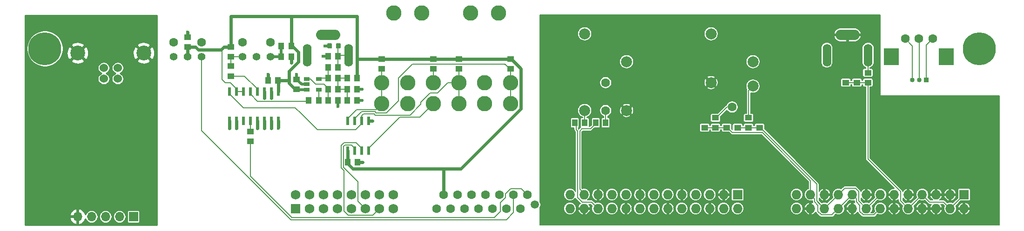
<source format=gbl>
G04 #@! TF.GenerationSoftware,KiCad,Pcbnew,(5.1.0-0)*
G04 #@! TF.CreationDate,2019-11-06T10:26:04+01:00*
G04 #@! TF.ProjectId,AddOnA,4164644f-6e41-42e6-9b69-6361645f7063,rev?*
G04 #@! TF.SameCoordinates,Original*
G04 #@! TF.FileFunction,Copper,L2,Bot*
G04 #@! TF.FilePolarity,Positive*
%FSLAX46Y46*%
G04 Gerber Fmt 4.6, Leading zero omitted, Abs format (unit mm)*
G04 Created by KiCad (PCBNEW (5.1.0-0)) date 2019-11-06 10:26:04*
%MOMM*%
%LPD*%
G04 APERTURE LIST*
%ADD10C,6.000000*%
%ADD11O,1.700000X1.700000*%
%ADD12R,1.700000X1.700000*%
%ADD13C,2.794000*%
%ADD14C,1.600000*%
%ADD15C,1.400000*%
%ADD16C,2.000000*%
%ADD17C,2.700020*%
%ADD18C,1.524000*%
%ADD19C,0.850000*%
%ADD20R,0.850000X0.850000*%
%ADD21O,1.600000X4.100000*%
%ADD22O,4.400000X1.900000*%
%ADD23R,1.300000X1.000000*%
%ADD24R,2.800000X3.100000*%
%ADD25C,1.727200*%
%ADD26R,1.727200X1.727200*%
%ADD27R,1.000000X1.300000*%
%ADD28O,1.727200X1.727200*%
%ADD29C,0.100000*%
%ADD30C,0.875000*%
%ADD31R,1.060000X0.650000*%
%ADD32R,0.600000X1.500000*%
%ADD33R,0.600000X1.550000*%
%ADD34C,1.500000*%
%ADD35C,0.600000*%
%ADD36C,0.200000*%
%ADD37C,0.500000*%
%ADD38C,0.600000*%
%ADD39C,0.180000*%
%ADD40C,0.254000*%
G04 APERTURE END LIST*
D10*
X10000000Y83500000D03*
X180000000Y83500000D03*
D11*
X15940000Y52900000D03*
X18480000Y52900000D03*
X21020000Y52900000D03*
X23560000Y52900000D03*
D12*
X26100000Y52900000D03*
D13*
X73460000Y90000000D03*
X78540000Y90000000D03*
X71301000Y73490000D03*
X76000000Y73490000D03*
X80699000Y73490000D03*
X71301000Y77300000D03*
X76000000Y77300000D03*
X80699000Y77300000D03*
D14*
X33460000Y84620000D03*
X38540000Y84620000D03*
D15*
X33460000Y82000000D03*
X36000000Y82000000D03*
X38540000Y82000000D03*
D14*
X45960000Y84630000D03*
X51040000Y84630000D03*
D15*
X45960000Y82000000D03*
X48500000Y82000000D03*
X51040000Y82000000D03*
D14*
X112000000Y77300000D03*
D16*
X108190000Y86190000D03*
X115810000Y81110000D03*
D14*
X112000000Y72220000D03*
D16*
X115810000Y72220000D03*
X108190000Y72220000D03*
D17*
X15970520Y82699000D03*
X27969480Y82699000D03*
D18*
X23240000Y79998980D03*
X20700000Y79998980D03*
X20700000Y78000000D03*
X23240000Y78000000D03*
D19*
X167800000Y77800000D03*
X169050000Y77800000D03*
D20*
X170300000Y77800000D03*
D21*
X152250000Y82300000D03*
X159750000Y82300000D03*
D22*
X156000000Y86000000D03*
D16*
X131190000Y86190000D03*
X138810000Y81110000D03*
D14*
X135000000Y72850000D03*
D16*
X138810000Y76665000D03*
X131190000Y77300000D03*
D13*
X87460000Y90000000D03*
X92540000Y90000000D03*
X85301000Y73490000D03*
X90000000Y73490000D03*
X94699000Y73490000D03*
X85301000Y77300000D03*
X90000000Y77300000D03*
X94699000Y77300000D03*
D23*
X85300000Y81600000D03*
X85300000Y79800000D03*
X94700000Y81600000D03*
X94700000Y79800000D03*
X71300000Y81600000D03*
X71300000Y79800000D03*
X80700000Y81600000D03*
X80700000Y79800000D03*
X130000000Y69100000D03*
X130000000Y70900000D03*
X132000000Y69100000D03*
X132000000Y70900000D03*
X136000000Y69100000D03*
X136000000Y70900000D03*
X138000000Y69100000D03*
X138000000Y70900000D03*
D24*
X174000000Y82000000D03*
X164000000Y82000000D03*
D14*
X166500000Y85300000D03*
X169000000Y85300000D03*
X171500000Y85300000D03*
D23*
X36000000Y83800000D03*
X36000000Y85600000D03*
X134000000Y70900000D03*
X134000000Y69100000D03*
X140000000Y70900000D03*
X140000000Y69100000D03*
D25*
X73380000Y56840000D03*
X73380000Y54300000D03*
X70840000Y56840000D03*
X70840000Y54300000D03*
X68300000Y56840000D03*
X68300000Y54300000D03*
X65760000Y56840000D03*
X65760000Y54300000D03*
X63220000Y56840000D03*
X63220000Y54300000D03*
X60680000Y56840000D03*
X60680000Y54300000D03*
X58140000Y56840000D03*
X58140000Y54300000D03*
X55600000Y56840000D03*
D26*
X55600000Y54300000D03*
D27*
X106400000Y70000000D03*
X108200000Y70000000D03*
X112000000Y70000000D03*
X110200000Y70000000D03*
D23*
X157700000Y79100000D03*
X157700000Y77300000D03*
D27*
X53000000Y82000000D03*
X54800000Y82000000D03*
X50600000Y77700000D03*
X52400000Y77700000D03*
X53000000Y84000000D03*
X54800000Y84000000D03*
D23*
X159700000Y79100000D03*
X159700000Y77300000D03*
X155700000Y77300000D03*
X155700000Y79100000D03*
D28*
X146720000Y54360000D03*
X146720000Y56900000D03*
X149260000Y54360000D03*
X149260000Y56900000D03*
X151800000Y54360000D03*
X151800000Y56900000D03*
X154340000Y54360000D03*
X154340000Y56900000D03*
X156880000Y54360000D03*
X156880000Y56900000D03*
X159420000Y54360000D03*
X159420000Y56900000D03*
X161960000Y54360000D03*
X161960000Y56900000D03*
X164500000Y54360000D03*
X164500000Y56900000D03*
X167040000Y54360000D03*
X167040000Y56900000D03*
X169580000Y54360000D03*
X169580000Y56900000D03*
X172120000Y54360000D03*
X172120000Y56900000D03*
X174660000Y54360000D03*
X174660000Y56900000D03*
X177200000Y54360000D03*
D26*
X177200000Y56900000D03*
X136000000Y56900000D03*
D28*
X136000000Y54360000D03*
X133460000Y56900000D03*
X133460000Y54360000D03*
X130920000Y56900000D03*
X130920000Y54360000D03*
X128380000Y56900000D03*
X128380000Y54360000D03*
X125840000Y56900000D03*
X125840000Y54360000D03*
X123300000Y56900000D03*
X123300000Y54360000D03*
X120760000Y56900000D03*
X120760000Y54360000D03*
X118220000Y56900000D03*
X118220000Y54360000D03*
X115680000Y56900000D03*
X115680000Y54360000D03*
X113140000Y56900000D03*
X113140000Y54360000D03*
X110600000Y56900000D03*
X110600000Y54360000D03*
X108060000Y56900000D03*
X108060000Y54360000D03*
X105520000Y56900000D03*
X105520000Y54360000D03*
D27*
X63300000Y80100000D03*
X61500000Y80100000D03*
X66800000Y76100000D03*
X65000000Y76100000D03*
X61500000Y74100000D03*
X63300000Y74100000D03*
D23*
X55800000Y77900000D03*
X55800000Y76100000D03*
D29*
G36*
X63615191Y84473947D02*
G01*
X63636426Y84470797D01*
X63657250Y84465581D01*
X63677462Y84458349D01*
X63696868Y84449170D01*
X63715281Y84438134D01*
X63732524Y84425346D01*
X63748430Y84410930D01*
X63762846Y84395024D01*
X63775634Y84377781D01*
X63786670Y84359368D01*
X63795849Y84339962D01*
X63803081Y84319750D01*
X63808297Y84298926D01*
X63811447Y84277691D01*
X63812500Y84256250D01*
X63812500Y83743750D01*
X63811447Y83722309D01*
X63808297Y83701074D01*
X63803081Y83680250D01*
X63795849Y83660038D01*
X63786670Y83640632D01*
X63775634Y83622219D01*
X63762846Y83604976D01*
X63748430Y83589070D01*
X63732524Y83574654D01*
X63715281Y83561866D01*
X63696868Y83550830D01*
X63677462Y83541651D01*
X63657250Y83534419D01*
X63636426Y83529203D01*
X63615191Y83526053D01*
X63593750Y83525000D01*
X63156250Y83525000D01*
X63134809Y83526053D01*
X63113574Y83529203D01*
X63092750Y83534419D01*
X63072538Y83541651D01*
X63053132Y83550830D01*
X63034719Y83561866D01*
X63017476Y83574654D01*
X63001570Y83589070D01*
X62987154Y83604976D01*
X62974366Y83622219D01*
X62963330Y83640632D01*
X62954151Y83660038D01*
X62946919Y83680250D01*
X62941703Y83701074D01*
X62938553Y83722309D01*
X62937500Y83743750D01*
X62937500Y84256250D01*
X62938553Y84277691D01*
X62941703Y84298926D01*
X62946919Y84319750D01*
X62954151Y84339962D01*
X62963330Y84359368D01*
X62974366Y84377781D01*
X62987154Y84395024D01*
X63001570Y84410930D01*
X63017476Y84425346D01*
X63034719Y84438134D01*
X63053132Y84449170D01*
X63072538Y84458349D01*
X63092750Y84465581D01*
X63113574Y84470797D01*
X63134809Y84473947D01*
X63156250Y84475000D01*
X63593750Y84475000D01*
X63615191Y84473947D01*
X63615191Y84473947D01*
G37*
D30*
X63375000Y84000000D03*
D29*
G36*
X62040191Y84473947D02*
G01*
X62061426Y84470797D01*
X62082250Y84465581D01*
X62102462Y84458349D01*
X62121868Y84449170D01*
X62140281Y84438134D01*
X62157524Y84425346D01*
X62173430Y84410930D01*
X62187846Y84395024D01*
X62200634Y84377781D01*
X62211670Y84359368D01*
X62220849Y84339962D01*
X62228081Y84319750D01*
X62233297Y84298926D01*
X62236447Y84277691D01*
X62237500Y84256250D01*
X62237500Y83743750D01*
X62236447Y83722309D01*
X62233297Y83701074D01*
X62228081Y83680250D01*
X62220849Y83660038D01*
X62211670Y83640632D01*
X62200634Y83622219D01*
X62187846Y83604976D01*
X62173430Y83589070D01*
X62157524Y83574654D01*
X62140281Y83561866D01*
X62121868Y83550830D01*
X62102462Y83541651D01*
X62082250Y83534419D01*
X62061426Y83529203D01*
X62040191Y83526053D01*
X62018750Y83525000D01*
X61581250Y83525000D01*
X61559809Y83526053D01*
X61538574Y83529203D01*
X61517750Y83534419D01*
X61497538Y83541651D01*
X61478132Y83550830D01*
X61459719Y83561866D01*
X61442476Y83574654D01*
X61426570Y83589070D01*
X61412154Y83604976D01*
X61399366Y83622219D01*
X61388330Y83640632D01*
X61379151Y83660038D01*
X61371919Y83680250D01*
X61366703Y83701074D01*
X61363553Y83722309D01*
X61362500Y83743750D01*
X61362500Y84256250D01*
X61363553Y84277691D01*
X61366703Y84298926D01*
X61371919Y84319750D01*
X61379151Y84339962D01*
X61388330Y84359368D01*
X61399366Y84377781D01*
X61412154Y84395024D01*
X61426570Y84410930D01*
X61442476Y84425346D01*
X61459719Y84438134D01*
X61478132Y84449170D01*
X61497538Y84458349D01*
X61517750Y84465581D01*
X61538574Y84470797D01*
X61559809Y84473947D01*
X61581250Y84475000D01*
X62018750Y84475000D01*
X62040191Y84473947D01*
X62040191Y84473947D01*
G37*
D30*
X61800000Y84000000D03*
D31*
X57600000Y76050000D03*
X57600000Y77000000D03*
X57600000Y77950000D03*
X59800000Y77950000D03*
X59800000Y76050000D03*
D32*
X52445000Y70300000D03*
X51175000Y70300000D03*
X49905000Y70300000D03*
X48635000Y70300000D03*
X47365000Y70300000D03*
X46095000Y70300000D03*
X44825000Y70300000D03*
X43555000Y70300000D03*
X43555000Y75700000D03*
X44825000Y75700000D03*
X46095000Y75700000D03*
X47365000Y75700000D03*
X48635000Y75700000D03*
X49905000Y75700000D03*
X51175000Y75700000D03*
X52445000Y75700000D03*
D27*
X61500000Y82100000D03*
X63300000Y82100000D03*
X66800000Y78100000D03*
X65000000Y78100000D03*
X65000000Y74100000D03*
X66800000Y74100000D03*
X61500000Y78100000D03*
X63300000Y78100000D03*
X63300000Y76100000D03*
X61500000Y76100000D03*
X58000000Y74100000D03*
X59800000Y74100000D03*
D22*
X61500000Y86000000D03*
D21*
X65250000Y82300000D03*
X57750000Y82300000D03*
D23*
X43800000Y78500000D03*
X43800000Y80300000D03*
X43800000Y83800000D03*
X43800000Y82000000D03*
D27*
X66900000Y62800000D03*
X65100000Y62800000D03*
D33*
X65095000Y70300000D03*
X66365000Y70300000D03*
X67635000Y70300000D03*
X68905000Y70300000D03*
X68905000Y64900000D03*
X67635000Y64900000D03*
X66365000Y64900000D03*
X65095000Y64900000D03*
D23*
X47400000Y68400000D03*
X47400000Y66600000D03*
D14*
X97755000Y56870000D03*
X96485000Y54330000D03*
X95215000Y56870000D03*
X93945000Y54330000D03*
X92675000Y56870000D03*
X91405000Y54330000D03*
X90135000Y56870000D03*
X88865000Y54330000D03*
X87595000Y56870000D03*
X86325000Y54330000D03*
X85055000Y56870000D03*
X83785000Y54330000D03*
X82515000Y56870000D03*
X81245000Y54330000D03*
D34*
X99155000Y55070000D03*
D35*
X60600000Y82100000D03*
X60900000Y84000000D03*
X67700000Y74100000D03*
X67700000Y76100000D03*
X63300000Y73000000D03*
X55800000Y78800000D03*
X155700000Y80000000D03*
X157700000Y80000000D03*
X136000000Y71800000D03*
X130000000Y71800000D03*
X54800000Y80900000D03*
X36000000Y86500000D03*
X50600000Y78800000D03*
X51175000Y74525000D03*
X52445000Y69000000D03*
X51175000Y69000000D03*
X49905000Y69000000D03*
X48635000Y69000000D03*
X43555000Y69000000D03*
X140000000Y71800000D03*
X134000000Y71800000D03*
X69600000Y70300000D03*
X67800000Y62800000D03*
X49900000Y74524999D03*
X44825000Y68975000D03*
D36*
X108200000Y72210000D02*
X108190000Y72220000D01*
X108200000Y70000000D02*
X108200000Y72210000D01*
X112000000Y70850000D02*
X112000000Y72220000D01*
X112000000Y70000000D02*
X112000000Y70850000D01*
D37*
X61500000Y82100000D02*
X60600000Y82100000D01*
X61800000Y84000000D02*
X60900000Y84000000D01*
X66800000Y74100000D02*
X67700000Y74100000D01*
X66800000Y76100000D02*
X67700000Y76100000D01*
X63300000Y74100000D02*
X63300000Y73000000D01*
X55800000Y77900000D02*
X55800000Y78800000D01*
X56700000Y77000000D02*
X55800000Y77900000D01*
X57600000Y77000000D02*
X56700000Y77000000D01*
D38*
X155700000Y79100000D02*
X155700000Y80000000D01*
X157700000Y79100000D02*
X157700000Y80000000D01*
X136000000Y70900000D02*
X136000000Y71800000D01*
X130000000Y70900000D02*
X130000000Y71800000D01*
X54800000Y82000000D02*
X54800000Y80900000D01*
X36000000Y85600000D02*
X36000000Y86500000D01*
X50600000Y77700000D02*
X50600000Y78800000D01*
X51175000Y74525000D02*
X51175000Y75700000D01*
X52445000Y70300000D02*
X52445000Y69155000D01*
X49905000Y69000000D02*
X49905000Y70300000D01*
X51175000Y69000000D02*
X51175000Y70300000D01*
X48635000Y69000000D02*
X48635000Y70300000D01*
X43555000Y69000000D02*
X43555000Y70300000D01*
X140000000Y70900000D02*
X140000000Y71800000D01*
X134000000Y70900000D02*
X134000000Y71800000D01*
X68905000Y70300000D02*
X69600000Y70300000D01*
X66900000Y62800000D02*
X67800000Y62800000D01*
D36*
X49905000Y75700000D02*
X49905000Y76150000D01*
X44825000Y70300000D02*
X44825000Y70750000D01*
D38*
X49905000Y74529999D02*
X49900000Y74524999D01*
X49905000Y75700000D02*
X49905000Y74529999D01*
X44825000Y70300000D02*
X44825000Y68975000D01*
D36*
X136000000Y69100000D02*
X138500000Y69100000D01*
X138500000Y69100000D02*
X140000000Y69100000D01*
X150936401Y55223599D02*
X151800000Y54360000D01*
X150636399Y55523601D02*
X150936401Y55223599D01*
X140150000Y69100000D02*
X140000000Y69100000D01*
X150423601Y58826399D02*
X140150000Y69100000D01*
X150423601Y55736399D02*
X150423601Y58826399D01*
X151800000Y54360000D02*
X150423601Y55736399D01*
X151800000Y54360000D02*
X154340000Y56900000D01*
X160283599Y55223599D02*
X161960000Y56900000D01*
X159420000Y54360000D02*
X160283599Y55223599D01*
X155203599Y57763599D02*
X154340000Y56900000D01*
X155503601Y58063601D02*
X155203599Y57763599D01*
X157438529Y58063601D02*
X155503601Y58063601D01*
X158043601Y57458529D02*
X157438529Y58063601D01*
X158043601Y55736399D02*
X158043601Y57458529D01*
X159420000Y54360000D02*
X158043601Y55736399D01*
X159700000Y77300000D02*
X157700000Y77300000D01*
X157700000Y77300000D02*
X155700000Y77300000D01*
X165663601Y55736399D02*
X165663601Y57436399D01*
X167040000Y54360000D02*
X165663601Y55736399D01*
X159700000Y63400000D02*
X159700000Y77300000D01*
X165663601Y57436399D02*
X159700000Y63400000D01*
X167040000Y54360000D02*
X169580000Y56900000D01*
X173796401Y55223599D02*
X174660000Y54360000D01*
X173496399Y55523601D02*
X173796401Y55223599D01*
X170956399Y55523601D02*
X173496399Y55523601D01*
X169580000Y56900000D02*
X170956399Y55523601D01*
X175523599Y55223599D02*
X177200000Y56900000D01*
X174660000Y54360000D02*
X175523599Y55223599D01*
D37*
X53000000Y84000000D02*
X53000000Y82000000D01*
X53000000Y82000000D02*
X51040000Y82000000D01*
X55850000Y76050000D02*
X55800000Y76100000D01*
X57600000Y76050000D02*
X55850000Y76050000D01*
X43800000Y83800000D02*
X43650000Y83800000D01*
X55650000Y76100000D02*
X55800000Y76100000D01*
X54800000Y83850000D02*
X54800000Y84000000D01*
D38*
X42550000Y83800000D02*
X43800000Y83800000D01*
X42069999Y83319999D02*
X42550000Y83800000D01*
X37915999Y83319999D02*
X42069999Y83319999D01*
X37435998Y83800000D02*
X37915999Y83319999D01*
X36000000Y83800000D02*
X37435998Y83800000D01*
X36000000Y82000000D02*
X36000000Y83800000D01*
X94700000Y81600000D02*
X80700000Y81600000D01*
X55000000Y84000000D02*
X54800000Y84000000D01*
X56100000Y82900000D02*
X55000000Y84000000D01*
X56100000Y81068616D02*
X56100000Y82900000D01*
X54400000Y79368616D02*
X56100000Y81068616D01*
X52400000Y77700000D02*
X54300000Y77700000D01*
X54400000Y77600000D02*
X54400000Y79368616D01*
X54300000Y77700000D02*
X54400000Y77600000D01*
X55500000Y76100000D02*
X55800000Y76100000D01*
X54400000Y77200000D02*
X55500000Y76100000D01*
X54400000Y77600000D02*
X54400000Y77200000D01*
X52445000Y77655000D02*
X52400000Y77700000D01*
X52445000Y75700000D02*
X52445000Y77655000D01*
X80700000Y81600000D02*
X71300000Y81600000D01*
X71300000Y81600000D02*
X66800000Y81600000D01*
X66800000Y81600000D02*
X66800000Y78100000D01*
X66800000Y81600000D02*
X66800000Y89424990D01*
X66800000Y89424990D02*
X54824990Y89424990D01*
X54800000Y89400000D02*
X54800000Y84000000D01*
X54824990Y89424990D02*
X54800000Y89400000D01*
X54824990Y89424990D02*
X43800000Y89424990D01*
X43800000Y89424990D02*
X43800000Y87900000D01*
X43800000Y87900000D02*
X43800000Y83800000D01*
X43800000Y89324990D02*
X43800000Y87900000D01*
X65100000Y64895000D02*
X65095000Y64900000D01*
X65100000Y62800000D02*
X65100000Y64895000D01*
X94850000Y81600000D02*
X94700000Y81600000D01*
X96596001Y79853999D02*
X94850000Y81600000D01*
X96596001Y72579439D02*
X96596001Y79853999D01*
X85666561Y61649999D02*
X96596001Y72579439D01*
X65100000Y62549998D02*
X65999999Y61649999D01*
X65100000Y62800000D02*
X65100000Y62549998D01*
X82515000Y56870000D02*
X82515000Y61615000D01*
X82515000Y61615000D02*
X82549999Y61649999D01*
X82549999Y61649999D02*
X85666561Y61649999D01*
X65999999Y61649999D02*
X82549999Y61649999D01*
D36*
X44825000Y75250000D02*
X44825000Y75700000D01*
X46095000Y75700000D02*
X44825000Y75700000D01*
X43712500Y77287500D02*
X42812500Y77287500D01*
X44825000Y76175000D02*
X43712500Y77287500D01*
X44825000Y75700000D02*
X44825000Y76175000D01*
X42200000Y77900000D02*
X42400000Y77700000D01*
X42200000Y80300000D02*
X42200000Y77900000D01*
X42812500Y77287500D02*
X42400000Y77700000D01*
X42200000Y79130001D02*
X42200000Y80300000D01*
X42200000Y80300000D02*
X42200000Y83319999D01*
X159700000Y82250000D02*
X159750000Y82300000D01*
X159700000Y79100000D02*
X159700000Y82250000D01*
X106600000Y69800000D02*
X106400000Y70000000D01*
X106659992Y68740008D02*
X106659992Y70259992D01*
X106896399Y68503601D02*
X106659992Y68740008D01*
X107714269Y55523601D02*
X106896399Y56341471D01*
X109436399Y55523601D02*
X107714269Y55523601D01*
X110600000Y54360000D02*
X109436399Y55523601D01*
X106896399Y56341471D02*
X106896399Y68503601D01*
X109250000Y68900000D02*
X110200000Y69850000D01*
X107700000Y68900000D02*
X109250000Y68900000D01*
X110200000Y69850000D02*
X110200000Y70000000D01*
X108060000Y57140000D02*
X107296409Y57903591D01*
X108060000Y56900000D02*
X108060000Y57140000D01*
X107296409Y68496409D02*
X107700000Y68900000D01*
X107296409Y57903591D02*
X107296409Y68496409D01*
X63500000Y82300000D02*
X63300000Y82100000D01*
X65250000Y82300000D02*
X63500000Y82300000D01*
X63300000Y81250000D02*
X63300000Y80100000D01*
X63300000Y82100000D02*
X63300000Y81250000D01*
X63300000Y83925000D02*
X63375000Y84000000D01*
X63300000Y82100000D02*
X63300000Y83925000D01*
X61500000Y80100000D02*
X61500000Y78100000D01*
X59950000Y78100000D02*
X59800000Y77950000D01*
X61500000Y78100000D02*
X59950000Y78100000D01*
X61500000Y74100000D02*
X61500000Y76100000D01*
X61500000Y76250000D02*
X60750000Y77000000D01*
X61500000Y76100000D02*
X61500000Y76250000D01*
X58330000Y77950000D02*
X57600000Y77950000D01*
X59280000Y77000000D02*
X58330000Y77950000D01*
X60750000Y77000000D02*
X59280000Y77000000D01*
X59800000Y74100000D02*
X59800000Y76050000D01*
X47400000Y70265000D02*
X47365000Y70300000D01*
X47400000Y68400000D02*
X47400000Y70265000D01*
X65000000Y78100000D02*
X63300000Y78100000D01*
X65000000Y76100000D02*
X63300000Y76100000D01*
X63300000Y76950000D02*
X63300000Y78100000D01*
X63300000Y76100000D02*
X63300000Y76950000D01*
X65000000Y74100000D02*
X65000000Y76100000D01*
X48635000Y75250000D02*
X48635000Y75700000D01*
X43800000Y78500000D02*
X43950000Y78500000D01*
X48635000Y76150000D02*
X48635000Y75700000D01*
X46285000Y78500000D02*
X48635000Y76150000D01*
X43800000Y78500000D02*
X46285000Y78500000D01*
X43800000Y80300000D02*
X43800000Y82000000D01*
X43800000Y82000000D02*
X45960000Y82000000D01*
X64389310Y66375011D02*
X63899989Y65885690D01*
X66634989Y66375011D02*
X64389310Y66375011D01*
X67635000Y65375000D02*
X66634989Y66375011D01*
X67635000Y64900000D02*
X67635000Y65375000D01*
X63899989Y61744311D02*
X63899989Y65885690D01*
X64383601Y61260699D02*
X63899989Y61744311D01*
X64383601Y53954269D02*
X64383601Y61260699D01*
X65201471Y53136399D02*
X64383601Y53954269D01*
X69676399Y53136399D02*
X65201471Y53136399D01*
X70840000Y54300000D02*
X69676399Y53136399D01*
X65764999Y65975001D02*
X64554999Y65975001D01*
X64554999Y65975001D02*
X64299999Y65720001D01*
X66365000Y65375000D02*
X65764999Y65975001D01*
X66365000Y64900000D02*
X66365000Y65375000D01*
X64299999Y61909999D02*
X64299999Y65720001D01*
X66923601Y59286397D02*
X64299999Y61909999D01*
X66923601Y55676399D02*
X66923601Y59286397D01*
X68300000Y54300000D02*
X66923601Y55676399D01*
X47400000Y65900000D02*
X47400000Y66600000D01*
X47400000Y60232798D02*
X47400000Y65900000D01*
X54896409Y52736389D02*
X47400000Y60232798D01*
X91779389Y52736389D02*
X54896409Y52736389D01*
X92844999Y53801999D02*
X91779389Y52736389D01*
X96654999Y57970001D02*
X94686999Y57970001D01*
X93775001Y56341999D02*
X92844999Y55411997D01*
X94686999Y57970001D02*
X93775001Y57058003D01*
X93775001Y57058003D02*
X93775001Y56341999D01*
X92844999Y55411997D02*
X92844999Y53801999D01*
X97755000Y56870000D02*
X96654999Y57970001D01*
X130000000Y69100000D02*
X132000000Y69100000D01*
X132000000Y69100000D02*
X134000000Y69100000D01*
X134150000Y69100000D02*
X134000000Y69100000D01*
X135050000Y68200000D02*
X134150000Y69100000D01*
X140484302Y68200000D02*
X135050000Y68200000D01*
X149260000Y59424302D02*
X140484302Y68200000D01*
X149260000Y56900000D02*
X149260000Y59424302D01*
X155203599Y55223599D02*
X156880000Y56900000D01*
X154340000Y54360000D02*
X155203599Y55223599D01*
X161960000Y54360000D02*
X160796399Y53196399D01*
X153176399Y53196399D02*
X154340000Y54360000D01*
X151241471Y53196399D02*
X153176399Y53196399D01*
X150636399Y53801471D02*
X151241471Y53196399D01*
X150636399Y54957903D02*
X150636399Y53801471D01*
X150023591Y55570711D02*
X150636399Y54957903D01*
X150023591Y56076409D02*
X150023591Y55570711D01*
X149260000Y56840000D02*
X150023591Y56076409D01*
X149260000Y56900000D02*
X149260000Y56840000D01*
X158861471Y53196399D02*
X159296399Y53196399D01*
X158256399Y53801471D02*
X158861471Y53196399D01*
X158256399Y54957903D02*
X158256399Y53801471D01*
X156900000Y56900000D02*
X157643591Y56156409D01*
X156880000Y56900000D02*
X156900000Y56900000D01*
X160796399Y53196399D02*
X159296399Y53196399D01*
X157643591Y55570711D02*
X158256399Y54957903D01*
X157643591Y56156409D02*
X157643591Y55570711D01*
X80699000Y79799000D02*
X80700000Y79800000D01*
X80699000Y77300000D02*
X80699000Y79799000D01*
X78201979Y70992979D02*
X80699000Y73490000D01*
X68905000Y64900000D02*
X68905000Y65375000D01*
X68905000Y64900000D02*
X68905000Y65305000D01*
X74592979Y70992979D02*
X75507021Y70992979D01*
X68905000Y65305000D02*
X74592979Y70992979D01*
X75507021Y70992979D02*
X78201979Y70992979D01*
X71301000Y73490000D02*
X71301000Y77300000D01*
X66720020Y72400020D02*
X70211020Y72400020D01*
X70211020Y72400020D02*
X71301000Y73490000D01*
X65095000Y70775000D02*
X66720020Y72400020D01*
X65095000Y70300000D02*
X65095000Y70775000D01*
X65095000Y70300000D02*
X65095000Y69895000D01*
X71301000Y79799000D02*
X71300000Y79800000D01*
X71301000Y77300000D02*
X71301000Y79799000D01*
X94699000Y73490000D02*
X94699000Y77300000D01*
X94699000Y79799000D02*
X94700000Y79800000D01*
X94699000Y77300000D02*
X94699000Y79799000D01*
X94550000Y79800000D02*
X94700000Y79800000D01*
X92800000Y80700000D02*
X93650000Y80700000D01*
X93650000Y80700000D02*
X93875000Y80475000D01*
X93700000Y80650000D02*
X93875000Y80475000D01*
X93875000Y80475000D02*
X94550000Y79800000D01*
X92800000Y80700000D02*
X92950000Y80700000D01*
X67590010Y72000010D02*
X66365000Y70775000D01*
X70272700Y71792999D02*
X70065689Y72000010D01*
X72115561Y71792999D02*
X70272700Y71792999D01*
X74302999Y73980437D02*
X72115561Y71792999D01*
X74302999Y78114561D02*
X74302999Y73980437D01*
X76888438Y80700000D02*
X74302999Y78114561D01*
X66365000Y70775000D02*
X66365000Y70300000D01*
X70065689Y72000010D02*
X67590010Y72000010D01*
X92800000Y80700000D02*
X76888438Y80700000D01*
X66365000Y70300000D02*
X66365000Y69825000D01*
X46080031Y72724969D02*
X43555000Y75250000D01*
X55543635Y72724969D02*
X46080031Y72724969D01*
X43555000Y75250000D02*
X43555000Y75700000D01*
X85301000Y75324344D02*
X85301000Y73490000D01*
X85301000Y77300000D02*
X85301000Y75324344D01*
X67960000Y71600000D02*
X67635000Y71275000D01*
X70107011Y71392989D02*
X69900000Y71600000D01*
X78398719Y73377157D02*
X76414551Y71392989D01*
X80097438Y75400000D02*
X78398719Y73701281D01*
X69900000Y71600000D02*
X67960000Y71600000D01*
X81425344Y75400000D02*
X80097438Y75400000D01*
X67635000Y71275000D02*
X67635000Y70300000D01*
X83325344Y77300000D02*
X81425344Y75400000D01*
X78398719Y73701281D02*
X78398719Y73377157D01*
X76414551Y71392989D02*
X70107011Y71392989D01*
X85301000Y77300000D02*
X83325344Y77300000D01*
X67635000Y69825000D02*
X66510000Y68700000D01*
X67635000Y70300000D02*
X67635000Y69825000D01*
X59568604Y68700000D02*
X56584302Y71684302D01*
X66510000Y68700000D02*
X59568604Y68700000D01*
X56584302Y71684302D02*
X55543635Y72724969D01*
X56668622Y71599980D02*
X56584302Y71684302D01*
X85301000Y79275656D02*
X85300000Y79276656D01*
X85300000Y79276656D02*
X85300000Y79800000D01*
X85301000Y77300000D02*
X85301000Y79275656D01*
X167800000Y84000000D02*
X166500000Y85300000D01*
X167800000Y77800000D02*
X167800000Y84000000D01*
X169050000Y85250000D02*
X169000000Y85300000D01*
X169050000Y77800000D02*
X169050000Y85250000D01*
X170300000Y84100000D02*
X171500000Y85300000D01*
X170300000Y77800000D02*
X170300000Y84100000D01*
X138000000Y75855000D02*
X138810000Y76665000D01*
X138000000Y70900000D02*
X138000000Y75855000D01*
X134100000Y72850000D02*
X135000000Y72850000D01*
X132150000Y70900000D02*
X134100000Y72850000D01*
X132000000Y70900000D02*
X132150000Y70900000D01*
X38540000Y81010051D02*
X38540000Y82000000D01*
X38540000Y68527099D02*
X38540000Y81010051D01*
X93919379Y52336379D02*
X54730720Y52336379D01*
X95215000Y53632000D02*
X93919379Y52336379D01*
X54730720Y52336379D02*
X38540000Y68527099D01*
X95215000Y56870000D02*
X95215000Y53632000D01*
X48690001Y73924999D02*
X47365000Y75250000D01*
X47365000Y75250000D02*
X47365000Y75700000D01*
X57600000Y73924999D02*
X48690001Y73924999D01*
D39*
G36*
X161910000Y75000000D02*
G01*
X161911729Y74982442D01*
X161916851Y74965558D01*
X161925168Y74949999D01*
X161936360Y74936360D01*
X161949999Y74925168D01*
X161965558Y74916851D01*
X161982442Y74911729D01*
X162000000Y74910000D01*
X183635000Y74910000D01*
X183635001Y51365000D01*
X100090000Y51365000D01*
X100090000Y54360000D01*
X104360819Y54360000D01*
X104383092Y54133855D01*
X104449056Y53916401D01*
X104556176Y53715994D01*
X104700335Y53540335D01*
X104875994Y53396176D01*
X105076401Y53289056D01*
X105293855Y53223092D01*
X105463334Y53206400D01*
X105576666Y53206400D01*
X105746145Y53223092D01*
X105963599Y53289056D01*
X106164006Y53396176D01*
X106339665Y53540335D01*
X106483824Y53715994D01*
X106590944Y53916401D01*
X106622185Y54019389D01*
X106957831Y54019389D01*
X107039794Y53821492D01*
X107164455Y53632807D01*
X107323531Y53472068D01*
X107510909Y53345451D01*
X107719388Y53257823D01*
X107896000Y53290609D01*
X107896000Y54196000D01*
X108224000Y54196000D01*
X108224000Y53290609D01*
X108400612Y53257823D01*
X108609091Y53345451D01*
X108796469Y53472068D01*
X108955545Y53632807D01*
X109080206Y53821492D01*
X109162169Y54019389D01*
X109128588Y54196000D01*
X108224000Y54196000D01*
X107896000Y54196000D01*
X106991412Y54196000D01*
X106957831Y54019389D01*
X106622185Y54019389D01*
X106656908Y54133855D01*
X106679181Y54360000D01*
X106656908Y54586145D01*
X106590944Y54803599D01*
X106483824Y55004006D01*
X106339665Y55179665D01*
X106164006Y55323824D01*
X105963599Y55430944D01*
X105746145Y55496908D01*
X105576666Y55513600D01*
X105463334Y55513600D01*
X105293855Y55496908D01*
X105076401Y55430944D01*
X104875994Y55323824D01*
X104700335Y55179665D01*
X104556176Y55004006D01*
X104449056Y54803599D01*
X104383092Y54586145D01*
X104360819Y54360000D01*
X100090000Y54360000D01*
X100090000Y54609639D01*
X100155033Y54766643D01*
X100195000Y54967569D01*
X100195000Y55172431D01*
X100155033Y55373357D01*
X100090000Y55530361D01*
X100090000Y56900000D01*
X104360819Y56900000D01*
X104383092Y56673855D01*
X104449056Y56456401D01*
X104556176Y56255994D01*
X104700335Y56080335D01*
X104875994Y55936176D01*
X105076401Y55829056D01*
X105293855Y55763092D01*
X105463334Y55746400D01*
X105576666Y55746400D01*
X105746145Y55763092D01*
X105963599Y55829056D01*
X106164006Y55936176D01*
X106339665Y56080335D01*
X106483824Y56255994D01*
X106508402Y56301976D01*
X106512042Y56265018D01*
X106521796Y56232863D01*
X106534343Y56191503D01*
X106570557Y56123751D01*
X106619293Y56064365D01*
X106634177Y56052150D01*
X107392076Y55294250D01*
X107323531Y55247932D01*
X107164455Y55087193D01*
X107039794Y54898508D01*
X106957831Y54700611D01*
X106991412Y54524000D01*
X107896000Y54524000D01*
X107896000Y54544000D01*
X108224000Y54544000D01*
X108224000Y54524000D01*
X109128588Y54524000D01*
X109162169Y54700611D01*
X109080206Y54898508D01*
X108955545Y55087193D01*
X108909617Y55133601D01*
X109274856Y55133601D01*
X109555460Y54852997D01*
X109529056Y54803599D01*
X109463092Y54586145D01*
X109440819Y54360000D01*
X109463092Y54133855D01*
X109529056Y53916401D01*
X109636176Y53715994D01*
X109780335Y53540335D01*
X109955994Y53396176D01*
X110156401Y53289056D01*
X110373855Y53223092D01*
X110543334Y53206400D01*
X110656666Y53206400D01*
X110826145Y53223092D01*
X111043599Y53289056D01*
X111244006Y53396176D01*
X111419665Y53540335D01*
X111563824Y53715994D01*
X111670944Y53916401D01*
X111736908Y54133855D01*
X111759181Y54360000D01*
X111980819Y54360000D01*
X112003092Y54133855D01*
X112069056Y53916401D01*
X112176176Y53715994D01*
X112320335Y53540335D01*
X112495994Y53396176D01*
X112696401Y53289056D01*
X112913855Y53223092D01*
X113083334Y53206400D01*
X113196666Y53206400D01*
X113366145Y53223092D01*
X113583599Y53289056D01*
X113784006Y53396176D01*
X113959665Y53540335D01*
X114103824Y53715994D01*
X114210944Y53916401D01*
X114276908Y54133855D01*
X114299181Y54360000D01*
X114283029Y54524002D01*
X114526400Y54524002D01*
X114526400Y54195998D01*
X114611412Y54195998D01*
X114577831Y54019389D01*
X114659794Y53821492D01*
X114784455Y53632807D01*
X114943531Y53472068D01*
X115130909Y53345451D01*
X115339388Y53257823D01*
X115516000Y53290609D01*
X115516000Y54196000D01*
X115496000Y54196000D01*
X115496000Y54524000D01*
X115516000Y54524000D01*
X115516000Y55429391D01*
X115844000Y55429391D01*
X115844000Y54524000D01*
X115864000Y54524000D01*
X115864000Y54196000D01*
X115844000Y54196000D01*
X115844000Y53290609D01*
X116020612Y53257823D01*
X116229091Y53345451D01*
X116416469Y53472068D01*
X116575545Y53632807D01*
X116700206Y53821492D01*
X116782169Y54019389D01*
X116748588Y54195998D01*
X116833600Y54195998D01*
X116833600Y54360000D01*
X117060819Y54360000D01*
X117083092Y54133855D01*
X117149056Y53916401D01*
X117256176Y53715994D01*
X117400335Y53540335D01*
X117575994Y53396176D01*
X117776401Y53289056D01*
X117993855Y53223092D01*
X118163334Y53206400D01*
X118276666Y53206400D01*
X118446145Y53223092D01*
X118663599Y53289056D01*
X118864006Y53396176D01*
X119039665Y53540335D01*
X119183824Y53715994D01*
X119290944Y53916401D01*
X119356908Y54133855D01*
X119379181Y54360000D01*
X119600819Y54360000D01*
X119623092Y54133855D01*
X119689056Y53916401D01*
X119796176Y53715994D01*
X119940335Y53540335D01*
X120115994Y53396176D01*
X120316401Y53289056D01*
X120533855Y53223092D01*
X120703334Y53206400D01*
X120816666Y53206400D01*
X120986145Y53223092D01*
X121203599Y53289056D01*
X121404006Y53396176D01*
X121579665Y53540335D01*
X121723824Y53715994D01*
X121830944Y53916401D01*
X121896908Y54133855D01*
X121919181Y54360000D01*
X121903029Y54524002D01*
X122146400Y54524002D01*
X122146400Y54195998D01*
X122231412Y54195998D01*
X122197831Y54019389D01*
X122279794Y53821492D01*
X122404455Y53632807D01*
X122563531Y53472068D01*
X122750909Y53345451D01*
X122959388Y53257823D01*
X123136000Y53290609D01*
X123136000Y54196000D01*
X123116000Y54196000D01*
X123116000Y54524000D01*
X123136000Y54524000D01*
X123136000Y55429391D01*
X123464000Y55429391D01*
X123464000Y54524000D01*
X123484000Y54524000D01*
X123484000Y54196000D01*
X123464000Y54196000D01*
X123464000Y53290609D01*
X123640612Y53257823D01*
X123849091Y53345451D01*
X124036469Y53472068D01*
X124195545Y53632807D01*
X124320206Y53821492D01*
X124402169Y54019389D01*
X124368588Y54195998D01*
X124453600Y54195998D01*
X124453600Y54360000D01*
X124680819Y54360000D01*
X124703092Y54133855D01*
X124769056Y53916401D01*
X124876176Y53715994D01*
X125020335Y53540335D01*
X125195994Y53396176D01*
X125396401Y53289056D01*
X125613855Y53223092D01*
X125783334Y53206400D01*
X125896666Y53206400D01*
X126066145Y53223092D01*
X126283599Y53289056D01*
X126484006Y53396176D01*
X126659665Y53540335D01*
X126803824Y53715994D01*
X126910944Y53916401D01*
X126976908Y54133855D01*
X126999181Y54360000D01*
X127220819Y54360000D01*
X127243092Y54133855D01*
X127309056Y53916401D01*
X127416176Y53715994D01*
X127560335Y53540335D01*
X127735994Y53396176D01*
X127936401Y53289056D01*
X128153855Y53223092D01*
X128323334Y53206400D01*
X128436666Y53206400D01*
X128606145Y53223092D01*
X128823599Y53289056D01*
X129024006Y53396176D01*
X129199665Y53540335D01*
X129343824Y53715994D01*
X129450944Y53916401D01*
X129516908Y54133855D01*
X129539181Y54360000D01*
X129523029Y54524002D01*
X129766400Y54524002D01*
X129766400Y54195998D01*
X129851412Y54195998D01*
X129817831Y54019389D01*
X129899794Y53821492D01*
X130024455Y53632807D01*
X130183531Y53472068D01*
X130370909Y53345451D01*
X130579388Y53257823D01*
X130756000Y53290609D01*
X130756000Y54196000D01*
X130736000Y54196000D01*
X130736000Y54524000D01*
X130756000Y54524000D01*
X130756000Y55429391D01*
X131084000Y55429391D01*
X131084000Y54524000D01*
X131104000Y54524000D01*
X131104000Y54196000D01*
X131084000Y54196000D01*
X131084000Y53290609D01*
X131260612Y53257823D01*
X131469091Y53345451D01*
X131656469Y53472068D01*
X131815545Y53632807D01*
X131940206Y53821492D01*
X132022169Y54019389D01*
X131988588Y54195998D01*
X132073600Y54195998D01*
X132073600Y54360000D01*
X132300819Y54360000D01*
X132323092Y54133855D01*
X132389056Y53916401D01*
X132496176Y53715994D01*
X132640335Y53540335D01*
X132815994Y53396176D01*
X133016401Y53289056D01*
X133233855Y53223092D01*
X133403334Y53206400D01*
X133516666Y53206400D01*
X133686145Y53223092D01*
X133903599Y53289056D01*
X134104006Y53396176D01*
X134279665Y53540335D01*
X134423824Y53715994D01*
X134530944Y53916401D01*
X134596908Y54133855D01*
X134619181Y54360000D01*
X134840819Y54360000D01*
X134863092Y54133855D01*
X134929056Y53916401D01*
X135036176Y53715994D01*
X135180335Y53540335D01*
X135355994Y53396176D01*
X135556401Y53289056D01*
X135773855Y53223092D01*
X135943334Y53206400D01*
X136056666Y53206400D01*
X136226145Y53223092D01*
X136443599Y53289056D01*
X136644006Y53396176D01*
X136819665Y53540335D01*
X136963824Y53715994D01*
X137070944Y53916401D01*
X137136908Y54133855D01*
X137159181Y54360000D01*
X145560819Y54360000D01*
X145583092Y54133855D01*
X145649056Y53916401D01*
X145756176Y53715994D01*
X145900335Y53540335D01*
X146075994Y53396176D01*
X146276401Y53289056D01*
X146493855Y53223092D01*
X146663334Y53206400D01*
X146776666Y53206400D01*
X146946145Y53223092D01*
X147163599Y53289056D01*
X147364006Y53396176D01*
X147539665Y53540335D01*
X147683824Y53715994D01*
X147790944Y53916401D01*
X147822185Y54019389D01*
X148157831Y54019389D01*
X148239794Y53821492D01*
X148364455Y53632807D01*
X148523531Y53472068D01*
X148710909Y53345451D01*
X148919388Y53257823D01*
X149096000Y53290609D01*
X149096000Y54196000D01*
X148191412Y54196000D01*
X148157831Y54019389D01*
X147822185Y54019389D01*
X147856908Y54133855D01*
X147879181Y54360000D01*
X147856908Y54586145D01*
X147822186Y54700611D01*
X148157831Y54700611D01*
X148191412Y54524000D01*
X149096000Y54524000D01*
X149096000Y55429391D01*
X148919388Y55462177D01*
X148710909Y55374549D01*
X148523531Y55247932D01*
X148364455Y55087193D01*
X148239794Y54898508D01*
X148157831Y54700611D01*
X147822186Y54700611D01*
X147790944Y54803599D01*
X147683824Y55004006D01*
X147539665Y55179665D01*
X147364006Y55323824D01*
X147163599Y55430944D01*
X146946145Y55496908D01*
X146776666Y55513600D01*
X146663334Y55513600D01*
X146493855Y55496908D01*
X146276401Y55430944D01*
X146075994Y55323824D01*
X145900335Y55179665D01*
X145756176Y55004006D01*
X145649056Y54803599D01*
X145583092Y54586145D01*
X145560819Y54360000D01*
X137159181Y54360000D01*
X137136908Y54586145D01*
X137070944Y54803599D01*
X136963824Y55004006D01*
X136819665Y55179665D01*
X136644006Y55323824D01*
X136443599Y55430944D01*
X136226145Y55496908D01*
X136056666Y55513600D01*
X135943334Y55513600D01*
X135773855Y55496908D01*
X135556401Y55430944D01*
X135355994Y55323824D01*
X135180335Y55179665D01*
X135036176Y55004006D01*
X134929056Y54803599D01*
X134863092Y54586145D01*
X134840819Y54360000D01*
X134619181Y54360000D01*
X134596908Y54586145D01*
X134530944Y54803599D01*
X134423824Y55004006D01*
X134279665Y55179665D01*
X134104006Y55323824D01*
X133903599Y55430944D01*
X133686145Y55496908D01*
X133516666Y55513600D01*
X133403334Y55513600D01*
X133233855Y55496908D01*
X133016401Y55430944D01*
X132815994Y55323824D01*
X132640335Y55179665D01*
X132496176Y55004006D01*
X132389056Y54803599D01*
X132323092Y54586145D01*
X132300819Y54360000D01*
X132073600Y54360000D01*
X132073600Y54524002D01*
X131988588Y54524002D01*
X132022169Y54700611D01*
X131940206Y54898508D01*
X131815545Y55087193D01*
X131656469Y55247932D01*
X131469091Y55374549D01*
X131260612Y55462177D01*
X131084000Y55429391D01*
X130756000Y55429391D01*
X130579388Y55462177D01*
X130370909Y55374549D01*
X130183531Y55247932D01*
X130024455Y55087193D01*
X129899794Y54898508D01*
X129817831Y54700611D01*
X129851412Y54524002D01*
X129766400Y54524002D01*
X129523029Y54524002D01*
X129516908Y54586145D01*
X129450944Y54803599D01*
X129343824Y55004006D01*
X129199665Y55179665D01*
X129024006Y55323824D01*
X128823599Y55430944D01*
X128606145Y55496908D01*
X128436666Y55513600D01*
X128323334Y55513600D01*
X128153855Y55496908D01*
X127936401Y55430944D01*
X127735994Y55323824D01*
X127560335Y55179665D01*
X127416176Y55004006D01*
X127309056Y54803599D01*
X127243092Y54586145D01*
X127220819Y54360000D01*
X126999181Y54360000D01*
X126976908Y54586145D01*
X126910944Y54803599D01*
X126803824Y55004006D01*
X126659665Y55179665D01*
X126484006Y55323824D01*
X126283599Y55430944D01*
X126066145Y55496908D01*
X125896666Y55513600D01*
X125783334Y55513600D01*
X125613855Y55496908D01*
X125396401Y55430944D01*
X125195994Y55323824D01*
X125020335Y55179665D01*
X124876176Y55004006D01*
X124769056Y54803599D01*
X124703092Y54586145D01*
X124680819Y54360000D01*
X124453600Y54360000D01*
X124453600Y54524002D01*
X124368588Y54524002D01*
X124402169Y54700611D01*
X124320206Y54898508D01*
X124195545Y55087193D01*
X124036469Y55247932D01*
X123849091Y55374549D01*
X123640612Y55462177D01*
X123464000Y55429391D01*
X123136000Y55429391D01*
X122959388Y55462177D01*
X122750909Y55374549D01*
X122563531Y55247932D01*
X122404455Y55087193D01*
X122279794Y54898508D01*
X122197831Y54700611D01*
X122231412Y54524002D01*
X122146400Y54524002D01*
X121903029Y54524002D01*
X121896908Y54586145D01*
X121830944Y54803599D01*
X121723824Y55004006D01*
X121579665Y55179665D01*
X121404006Y55323824D01*
X121203599Y55430944D01*
X120986145Y55496908D01*
X120816666Y55513600D01*
X120703334Y55513600D01*
X120533855Y55496908D01*
X120316401Y55430944D01*
X120115994Y55323824D01*
X119940335Y55179665D01*
X119796176Y55004006D01*
X119689056Y54803599D01*
X119623092Y54586145D01*
X119600819Y54360000D01*
X119379181Y54360000D01*
X119356908Y54586145D01*
X119290944Y54803599D01*
X119183824Y55004006D01*
X119039665Y55179665D01*
X118864006Y55323824D01*
X118663599Y55430944D01*
X118446145Y55496908D01*
X118276666Y55513600D01*
X118163334Y55513600D01*
X117993855Y55496908D01*
X117776401Y55430944D01*
X117575994Y55323824D01*
X117400335Y55179665D01*
X117256176Y55004006D01*
X117149056Y54803599D01*
X117083092Y54586145D01*
X117060819Y54360000D01*
X116833600Y54360000D01*
X116833600Y54524002D01*
X116748588Y54524002D01*
X116782169Y54700611D01*
X116700206Y54898508D01*
X116575545Y55087193D01*
X116416469Y55247932D01*
X116229091Y55374549D01*
X116020612Y55462177D01*
X115844000Y55429391D01*
X115516000Y55429391D01*
X115339388Y55462177D01*
X115130909Y55374549D01*
X114943531Y55247932D01*
X114784455Y55087193D01*
X114659794Y54898508D01*
X114577831Y54700611D01*
X114611412Y54524002D01*
X114526400Y54524002D01*
X114283029Y54524002D01*
X114276908Y54586145D01*
X114210944Y54803599D01*
X114103824Y55004006D01*
X113959665Y55179665D01*
X113784006Y55323824D01*
X113583599Y55430944D01*
X113366145Y55496908D01*
X113196666Y55513600D01*
X113083334Y55513600D01*
X112913855Y55496908D01*
X112696401Y55430944D01*
X112495994Y55323824D01*
X112320335Y55179665D01*
X112176176Y55004006D01*
X112069056Y54803599D01*
X112003092Y54586145D01*
X111980819Y54360000D01*
X111759181Y54360000D01*
X111736908Y54586145D01*
X111670944Y54803599D01*
X111563824Y55004006D01*
X111419665Y55179665D01*
X111244006Y55323824D01*
X111043599Y55430944D01*
X110826145Y55496908D01*
X110656666Y55513600D01*
X110543334Y55513600D01*
X110373855Y55496908D01*
X110156401Y55430944D01*
X110107003Y55404540D01*
X109725720Y55785823D01*
X109713505Y55800707D01*
X109654120Y55849443D01*
X109586368Y55885657D01*
X109512852Y55907958D01*
X109455558Y55913601D01*
X109436399Y55915488D01*
X109417240Y55913601D01*
X108661771Y55913601D01*
X108704006Y55936176D01*
X108879665Y56080335D01*
X109023824Y56255994D01*
X109130944Y56456401D01*
X109196908Y56673855D01*
X109219181Y56900000D01*
X109203029Y57064002D01*
X109446400Y57064002D01*
X109446400Y56735998D01*
X109531412Y56735998D01*
X109497831Y56559389D01*
X109579794Y56361492D01*
X109704455Y56172807D01*
X109863531Y56012068D01*
X110050909Y55885451D01*
X110259388Y55797823D01*
X110436000Y55830609D01*
X110436000Y56736000D01*
X110416000Y56736000D01*
X110416000Y57064000D01*
X110436000Y57064000D01*
X110436000Y57969391D01*
X110764000Y57969391D01*
X110764000Y57064000D01*
X110784000Y57064000D01*
X110784000Y56736000D01*
X110764000Y56736000D01*
X110764000Y55830609D01*
X110940612Y55797823D01*
X111149091Y55885451D01*
X111336469Y56012068D01*
X111495545Y56172807D01*
X111620206Y56361492D01*
X111702169Y56559389D01*
X111668588Y56735998D01*
X111753600Y56735998D01*
X111753600Y56900000D01*
X111980819Y56900000D01*
X112003092Y56673855D01*
X112069056Y56456401D01*
X112176176Y56255994D01*
X112320335Y56080335D01*
X112495994Y55936176D01*
X112696401Y55829056D01*
X112913855Y55763092D01*
X113083334Y55746400D01*
X113196666Y55746400D01*
X113366145Y55763092D01*
X113583599Y55829056D01*
X113784006Y55936176D01*
X113959665Y56080335D01*
X114103824Y56255994D01*
X114210944Y56456401D01*
X114276908Y56673855D01*
X114299181Y56900000D01*
X114520819Y56900000D01*
X114543092Y56673855D01*
X114609056Y56456401D01*
X114716176Y56255994D01*
X114860335Y56080335D01*
X115035994Y55936176D01*
X115236401Y55829056D01*
X115453855Y55763092D01*
X115623334Y55746400D01*
X115736666Y55746400D01*
X115906145Y55763092D01*
X116123599Y55829056D01*
X116324006Y55936176D01*
X116499665Y56080335D01*
X116643824Y56255994D01*
X116750944Y56456401D01*
X116816908Y56673855D01*
X116839181Y56900000D01*
X116823029Y57064002D01*
X117066400Y57064002D01*
X117066400Y56735998D01*
X117151412Y56735998D01*
X117117831Y56559389D01*
X117199794Y56361492D01*
X117324455Y56172807D01*
X117483531Y56012068D01*
X117670909Y55885451D01*
X117879388Y55797823D01*
X118056000Y55830609D01*
X118056000Y56736000D01*
X118036000Y56736000D01*
X118036000Y57064000D01*
X118056000Y57064000D01*
X118056000Y57969391D01*
X118384000Y57969391D01*
X118384000Y57064000D01*
X118404000Y57064000D01*
X118404000Y56736000D01*
X118384000Y56736000D01*
X118384000Y55830609D01*
X118560612Y55797823D01*
X118769091Y55885451D01*
X118956469Y56012068D01*
X119115545Y56172807D01*
X119240206Y56361492D01*
X119322169Y56559389D01*
X119288588Y56735998D01*
X119373600Y56735998D01*
X119373600Y56900000D01*
X119600819Y56900000D01*
X119623092Y56673855D01*
X119689056Y56456401D01*
X119796176Y56255994D01*
X119940335Y56080335D01*
X120115994Y55936176D01*
X120316401Y55829056D01*
X120533855Y55763092D01*
X120703334Y55746400D01*
X120816666Y55746400D01*
X120986145Y55763092D01*
X121203599Y55829056D01*
X121404006Y55936176D01*
X121579665Y56080335D01*
X121723824Y56255994D01*
X121830944Y56456401D01*
X121896908Y56673855D01*
X121919181Y56900000D01*
X122140819Y56900000D01*
X122163092Y56673855D01*
X122229056Y56456401D01*
X122336176Y56255994D01*
X122480335Y56080335D01*
X122655994Y55936176D01*
X122856401Y55829056D01*
X123073855Y55763092D01*
X123243334Y55746400D01*
X123356666Y55746400D01*
X123526145Y55763092D01*
X123743599Y55829056D01*
X123944006Y55936176D01*
X124119665Y56080335D01*
X124263824Y56255994D01*
X124370944Y56456401D01*
X124436908Y56673855D01*
X124459181Y56900000D01*
X124443029Y57064002D01*
X124686400Y57064002D01*
X124686400Y56735998D01*
X124771412Y56735998D01*
X124737831Y56559389D01*
X124819794Y56361492D01*
X124944455Y56172807D01*
X125103531Y56012068D01*
X125290909Y55885451D01*
X125499388Y55797823D01*
X125676000Y55830609D01*
X125676000Y56736000D01*
X125656000Y56736000D01*
X125656000Y57064000D01*
X125676000Y57064000D01*
X125676000Y57969391D01*
X126004000Y57969391D01*
X126004000Y57064000D01*
X126024000Y57064000D01*
X126024000Y56736000D01*
X126004000Y56736000D01*
X126004000Y55830609D01*
X126180612Y55797823D01*
X126389091Y55885451D01*
X126576469Y56012068D01*
X126735545Y56172807D01*
X126860206Y56361492D01*
X126942169Y56559389D01*
X126908588Y56735998D01*
X126993600Y56735998D01*
X126993600Y56900000D01*
X127220819Y56900000D01*
X127243092Y56673855D01*
X127309056Y56456401D01*
X127416176Y56255994D01*
X127560335Y56080335D01*
X127735994Y55936176D01*
X127936401Y55829056D01*
X128153855Y55763092D01*
X128323334Y55746400D01*
X128436666Y55746400D01*
X128606145Y55763092D01*
X128823599Y55829056D01*
X129024006Y55936176D01*
X129199665Y56080335D01*
X129343824Y56255994D01*
X129450944Y56456401D01*
X129516908Y56673855D01*
X129539181Y56900000D01*
X129760819Y56900000D01*
X129783092Y56673855D01*
X129849056Y56456401D01*
X129956176Y56255994D01*
X130100335Y56080335D01*
X130275994Y55936176D01*
X130476401Y55829056D01*
X130693855Y55763092D01*
X130863334Y55746400D01*
X130976666Y55746400D01*
X131146145Y55763092D01*
X131363599Y55829056D01*
X131564006Y55936176D01*
X131739665Y56080335D01*
X131883824Y56255994D01*
X131990944Y56456401D01*
X132022185Y56559389D01*
X132357831Y56559389D01*
X132439794Y56361492D01*
X132564455Y56172807D01*
X132723531Y56012068D01*
X132910909Y55885451D01*
X133119388Y55797823D01*
X133296000Y55830609D01*
X133296000Y56736000D01*
X133624000Y56736000D01*
X133624000Y55830609D01*
X133800612Y55797823D01*
X134009091Y55885451D01*
X134196469Y56012068D01*
X134355545Y56172807D01*
X134480206Y56361492D01*
X134562169Y56559389D01*
X134528588Y56736000D01*
X133624000Y56736000D01*
X133296000Y56736000D01*
X132391412Y56736000D01*
X132357831Y56559389D01*
X132022185Y56559389D01*
X132056908Y56673855D01*
X132079181Y56900000D01*
X132056908Y57126145D01*
X132022186Y57240611D01*
X132357831Y57240611D01*
X132391412Y57064000D01*
X133296000Y57064000D01*
X133296000Y57969391D01*
X133624000Y57969391D01*
X133624000Y57064000D01*
X134528588Y57064000D01*
X134562169Y57240611D01*
X134480206Y57438508D01*
X134355545Y57627193D01*
X134220550Y57763600D01*
X134844997Y57763600D01*
X134844997Y56036400D01*
X134850596Y55979550D01*
X134867179Y55924885D01*
X134894107Y55874505D01*
X134930347Y55830347D01*
X134974505Y55794107D01*
X135024885Y55767179D01*
X135079550Y55750596D01*
X135136400Y55744997D01*
X136863600Y55744997D01*
X136920450Y55750596D01*
X136975115Y55767179D01*
X137025495Y55794107D01*
X137069653Y55830347D01*
X137105893Y55874505D01*
X137132821Y55924885D01*
X137149404Y55979550D01*
X137155003Y56036400D01*
X137155003Y56900000D01*
X145560819Y56900000D01*
X145583092Y56673855D01*
X145649056Y56456401D01*
X145756176Y56255994D01*
X145900335Y56080335D01*
X146075994Y55936176D01*
X146276401Y55829056D01*
X146493855Y55763092D01*
X146663334Y55746400D01*
X146776666Y55746400D01*
X146946145Y55763092D01*
X147163599Y55829056D01*
X147364006Y55936176D01*
X147539665Y56080335D01*
X147683824Y56255994D01*
X147790944Y56456401D01*
X147856908Y56673855D01*
X147879181Y56900000D01*
X147856908Y57126145D01*
X147790944Y57343599D01*
X147683824Y57544006D01*
X147539665Y57719665D01*
X147364006Y57863824D01*
X147163599Y57970944D01*
X146946145Y58036908D01*
X146776666Y58053600D01*
X146663334Y58053600D01*
X146493855Y58036908D01*
X146276401Y57970944D01*
X146075994Y57863824D01*
X145900335Y57719665D01*
X145756176Y57544006D01*
X145649056Y57343599D01*
X145583092Y57126145D01*
X145560819Y56900000D01*
X137155003Y56900000D01*
X137155003Y57763600D01*
X137149404Y57820450D01*
X137132821Y57875115D01*
X137105893Y57925495D01*
X137069653Y57969653D01*
X137025495Y58005893D01*
X136975115Y58032821D01*
X136920450Y58049404D01*
X136863600Y58055003D01*
X135136400Y58055003D01*
X135079550Y58049404D01*
X135024885Y58032821D01*
X134974505Y58005893D01*
X134930347Y57969653D01*
X134894107Y57925495D01*
X134867179Y57875115D01*
X134850596Y57820450D01*
X134844997Y57763600D01*
X134220550Y57763600D01*
X134196469Y57787932D01*
X134009091Y57914549D01*
X133800612Y58002177D01*
X133624000Y57969391D01*
X133296000Y57969391D01*
X133119388Y58002177D01*
X132910909Y57914549D01*
X132723531Y57787932D01*
X132564455Y57627193D01*
X132439794Y57438508D01*
X132357831Y57240611D01*
X132022186Y57240611D01*
X131990944Y57343599D01*
X131883824Y57544006D01*
X131739665Y57719665D01*
X131564006Y57863824D01*
X131363599Y57970944D01*
X131146145Y58036908D01*
X130976666Y58053600D01*
X130863334Y58053600D01*
X130693855Y58036908D01*
X130476401Y57970944D01*
X130275994Y57863824D01*
X130100335Y57719665D01*
X129956176Y57544006D01*
X129849056Y57343599D01*
X129783092Y57126145D01*
X129760819Y56900000D01*
X129539181Y56900000D01*
X129516908Y57126145D01*
X129450944Y57343599D01*
X129343824Y57544006D01*
X129199665Y57719665D01*
X129024006Y57863824D01*
X128823599Y57970944D01*
X128606145Y58036908D01*
X128436666Y58053600D01*
X128323334Y58053600D01*
X128153855Y58036908D01*
X127936401Y57970944D01*
X127735994Y57863824D01*
X127560335Y57719665D01*
X127416176Y57544006D01*
X127309056Y57343599D01*
X127243092Y57126145D01*
X127220819Y56900000D01*
X126993600Y56900000D01*
X126993600Y57064002D01*
X126908588Y57064002D01*
X126942169Y57240611D01*
X126860206Y57438508D01*
X126735545Y57627193D01*
X126576469Y57787932D01*
X126389091Y57914549D01*
X126180612Y58002177D01*
X126004000Y57969391D01*
X125676000Y57969391D01*
X125499388Y58002177D01*
X125290909Y57914549D01*
X125103531Y57787932D01*
X124944455Y57627193D01*
X124819794Y57438508D01*
X124737831Y57240611D01*
X124771412Y57064002D01*
X124686400Y57064002D01*
X124443029Y57064002D01*
X124436908Y57126145D01*
X124370944Y57343599D01*
X124263824Y57544006D01*
X124119665Y57719665D01*
X123944006Y57863824D01*
X123743599Y57970944D01*
X123526145Y58036908D01*
X123356666Y58053600D01*
X123243334Y58053600D01*
X123073855Y58036908D01*
X122856401Y57970944D01*
X122655994Y57863824D01*
X122480335Y57719665D01*
X122336176Y57544006D01*
X122229056Y57343599D01*
X122163092Y57126145D01*
X122140819Y56900000D01*
X121919181Y56900000D01*
X121896908Y57126145D01*
X121830944Y57343599D01*
X121723824Y57544006D01*
X121579665Y57719665D01*
X121404006Y57863824D01*
X121203599Y57970944D01*
X120986145Y58036908D01*
X120816666Y58053600D01*
X120703334Y58053600D01*
X120533855Y58036908D01*
X120316401Y57970944D01*
X120115994Y57863824D01*
X119940335Y57719665D01*
X119796176Y57544006D01*
X119689056Y57343599D01*
X119623092Y57126145D01*
X119600819Y56900000D01*
X119373600Y56900000D01*
X119373600Y57064002D01*
X119288588Y57064002D01*
X119322169Y57240611D01*
X119240206Y57438508D01*
X119115545Y57627193D01*
X118956469Y57787932D01*
X118769091Y57914549D01*
X118560612Y58002177D01*
X118384000Y57969391D01*
X118056000Y57969391D01*
X117879388Y58002177D01*
X117670909Y57914549D01*
X117483531Y57787932D01*
X117324455Y57627193D01*
X117199794Y57438508D01*
X117117831Y57240611D01*
X117151412Y57064002D01*
X117066400Y57064002D01*
X116823029Y57064002D01*
X116816908Y57126145D01*
X116750944Y57343599D01*
X116643824Y57544006D01*
X116499665Y57719665D01*
X116324006Y57863824D01*
X116123599Y57970944D01*
X115906145Y58036908D01*
X115736666Y58053600D01*
X115623334Y58053600D01*
X115453855Y58036908D01*
X115236401Y57970944D01*
X115035994Y57863824D01*
X114860335Y57719665D01*
X114716176Y57544006D01*
X114609056Y57343599D01*
X114543092Y57126145D01*
X114520819Y56900000D01*
X114299181Y56900000D01*
X114276908Y57126145D01*
X114210944Y57343599D01*
X114103824Y57544006D01*
X113959665Y57719665D01*
X113784006Y57863824D01*
X113583599Y57970944D01*
X113366145Y58036908D01*
X113196666Y58053600D01*
X113083334Y58053600D01*
X112913855Y58036908D01*
X112696401Y57970944D01*
X112495994Y57863824D01*
X112320335Y57719665D01*
X112176176Y57544006D01*
X112069056Y57343599D01*
X112003092Y57126145D01*
X111980819Y56900000D01*
X111753600Y56900000D01*
X111753600Y57064002D01*
X111668588Y57064002D01*
X111702169Y57240611D01*
X111620206Y57438508D01*
X111495545Y57627193D01*
X111336469Y57787932D01*
X111149091Y57914549D01*
X110940612Y58002177D01*
X110764000Y57969391D01*
X110436000Y57969391D01*
X110259388Y58002177D01*
X110050909Y57914549D01*
X109863531Y57787932D01*
X109704455Y57627193D01*
X109579794Y57438508D01*
X109497831Y57240611D01*
X109531412Y57064002D01*
X109446400Y57064002D01*
X109203029Y57064002D01*
X109196908Y57126145D01*
X109130944Y57343599D01*
X109023824Y57544006D01*
X108879665Y57719665D01*
X108704006Y57863824D01*
X108503599Y57970944D01*
X108286145Y58036908D01*
X108116666Y58053600D01*
X108003334Y58053600D01*
X107833855Y58036908D01*
X107742383Y58009160D01*
X107686409Y58065134D01*
X107686409Y68334866D01*
X107861544Y68510000D01*
X109230841Y68510000D01*
X109250000Y68508113D01*
X109326453Y68515643D01*
X109360074Y68525842D01*
X109399969Y68537944D01*
X109467721Y68574158D01*
X109527106Y68622894D01*
X109539321Y68637778D01*
X109960140Y69058597D01*
X110700000Y69058597D01*
X110756850Y69064196D01*
X110811515Y69080779D01*
X110861895Y69107707D01*
X110906053Y69143947D01*
X110942293Y69188105D01*
X110969221Y69238485D01*
X110985804Y69293150D01*
X110991403Y69350000D01*
X110991403Y70650000D01*
X110985804Y70706850D01*
X110969221Y70761515D01*
X110942293Y70811895D01*
X110906053Y70856053D01*
X110861895Y70892293D01*
X110811515Y70919221D01*
X110756850Y70935804D01*
X110700000Y70941403D01*
X109700000Y70941403D01*
X109643150Y70935804D01*
X109588485Y70919221D01*
X109538105Y70892293D01*
X109493947Y70856053D01*
X109457707Y70811895D01*
X109430779Y70761515D01*
X109414196Y70706850D01*
X109408597Y70650000D01*
X109408597Y69610140D01*
X109088457Y69290000D01*
X108984848Y69290000D01*
X108985804Y69293150D01*
X108991403Y69350000D01*
X108991403Y70650000D01*
X108985804Y70706850D01*
X108969221Y70761515D01*
X108942293Y70811895D01*
X108906053Y70856053D01*
X108861895Y70892293D01*
X108811515Y70919221D01*
X108756850Y70935804D01*
X108700000Y70941403D01*
X108590000Y70941403D01*
X108590000Y70989400D01*
X108801044Y71076817D01*
X109012327Y71217991D01*
X109192009Y71397673D01*
X109333183Y71608956D01*
X109430426Y71843721D01*
X109480000Y72092946D01*
X109480000Y72327356D01*
X110910000Y72327356D01*
X110910000Y72112644D01*
X110951888Y71902059D01*
X111034055Y71703691D01*
X111153342Y71525166D01*
X111305166Y71373342D01*
X111483691Y71254055D01*
X111610000Y71201736D01*
X111610000Y70941403D01*
X111500000Y70941403D01*
X111443150Y70935804D01*
X111388485Y70919221D01*
X111338105Y70892293D01*
X111293947Y70856053D01*
X111257707Y70811895D01*
X111230779Y70761515D01*
X111214196Y70706850D01*
X111208597Y70650000D01*
X111208597Y69350000D01*
X111214196Y69293150D01*
X111230779Y69238485D01*
X111257707Y69188105D01*
X111293947Y69143947D01*
X111338105Y69107707D01*
X111388485Y69080779D01*
X111443150Y69064196D01*
X111500000Y69058597D01*
X112500000Y69058597D01*
X112556850Y69064196D01*
X112611515Y69080779D01*
X112661895Y69107707D01*
X112706053Y69143947D01*
X112742293Y69188105D01*
X112769221Y69238485D01*
X112785804Y69293150D01*
X112791403Y69350000D01*
X112791403Y69600000D01*
X129058597Y69600000D01*
X129058597Y68600000D01*
X129064196Y68543150D01*
X129080779Y68488485D01*
X129107707Y68438105D01*
X129143947Y68393947D01*
X129188105Y68357707D01*
X129238485Y68330779D01*
X129293150Y68314196D01*
X129350000Y68308597D01*
X130650000Y68308597D01*
X130706850Y68314196D01*
X130761515Y68330779D01*
X130811895Y68357707D01*
X130856053Y68393947D01*
X130892293Y68438105D01*
X130919221Y68488485D01*
X130935804Y68543150D01*
X130941403Y68600000D01*
X130941403Y68710000D01*
X131058597Y68710000D01*
X131058597Y68600000D01*
X131064196Y68543150D01*
X131080779Y68488485D01*
X131107707Y68438105D01*
X131143947Y68393947D01*
X131188105Y68357707D01*
X131238485Y68330779D01*
X131293150Y68314196D01*
X131350000Y68308597D01*
X132650000Y68308597D01*
X132706850Y68314196D01*
X132761515Y68330779D01*
X132811895Y68357707D01*
X132856053Y68393947D01*
X132892293Y68438105D01*
X132919221Y68488485D01*
X132935804Y68543150D01*
X132941403Y68600000D01*
X132941403Y68710000D01*
X133058597Y68710000D01*
X133058597Y68600000D01*
X133064196Y68543150D01*
X133080779Y68488485D01*
X133107707Y68438105D01*
X133143947Y68393947D01*
X133188105Y68357707D01*
X133238485Y68330779D01*
X133293150Y68314196D01*
X133350000Y68308597D01*
X134389860Y68308597D01*
X134760679Y67937778D01*
X134772894Y67922894D01*
X134832279Y67874158D01*
X134900031Y67837944D01*
X134973547Y67815643D01*
X135030841Y67810000D01*
X135030850Y67810000D01*
X135049999Y67808114D01*
X135069148Y67810000D01*
X140322759Y67810000D01*
X148870001Y59262757D01*
X148870000Y57987203D01*
X148816401Y57970944D01*
X148615994Y57863824D01*
X148440335Y57719665D01*
X148296176Y57544006D01*
X148189056Y57343599D01*
X148123092Y57126145D01*
X148100819Y56900000D01*
X148123092Y56673855D01*
X148189056Y56456401D01*
X148296176Y56255994D01*
X148440335Y56080335D01*
X148615994Y55936176D01*
X148816401Y55829056D01*
X149033855Y55763092D01*
X149203334Y55746400D01*
X149316666Y55746400D01*
X149486145Y55763092D01*
X149633592Y55807819D01*
X149633592Y55589879D01*
X149631704Y55570711D01*
X149639234Y55494258D01*
X149656032Y55438883D01*
X149600612Y55462177D01*
X149424000Y55429391D01*
X149424000Y54524000D01*
X149444000Y54524000D01*
X149444000Y54196000D01*
X149424000Y54196000D01*
X149424000Y53290609D01*
X149600612Y53257823D01*
X149809091Y53345451D01*
X149996469Y53472068D01*
X150155545Y53632807D01*
X150247427Y53771878D01*
X150252042Y53725018D01*
X150274343Y53651503D01*
X150310558Y53583750D01*
X150347080Y53539247D01*
X150347084Y53539243D01*
X150359294Y53524365D01*
X150374172Y53512155D01*
X150952154Y52934172D01*
X150964365Y52919293D01*
X150979243Y52907083D01*
X150979246Y52907080D01*
X151011671Y52880470D01*
X151023750Y52870557D01*
X151091502Y52834343D01*
X151165017Y52812042D01*
X151241470Y52804512D01*
X151260629Y52806399D01*
X153157240Y52806399D01*
X153176399Y52804512D01*
X153252852Y52812042D01*
X153326368Y52834343D01*
X153394120Y52870557D01*
X153453505Y52919293D01*
X153465720Y52934177D01*
X153847003Y53315460D01*
X153896401Y53289056D01*
X154113855Y53223092D01*
X154283334Y53206400D01*
X154396666Y53206400D01*
X154566145Y53223092D01*
X154783599Y53289056D01*
X154984006Y53396176D01*
X155159665Y53540335D01*
X155303824Y53715994D01*
X155410944Y53916401D01*
X155442185Y54019389D01*
X155777831Y54019389D01*
X155859794Y53821492D01*
X155984455Y53632807D01*
X156143531Y53472068D01*
X156330909Y53345451D01*
X156539388Y53257823D01*
X156716000Y53290609D01*
X156716000Y54196000D01*
X155811412Y54196000D01*
X155777831Y54019389D01*
X155442185Y54019389D01*
X155476908Y54133855D01*
X155499181Y54360000D01*
X155476908Y54586145D01*
X155442186Y54700611D01*
X155777831Y54700611D01*
X155811412Y54524000D01*
X156716000Y54524000D01*
X156716000Y55429391D01*
X156539388Y55462177D01*
X156330909Y55374549D01*
X156143531Y55247932D01*
X155984455Y55087193D01*
X155859794Y54898508D01*
X155777831Y54700611D01*
X155442186Y54700611D01*
X155410944Y54803599D01*
X155384540Y54852997D01*
X156387003Y55855460D01*
X156436401Y55829056D01*
X156653855Y55763092D01*
X156823334Y55746400D01*
X156936666Y55746400D01*
X157106145Y55763092D01*
X157253592Y55807819D01*
X157253592Y55589879D01*
X157251704Y55570711D01*
X157259234Y55494258D01*
X157276032Y55438883D01*
X157220612Y55462177D01*
X157044000Y55429391D01*
X157044000Y54524000D01*
X157064000Y54524000D01*
X157064000Y54196000D01*
X157044000Y54196000D01*
X157044000Y53290609D01*
X157220612Y53257823D01*
X157429091Y53345451D01*
X157616469Y53472068D01*
X157775545Y53632807D01*
X157867427Y53771878D01*
X157872042Y53725018D01*
X157894343Y53651503D01*
X157930558Y53583750D01*
X157967080Y53539247D01*
X157967084Y53539243D01*
X157979294Y53524365D01*
X157994172Y53512155D01*
X158572154Y52934172D01*
X158584365Y52919293D01*
X158599243Y52907083D01*
X158599246Y52907080D01*
X158631671Y52880470D01*
X158643750Y52870557D01*
X158711502Y52834343D01*
X158785017Y52812042D01*
X158861470Y52804512D01*
X158880629Y52806399D01*
X160777240Y52806399D01*
X160796399Y52804512D01*
X160872852Y52812042D01*
X160946368Y52834343D01*
X161014120Y52870557D01*
X161073505Y52919293D01*
X161085720Y52934177D01*
X161467003Y53315460D01*
X161516401Y53289056D01*
X161733855Y53223092D01*
X161903334Y53206400D01*
X162016666Y53206400D01*
X162186145Y53223092D01*
X162403599Y53289056D01*
X162604006Y53396176D01*
X162779665Y53540335D01*
X162923824Y53715994D01*
X163030944Y53916401D01*
X163062185Y54019389D01*
X163397831Y54019389D01*
X163479794Y53821492D01*
X163604455Y53632807D01*
X163763531Y53472068D01*
X163950909Y53345451D01*
X164159388Y53257823D01*
X164336000Y53290609D01*
X164336000Y54196000D01*
X164664000Y54196000D01*
X164664000Y53290609D01*
X164840612Y53257823D01*
X165049091Y53345451D01*
X165236469Y53472068D01*
X165395545Y53632807D01*
X165520206Y53821492D01*
X165602169Y54019389D01*
X165568588Y54196000D01*
X164664000Y54196000D01*
X164336000Y54196000D01*
X163431412Y54196000D01*
X163397831Y54019389D01*
X163062185Y54019389D01*
X163096908Y54133855D01*
X163119181Y54360000D01*
X163096908Y54586145D01*
X163062186Y54700611D01*
X163397831Y54700611D01*
X163431412Y54524000D01*
X164336000Y54524000D01*
X164336000Y55429391D01*
X164664000Y55429391D01*
X164664000Y54524000D01*
X165568588Y54524000D01*
X165602169Y54700611D01*
X165520206Y54898508D01*
X165395545Y55087193D01*
X165236469Y55247932D01*
X165049091Y55374549D01*
X164840612Y55462177D01*
X164664000Y55429391D01*
X164336000Y55429391D01*
X164159388Y55462177D01*
X163950909Y55374549D01*
X163763531Y55247932D01*
X163604455Y55087193D01*
X163479794Y54898508D01*
X163397831Y54700611D01*
X163062186Y54700611D01*
X163030944Y54803599D01*
X162923824Y55004006D01*
X162779665Y55179665D01*
X162604006Y55323824D01*
X162403599Y55430944D01*
X162186145Y55496908D01*
X162016666Y55513600D01*
X161903334Y55513600D01*
X161733855Y55496908D01*
X161516401Y55430944D01*
X161315994Y55323824D01*
X161140335Y55179665D01*
X160996176Y55004006D01*
X160889056Y54803599D01*
X160823092Y54586145D01*
X160800819Y54360000D01*
X160823092Y54133855D01*
X160889056Y53916401D01*
X160915460Y53867003D01*
X160634856Y53586399D01*
X160277469Y53586399D01*
X160383824Y53715994D01*
X160490944Y53916401D01*
X160556908Y54133855D01*
X160579181Y54360000D01*
X160556908Y54586145D01*
X160490944Y54803599D01*
X160464540Y54852997D01*
X161467003Y55855460D01*
X161516401Y55829056D01*
X161733855Y55763092D01*
X161903334Y55746400D01*
X162016666Y55746400D01*
X162186145Y55763092D01*
X162403599Y55829056D01*
X162604006Y55936176D01*
X162779665Y56080335D01*
X162923824Y56255994D01*
X163030944Y56456401D01*
X163062185Y56559389D01*
X163397831Y56559389D01*
X163479794Y56361492D01*
X163604455Y56172807D01*
X163763531Y56012068D01*
X163950909Y55885451D01*
X164159388Y55797823D01*
X164336000Y55830609D01*
X164336000Y56736000D01*
X163431412Y56736000D01*
X163397831Y56559389D01*
X163062185Y56559389D01*
X163096908Y56673855D01*
X163119181Y56900000D01*
X163096908Y57126145D01*
X163030944Y57343599D01*
X162923824Y57544006D01*
X162779665Y57719665D01*
X162604006Y57863824D01*
X162403599Y57970944D01*
X162186145Y58036908D01*
X162016666Y58053600D01*
X161903334Y58053600D01*
X161733855Y58036908D01*
X161516401Y57970944D01*
X161315994Y57863824D01*
X161140335Y57719665D01*
X160996176Y57544006D01*
X160889056Y57343599D01*
X160823092Y57126145D01*
X160800819Y56900000D01*
X160823092Y56673855D01*
X160889056Y56456401D01*
X160915460Y56407003D01*
X159912997Y55404540D01*
X159863599Y55430944D01*
X159646145Y55496908D01*
X159476666Y55513600D01*
X159363334Y55513600D01*
X159193855Y55496908D01*
X158976401Y55430944D01*
X158927003Y55404540D01*
X158433601Y55897942D01*
X158433601Y56310322D01*
X158524455Y56172807D01*
X158683531Y56012068D01*
X158870909Y55885451D01*
X159079388Y55797823D01*
X159256000Y55830609D01*
X159256000Y56736000D01*
X159584000Y56736000D01*
X159584000Y55830609D01*
X159760612Y55797823D01*
X159969091Y55885451D01*
X160156469Y56012068D01*
X160315545Y56172807D01*
X160440206Y56361492D01*
X160522169Y56559389D01*
X160488588Y56736000D01*
X159584000Y56736000D01*
X159256000Y56736000D01*
X159236000Y56736000D01*
X159236000Y57064000D01*
X159256000Y57064000D01*
X159256000Y57969391D01*
X159584000Y57969391D01*
X159584000Y57064000D01*
X160488588Y57064000D01*
X160522169Y57240611D01*
X160440206Y57438508D01*
X160315545Y57627193D01*
X160156469Y57787932D01*
X159969091Y57914549D01*
X159760612Y58002177D01*
X159584000Y57969391D01*
X159256000Y57969391D01*
X159079388Y58002177D01*
X158870909Y57914549D01*
X158683531Y57787932D01*
X158524455Y57627193D01*
X158432573Y57488122D01*
X158427958Y57534983D01*
X158405657Y57608498D01*
X158388088Y57641367D01*
X158369443Y57676250D01*
X158338869Y57713505D01*
X158332920Y57720754D01*
X158332917Y57720757D01*
X158320707Y57735635D01*
X158305828Y57747846D01*
X157727850Y58325823D01*
X157715635Y58340707D01*
X157656250Y58389443D01*
X157588498Y58425657D01*
X157514982Y58447958D01*
X157457688Y58453601D01*
X157438529Y58455488D01*
X157419370Y58453601D01*
X155522760Y58453601D01*
X155503601Y58455488D01*
X155427147Y58447958D01*
X155353632Y58425657D01*
X155285880Y58389443D01*
X155255839Y58364789D01*
X155241376Y58352920D01*
X155241373Y58352917D01*
X155226495Y58340707D01*
X155214284Y58325828D01*
X154941374Y58052917D01*
X154832997Y57944540D01*
X154783599Y57970944D01*
X154566145Y58036908D01*
X154396666Y58053600D01*
X154283334Y58053600D01*
X154113855Y58036908D01*
X153896401Y57970944D01*
X153695994Y57863824D01*
X153520335Y57719665D01*
X153376176Y57544006D01*
X153269056Y57343599D01*
X153203092Y57126145D01*
X153180819Y56900000D01*
X153203092Y56673855D01*
X153269056Y56456401D01*
X153295460Y56407003D01*
X152292997Y55404540D01*
X152243599Y55430944D01*
X152026145Y55496908D01*
X151856666Y55513600D01*
X151743334Y55513600D01*
X151573855Y55496908D01*
X151356401Y55430944D01*
X151307003Y55404540D01*
X151225723Y55485821D01*
X151225720Y55485824D01*
X150898623Y55812920D01*
X150813601Y55897942D01*
X150813601Y56310322D01*
X150904455Y56172807D01*
X151063531Y56012068D01*
X151250909Y55885451D01*
X151459388Y55797823D01*
X151636000Y55830609D01*
X151636000Y56736000D01*
X151964000Y56736000D01*
X151964000Y55830609D01*
X152140612Y55797823D01*
X152349091Y55885451D01*
X152536469Y56012068D01*
X152695545Y56172807D01*
X152820206Y56361492D01*
X152902169Y56559389D01*
X152868588Y56736000D01*
X151964000Y56736000D01*
X151636000Y56736000D01*
X151616000Y56736000D01*
X151616000Y57064000D01*
X151636000Y57064000D01*
X151636000Y57969391D01*
X151964000Y57969391D01*
X151964000Y57064000D01*
X152868588Y57064000D01*
X152902169Y57240611D01*
X152820206Y57438508D01*
X152695545Y57627193D01*
X152536469Y57787932D01*
X152349091Y57914549D01*
X152140612Y58002177D01*
X151964000Y57969391D01*
X151636000Y57969391D01*
X151459388Y58002177D01*
X151250909Y57914549D01*
X151063531Y57787932D01*
X150904455Y57627193D01*
X150813601Y57489678D01*
X150813601Y58807240D01*
X150815488Y58826399D01*
X150807958Y58902852D01*
X150785657Y58976368D01*
X150749443Y59044120D01*
X150700707Y59103505D01*
X150685829Y59115715D01*
X140941403Y68860140D01*
X140941403Y69600000D01*
X140935804Y69656850D01*
X140919221Y69711515D01*
X140892293Y69761895D01*
X140856053Y69806053D01*
X140811895Y69842293D01*
X140761515Y69869221D01*
X140706850Y69885804D01*
X140650000Y69891403D01*
X139350000Y69891403D01*
X139293150Y69885804D01*
X139238485Y69869221D01*
X139188105Y69842293D01*
X139143947Y69806053D01*
X139107707Y69761895D01*
X139080779Y69711515D01*
X139064196Y69656850D01*
X139058597Y69600000D01*
X139058597Y69490000D01*
X138941403Y69490000D01*
X138941403Y69600000D01*
X138935804Y69656850D01*
X138919221Y69711515D01*
X138892293Y69761895D01*
X138856053Y69806053D01*
X138811895Y69842293D01*
X138761515Y69869221D01*
X138706850Y69885804D01*
X138650000Y69891403D01*
X137350000Y69891403D01*
X137293150Y69885804D01*
X137238485Y69869221D01*
X137188105Y69842293D01*
X137143947Y69806053D01*
X137107707Y69761895D01*
X137080779Y69711515D01*
X137064196Y69656850D01*
X137058597Y69600000D01*
X137058597Y69490000D01*
X136941403Y69490000D01*
X136941403Y69600000D01*
X136935804Y69656850D01*
X136919221Y69711515D01*
X136892293Y69761895D01*
X136856053Y69806053D01*
X136811895Y69842293D01*
X136761515Y69869221D01*
X136706850Y69885804D01*
X136650000Y69891403D01*
X135350000Y69891403D01*
X135293150Y69885804D01*
X135238485Y69869221D01*
X135188105Y69842293D01*
X135143947Y69806053D01*
X135107707Y69761895D01*
X135080779Y69711515D01*
X135064196Y69656850D01*
X135058597Y69600000D01*
X135058597Y68742946D01*
X134941403Y68860140D01*
X134941403Y69600000D01*
X134935804Y69656850D01*
X134919221Y69711515D01*
X134892293Y69761895D01*
X134856053Y69806053D01*
X134811895Y69842293D01*
X134761515Y69869221D01*
X134706850Y69885804D01*
X134650000Y69891403D01*
X133350000Y69891403D01*
X133293150Y69885804D01*
X133238485Y69869221D01*
X133188105Y69842293D01*
X133143947Y69806053D01*
X133107707Y69761895D01*
X133080779Y69711515D01*
X133064196Y69656850D01*
X133058597Y69600000D01*
X133058597Y69490000D01*
X132941403Y69490000D01*
X132941403Y69600000D01*
X132935804Y69656850D01*
X132919221Y69711515D01*
X132892293Y69761895D01*
X132856053Y69806053D01*
X132811895Y69842293D01*
X132761515Y69869221D01*
X132706850Y69885804D01*
X132650000Y69891403D01*
X131350000Y69891403D01*
X131293150Y69885804D01*
X131238485Y69869221D01*
X131188105Y69842293D01*
X131143947Y69806053D01*
X131107707Y69761895D01*
X131080779Y69711515D01*
X131064196Y69656850D01*
X131058597Y69600000D01*
X131058597Y69490000D01*
X130941403Y69490000D01*
X130941403Y69600000D01*
X130935804Y69656850D01*
X130919221Y69711515D01*
X130892293Y69761895D01*
X130856053Y69806053D01*
X130811895Y69842293D01*
X130761515Y69869221D01*
X130706850Y69885804D01*
X130650000Y69891403D01*
X129350000Y69891403D01*
X129293150Y69885804D01*
X129238485Y69869221D01*
X129188105Y69842293D01*
X129143947Y69806053D01*
X129107707Y69761895D01*
X129080779Y69711515D01*
X129064196Y69656850D01*
X129058597Y69600000D01*
X112791403Y69600000D01*
X112791403Y70650000D01*
X112785804Y70706850D01*
X112769221Y70761515D01*
X112742293Y70811895D01*
X112706053Y70856053D01*
X112661895Y70892293D01*
X112611515Y70919221D01*
X112556850Y70935804D01*
X112500000Y70941403D01*
X112390000Y70941403D01*
X112390000Y71201736D01*
X112498127Y71246524D01*
X115068455Y71246524D01*
X115186889Y71083348D01*
X115420611Y70983626D01*
X115669298Y70931416D01*
X115923391Y70928726D01*
X116173128Y70975659D01*
X116408910Y71070411D01*
X116433111Y71083348D01*
X116551545Y71246524D01*
X116398069Y71400000D01*
X131058597Y71400000D01*
X131058597Y70400000D01*
X131064196Y70343150D01*
X131080779Y70288485D01*
X131107707Y70238105D01*
X131143947Y70193947D01*
X131188105Y70157707D01*
X131238485Y70130779D01*
X131293150Y70114196D01*
X131350000Y70108597D01*
X132650000Y70108597D01*
X132706850Y70114196D01*
X132761515Y70130779D01*
X132811895Y70157707D01*
X132856053Y70193947D01*
X132892293Y70238105D01*
X132919221Y70288485D01*
X132935804Y70343150D01*
X132941403Y70400000D01*
X132941403Y71139860D01*
X133201543Y71400000D01*
X137058597Y71400000D01*
X137058597Y70400000D01*
X137064196Y70343150D01*
X137080779Y70288485D01*
X137107707Y70238105D01*
X137143947Y70193947D01*
X137188105Y70157707D01*
X137238485Y70130779D01*
X137293150Y70114196D01*
X137350000Y70108597D01*
X138650000Y70108597D01*
X138706850Y70114196D01*
X138761515Y70130779D01*
X138811895Y70157707D01*
X138856053Y70193947D01*
X138892293Y70238105D01*
X138919221Y70288485D01*
X138935804Y70343150D01*
X138941403Y70400000D01*
X138941403Y71400000D01*
X138935804Y71456850D01*
X138919221Y71511515D01*
X138892293Y71561895D01*
X138856053Y71606053D01*
X138811895Y71642293D01*
X138761515Y71669221D01*
X138706850Y71685804D01*
X138650000Y71691403D01*
X138390000Y71691403D01*
X138390000Y75442684D01*
X138433721Y75424574D01*
X138682946Y75375000D01*
X138937054Y75375000D01*
X139186279Y75424574D01*
X139421044Y75521817D01*
X139632327Y75662991D01*
X139812009Y75842673D01*
X139953183Y76053956D01*
X140050426Y76288721D01*
X140100000Y76537946D01*
X140100000Y76792054D01*
X140050426Y77041279D01*
X139953183Y77276044D01*
X139812009Y77487327D01*
X139632327Y77667009D01*
X139433291Y77800000D01*
X154758597Y77800000D01*
X154758597Y76800000D01*
X154764196Y76743150D01*
X154780779Y76688485D01*
X154807707Y76638105D01*
X154843947Y76593947D01*
X154888105Y76557707D01*
X154938485Y76530779D01*
X154993150Y76514196D01*
X155050000Y76508597D01*
X156350000Y76508597D01*
X156406850Y76514196D01*
X156461515Y76530779D01*
X156511895Y76557707D01*
X156556053Y76593947D01*
X156592293Y76638105D01*
X156619221Y76688485D01*
X156635804Y76743150D01*
X156641403Y76800000D01*
X156641403Y76910000D01*
X156758597Y76910000D01*
X156758597Y76800000D01*
X156764196Y76743150D01*
X156780779Y76688485D01*
X156807707Y76638105D01*
X156843947Y76593947D01*
X156888105Y76557707D01*
X156938485Y76530779D01*
X156993150Y76514196D01*
X157050000Y76508597D01*
X158350000Y76508597D01*
X158406850Y76514196D01*
X158461515Y76530779D01*
X158511895Y76557707D01*
X158556053Y76593947D01*
X158592293Y76638105D01*
X158619221Y76688485D01*
X158635804Y76743150D01*
X158641403Y76800000D01*
X158641403Y76910000D01*
X158758597Y76910000D01*
X158758597Y76800000D01*
X158764196Y76743150D01*
X158780779Y76688485D01*
X158807707Y76638105D01*
X158843947Y76593947D01*
X158888105Y76557707D01*
X158938485Y76530779D01*
X158993150Y76514196D01*
X159050000Y76508597D01*
X159310001Y76508597D01*
X159310000Y63419159D01*
X159308113Y63400000D01*
X159310000Y63380842D01*
X159315643Y63323548D01*
X159337944Y63250032D01*
X159374158Y63182280D01*
X159422894Y63122894D01*
X159437778Y63110679D01*
X164494857Y58053600D01*
X164335998Y58053600D01*
X164335998Y57969391D01*
X164159388Y58002177D01*
X163950909Y57914549D01*
X163763531Y57787932D01*
X163604455Y57627193D01*
X163479794Y57438508D01*
X163397831Y57240611D01*
X163431412Y57064000D01*
X164336000Y57064000D01*
X164336000Y57084000D01*
X164664000Y57084000D01*
X164664000Y57064000D01*
X164684000Y57064000D01*
X164684000Y56736000D01*
X164664000Y56736000D01*
X164664000Y55830609D01*
X164840612Y55797823D01*
X165049091Y55885451D01*
X165236469Y56012068D01*
X165273601Y56049588D01*
X165273601Y55755558D01*
X165271714Y55736399D01*
X165279244Y55659946D01*
X165295015Y55607956D01*
X165301545Y55586431D01*
X165337759Y55518679D01*
X165386495Y55459293D01*
X165401379Y55447078D01*
X165995460Y54852997D01*
X165969056Y54803599D01*
X165903092Y54586145D01*
X165880819Y54360000D01*
X165903092Y54133855D01*
X165969056Y53916401D01*
X166076176Y53715994D01*
X166220335Y53540335D01*
X166395994Y53396176D01*
X166596401Y53289056D01*
X166813855Y53223092D01*
X166983334Y53206400D01*
X167096666Y53206400D01*
X167266145Y53223092D01*
X167483599Y53289056D01*
X167684006Y53396176D01*
X167859665Y53540335D01*
X168003824Y53715994D01*
X168110944Y53916401D01*
X168142185Y54019389D01*
X168477831Y54019389D01*
X168559794Y53821492D01*
X168684455Y53632807D01*
X168843531Y53472068D01*
X169030909Y53345451D01*
X169239388Y53257823D01*
X169416000Y53290609D01*
X169416000Y54196000D01*
X169744000Y54196000D01*
X169744000Y53290609D01*
X169920612Y53257823D01*
X170129091Y53345451D01*
X170316469Y53472068D01*
X170475545Y53632807D01*
X170600206Y53821492D01*
X170682169Y54019389D01*
X171017831Y54019389D01*
X171099794Y53821492D01*
X171224455Y53632807D01*
X171383531Y53472068D01*
X171570909Y53345451D01*
X171779388Y53257823D01*
X171956000Y53290609D01*
X171956000Y54196000D01*
X172284000Y54196000D01*
X172284000Y53290609D01*
X172460612Y53257823D01*
X172669091Y53345451D01*
X172856469Y53472068D01*
X173015545Y53632807D01*
X173140206Y53821492D01*
X173222169Y54019389D01*
X173188588Y54196000D01*
X172284000Y54196000D01*
X171956000Y54196000D01*
X171051412Y54196000D01*
X171017831Y54019389D01*
X170682169Y54019389D01*
X170648588Y54196000D01*
X169744000Y54196000D01*
X169416000Y54196000D01*
X168511412Y54196000D01*
X168477831Y54019389D01*
X168142185Y54019389D01*
X168176908Y54133855D01*
X168199181Y54360000D01*
X168176908Y54586145D01*
X168142186Y54700611D01*
X168477831Y54700611D01*
X168511412Y54524000D01*
X169416000Y54524000D01*
X169416000Y55429391D01*
X169744000Y55429391D01*
X169744000Y54524000D01*
X170648588Y54524000D01*
X170682169Y54700611D01*
X170600206Y54898508D01*
X170475545Y55087193D01*
X170316469Y55247932D01*
X170129091Y55374549D01*
X169920612Y55462177D01*
X169744000Y55429391D01*
X169416000Y55429391D01*
X169239388Y55462177D01*
X169030909Y55374549D01*
X168843531Y55247932D01*
X168684455Y55087193D01*
X168559794Y54898508D01*
X168477831Y54700611D01*
X168142186Y54700611D01*
X168110944Y54803599D01*
X168084540Y54852997D01*
X169087003Y55855460D01*
X169136401Y55829056D01*
X169353855Y55763092D01*
X169523334Y55746400D01*
X169636666Y55746400D01*
X169806145Y55763092D01*
X170023599Y55829056D01*
X170072997Y55855460D01*
X170667083Y55261373D01*
X170679293Y55246495D01*
X170694171Y55234285D01*
X170694174Y55234282D01*
X170707192Y55223599D01*
X170738678Y55197759D01*
X170806430Y55161545D01*
X170879946Y55139244D01*
X170937240Y55133601D01*
X170937249Y55133601D01*
X170956398Y55131715D01*
X170975547Y55133601D01*
X171270383Y55133601D01*
X171224455Y55087193D01*
X171099794Y54898508D01*
X171017831Y54700611D01*
X171051412Y54524000D01*
X171956000Y54524000D01*
X171956000Y54544000D01*
X172284000Y54544000D01*
X172284000Y54524000D01*
X173188588Y54524000D01*
X173222169Y54700611D01*
X173140206Y54898508D01*
X173015545Y55087193D01*
X172969617Y55133601D01*
X173334856Y55133601D01*
X173534176Y54934280D01*
X173534182Y54934275D01*
X173615460Y54852997D01*
X173589056Y54803599D01*
X173523092Y54586145D01*
X173500819Y54360000D01*
X173523092Y54133855D01*
X173589056Y53916401D01*
X173696176Y53715994D01*
X173840335Y53540335D01*
X174015994Y53396176D01*
X174216401Y53289056D01*
X174433855Y53223092D01*
X174603334Y53206400D01*
X174716666Y53206400D01*
X174886145Y53223092D01*
X175103599Y53289056D01*
X175304006Y53396176D01*
X175479665Y53540335D01*
X175623824Y53715994D01*
X175730944Y53916401D01*
X175762185Y54019389D01*
X176097831Y54019389D01*
X176179794Y53821492D01*
X176304455Y53632807D01*
X176463531Y53472068D01*
X176650909Y53345451D01*
X176859388Y53257823D01*
X177036000Y53290609D01*
X177036000Y54196000D01*
X177364000Y54196000D01*
X177364000Y53290609D01*
X177540612Y53257823D01*
X177749091Y53345451D01*
X177936469Y53472068D01*
X178095545Y53632807D01*
X178220206Y53821492D01*
X178302169Y54019389D01*
X178268588Y54196000D01*
X177364000Y54196000D01*
X177036000Y54196000D01*
X176131412Y54196000D01*
X176097831Y54019389D01*
X175762185Y54019389D01*
X175796908Y54133855D01*
X175819181Y54360000D01*
X175796908Y54586145D01*
X175762186Y54700611D01*
X176097831Y54700611D01*
X176131412Y54524000D01*
X177036000Y54524000D01*
X177036000Y55429391D01*
X177364000Y55429391D01*
X177364000Y54524000D01*
X178268588Y54524000D01*
X178302169Y54700611D01*
X178220206Y54898508D01*
X178095545Y55087193D01*
X177936469Y55247932D01*
X177749091Y55374549D01*
X177540612Y55462177D01*
X177364000Y55429391D01*
X177036000Y55429391D01*
X176859388Y55462177D01*
X176650909Y55374549D01*
X176463531Y55247932D01*
X176304455Y55087193D01*
X176179794Y54898508D01*
X176097831Y54700611D01*
X175762186Y54700611D01*
X175730944Y54803599D01*
X175704540Y54852997D01*
X176596540Y55744997D01*
X178063600Y55744997D01*
X178120450Y55750596D01*
X178175115Y55767179D01*
X178225495Y55794107D01*
X178269653Y55830347D01*
X178305893Y55874505D01*
X178332821Y55924885D01*
X178349404Y55979550D01*
X178355003Y56036400D01*
X178355003Y57763600D01*
X178349404Y57820450D01*
X178332821Y57875115D01*
X178305893Y57925495D01*
X178269653Y57969653D01*
X178225495Y58005893D01*
X178175115Y58032821D01*
X178120450Y58049404D01*
X178063600Y58055003D01*
X176336400Y58055003D01*
X176279550Y58049404D01*
X176224885Y58032821D01*
X176174505Y58005893D01*
X176130347Y57969653D01*
X176094107Y57925495D01*
X176067179Y57875115D01*
X176050596Y57820450D01*
X176044997Y57763600D01*
X176044997Y56296540D01*
X175152997Y55404540D01*
X175103599Y55430944D01*
X174886145Y55496908D01*
X174716666Y55513600D01*
X174603334Y55513600D01*
X174433855Y55496908D01*
X174216401Y55430944D01*
X174167003Y55404540D01*
X174085725Y55485818D01*
X174085720Y55485824D01*
X173785720Y55785824D01*
X173773505Y55800707D01*
X173714120Y55849443D01*
X173646368Y55885657D01*
X173572852Y55907958D01*
X173515558Y55913601D01*
X173496399Y55915488D01*
X173477240Y55913601D01*
X172710750Y55913601D01*
X172856469Y56012068D01*
X173015545Y56172807D01*
X173140206Y56361492D01*
X173222169Y56559389D01*
X173557831Y56559389D01*
X173639794Y56361492D01*
X173764455Y56172807D01*
X173923531Y56012068D01*
X174110909Y55885451D01*
X174319388Y55797823D01*
X174496000Y55830609D01*
X174496000Y56736000D01*
X174824000Y56736000D01*
X174824000Y55830609D01*
X175000612Y55797823D01*
X175209091Y55885451D01*
X175396469Y56012068D01*
X175555545Y56172807D01*
X175680206Y56361492D01*
X175762169Y56559389D01*
X175728588Y56736000D01*
X174824000Y56736000D01*
X174496000Y56736000D01*
X173591412Y56736000D01*
X173557831Y56559389D01*
X173222169Y56559389D01*
X173188588Y56736000D01*
X172284000Y56736000D01*
X172284000Y56716000D01*
X171956000Y56716000D01*
X171956000Y56736000D01*
X171051412Y56736000D01*
X171017831Y56559389D01*
X171099794Y56361492D01*
X171224455Y56172807D01*
X171383531Y56012068D01*
X171529250Y55913601D01*
X171117943Y55913601D01*
X170624540Y56407003D01*
X170650944Y56456401D01*
X170716908Y56673855D01*
X170739181Y56900000D01*
X170716908Y57126145D01*
X170682186Y57240611D01*
X171017831Y57240611D01*
X171051412Y57064000D01*
X171956000Y57064000D01*
X171956000Y57969391D01*
X172284000Y57969391D01*
X172284000Y57064000D01*
X173188588Y57064000D01*
X173222169Y57240611D01*
X173557831Y57240611D01*
X173591412Y57064000D01*
X174496000Y57064000D01*
X174496000Y57969391D01*
X174824000Y57969391D01*
X174824000Y57064000D01*
X175728588Y57064000D01*
X175762169Y57240611D01*
X175680206Y57438508D01*
X175555545Y57627193D01*
X175396469Y57787932D01*
X175209091Y57914549D01*
X175000612Y58002177D01*
X174824000Y57969391D01*
X174496000Y57969391D01*
X174319388Y58002177D01*
X174110909Y57914549D01*
X173923531Y57787932D01*
X173764455Y57627193D01*
X173639794Y57438508D01*
X173557831Y57240611D01*
X173222169Y57240611D01*
X173140206Y57438508D01*
X173015545Y57627193D01*
X172856469Y57787932D01*
X172669091Y57914549D01*
X172460612Y58002177D01*
X172284000Y57969391D01*
X171956000Y57969391D01*
X171779388Y58002177D01*
X171570909Y57914549D01*
X171383531Y57787932D01*
X171224455Y57627193D01*
X171099794Y57438508D01*
X171017831Y57240611D01*
X170682186Y57240611D01*
X170650944Y57343599D01*
X170543824Y57544006D01*
X170399665Y57719665D01*
X170224006Y57863824D01*
X170023599Y57970944D01*
X169806145Y58036908D01*
X169636666Y58053600D01*
X169523334Y58053600D01*
X169353855Y58036908D01*
X169136401Y57970944D01*
X168935994Y57863824D01*
X168760335Y57719665D01*
X168616176Y57544006D01*
X168509056Y57343599D01*
X168443092Y57126145D01*
X168420819Y56900000D01*
X168443092Y56673855D01*
X168509056Y56456401D01*
X168535460Y56407003D01*
X167532997Y55404540D01*
X167483599Y55430944D01*
X167266145Y55496908D01*
X167096666Y55513600D01*
X166983334Y55513600D01*
X166813855Y55496908D01*
X166596401Y55430944D01*
X166547003Y55404540D01*
X166053601Y55897942D01*
X166053601Y56310322D01*
X166144455Y56172807D01*
X166303531Y56012068D01*
X166490909Y55885451D01*
X166699388Y55797823D01*
X166876000Y55830609D01*
X166876000Y56736000D01*
X167204000Y56736000D01*
X167204000Y55830609D01*
X167380612Y55797823D01*
X167589091Y55885451D01*
X167776469Y56012068D01*
X167935545Y56172807D01*
X168060206Y56361492D01*
X168142169Y56559389D01*
X168108588Y56736000D01*
X167204000Y56736000D01*
X166876000Y56736000D01*
X166856000Y56736000D01*
X166856000Y57064000D01*
X166876000Y57064000D01*
X166876000Y57969391D01*
X167204000Y57969391D01*
X167204000Y57064000D01*
X168108588Y57064000D01*
X168142169Y57240611D01*
X168060206Y57438508D01*
X167935545Y57627193D01*
X167776469Y57787932D01*
X167589091Y57914549D01*
X167380612Y58002177D01*
X167204000Y57969391D01*
X166876000Y57969391D01*
X166699388Y58002177D01*
X166490909Y57914549D01*
X166303531Y57787932D01*
X166144455Y57627193D01*
X166050676Y57485251D01*
X166047958Y57512852D01*
X166025657Y57586368D01*
X165989443Y57654120D01*
X165940707Y57713505D01*
X165925823Y57725720D01*
X160090000Y63561543D01*
X160090000Y76508597D01*
X160350000Y76508597D01*
X160406850Y76514196D01*
X160461515Y76530779D01*
X160511895Y76557707D01*
X160556053Y76593947D01*
X160592293Y76638105D01*
X160619221Y76688485D01*
X160635804Y76743150D01*
X160641403Y76800000D01*
X160641403Y77800000D01*
X160635804Y77856850D01*
X160619221Y77911515D01*
X160592293Y77961895D01*
X160556053Y78006053D01*
X160511895Y78042293D01*
X160461515Y78069221D01*
X160406850Y78085804D01*
X160350000Y78091403D01*
X159050000Y78091403D01*
X158993150Y78085804D01*
X158938485Y78069221D01*
X158888105Y78042293D01*
X158843947Y78006053D01*
X158807707Y77961895D01*
X158780779Y77911515D01*
X158764196Y77856850D01*
X158758597Y77800000D01*
X158758597Y77690000D01*
X158641403Y77690000D01*
X158641403Y77800000D01*
X158635804Y77856850D01*
X158619221Y77911515D01*
X158592293Y77961895D01*
X158556053Y78006053D01*
X158511895Y78042293D01*
X158461515Y78069221D01*
X158406850Y78085804D01*
X158350000Y78091403D01*
X157050000Y78091403D01*
X156993150Y78085804D01*
X156938485Y78069221D01*
X156888105Y78042293D01*
X156843947Y78006053D01*
X156807707Y77961895D01*
X156780779Y77911515D01*
X156764196Y77856850D01*
X156758597Y77800000D01*
X156758597Y77690000D01*
X156641403Y77690000D01*
X156641403Y77800000D01*
X156635804Y77856850D01*
X156619221Y77911515D01*
X156592293Y77961895D01*
X156556053Y78006053D01*
X156511895Y78042293D01*
X156461515Y78069221D01*
X156406850Y78085804D01*
X156350000Y78091403D01*
X155050000Y78091403D01*
X154993150Y78085804D01*
X154938485Y78069221D01*
X154888105Y78042293D01*
X154843947Y78006053D01*
X154807707Y77961895D01*
X154780779Y77911515D01*
X154764196Y77856850D01*
X154758597Y77800000D01*
X139433291Y77800000D01*
X139421044Y77808183D01*
X139186279Y77905426D01*
X138937054Y77955000D01*
X138682946Y77955000D01*
X138433721Y77905426D01*
X138198956Y77808183D01*
X137987673Y77667009D01*
X137807991Y77487327D01*
X137666817Y77276044D01*
X137569574Y77041279D01*
X137520000Y76792054D01*
X137520000Y76537946D01*
X137569574Y76288721D01*
X137665643Y76056789D01*
X137637944Y76004968D01*
X137615643Y75931453D01*
X137608113Y75855000D01*
X137610001Y75835831D01*
X137610000Y71691403D01*
X137350000Y71691403D01*
X137293150Y71685804D01*
X137238485Y71669221D01*
X137188105Y71642293D01*
X137143947Y71606053D01*
X137107707Y71561895D01*
X137080779Y71511515D01*
X137064196Y71456850D01*
X137058597Y71400000D01*
X133201543Y71400000D01*
X134074582Y72273039D01*
X134153342Y72155166D01*
X134305166Y72003342D01*
X134483691Y71884055D01*
X134682059Y71801888D01*
X134892644Y71760000D01*
X135107356Y71760000D01*
X135317941Y71801888D01*
X135516309Y71884055D01*
X135694834Y72003342D01*
X135846658Y72155166D01*
X135965945Y72333691D01*
X136048112Y72532059D01*
X136090000Y72742644D01*
X136090000Y72957356D01*
X136048112Y73167941D01*
X135965945Y73366309D01*
X135846658Y73544834D01*
X135694834Y73696658D01*
X135516309Y73815945D01*
X135317941Y73898112D01*
X135107356Y73940000D01*
X134892644Y73940000D01*
X134682059Y73898112D01*
X134483691Y73815945D01*
X134305166Y73696658D01*
X134153342Y73544834D01*
X134034055Y73366309D01*
X133973054Y73219040D01*
X133950031Y73212056D01*
X133882279Y73175842D01*
X133822894Y73127106D01*
X133810679Y73112222D01*
X132389860Y71691403D01*
X131350000Y71691403D01*
X131293150Y71685804D01*
X131238485Y71669221D01*
X131188105Y71642293D01*
X131143947Y71606053D01*
X131107707Y71561895D01*
X131080779Y71511515D01*
X131064196Y71456850D01*
X131058597Y71400000D01*
X116398069Y71400000D01*
X115810000Y71988069D01*
X115068455Y71246524D01*
X112498127Y71246524D01*
X112516309Y71254055D01*
X112694834Y71373342D01*
X112846658Y71525166D01*
X112965945Y71703691D01*
X113048112Y71902059D01*
X113088799Y72106609D01*
X114518726Y72106609D01*
X114565659Y71856872D01*
X114660411Y71621090D01*
X114673348Y71596889D01*
X114836524Y71478455D01*
X115578069Y72220000D01*
X116041931Y72220000D01*
X116783476Y71478455D01*
X116946652Y71596889D01*
X117046374Y71830611D01*
X117098584Y72079298D01*
X117101274Y72333391D01*
X117054341Y72583128D01*
X116959589Y72818910D01*
X116946652Y72843111D01*
X116783476Y72961545D01*
X116041931Y72220000D01*
X115578069Y72220000D01*
X114836524Y72961545D01*
X114673348Y72843111D01*
X114573626Y72609389D01*
X114521416Y72360702D01*
X114518726Y72106609D01*
X113088799Y72106609D01*
X113090000Y72112644D01*
X113090000Y72327356D01*
X113048112Y72537941D01*
X112965945Y72736309D01*
X112846658Y72914834D01*
X112694834Y73066658D01*
X112516309Y73185945D01*
X112498128Y73193476D01*
X115068455Y73193476D01*
X115810000Y72451931D01*
X116551545Y73193476D01*
X116433111Y73356652D01*
X116199389Y73456374D01*
X115950702Y73508584D01*
X115696609Y73511274D01*
X115446872Y73464341D01*
X115211090Y73369589D01*
X115186889Y73356652D01*
X115068455Y73193476D01*
X112498128Y73193476D01*
X112317941Y73268112D01*
X112107356Y73310000D01*
X111892644Y73310000D01*
X111682059Y73268112D01*
X111483691Y73185945D01*
X111305166Y73066658D01*
X111153342Y72914834D01*
X111034055Y72736309D01*
X110951888Y72537941D01*
X110910000Y72327356D01*
X109480000Y72327356D01*
X109480000Y72347054D01*
X109430426Y72596279D01*
X109333183Y72831044D01*
X109192009Y73042327D01*
X109012327Y73222009D01*
X108801044Y73363183D01*
X108566279Y73460426D01*
X108317054Y73510000D01*
X108062946Y73510000D01*
X107813721Y73460426D01*
X107578956Y73363183D01*
X107367673Y73222009D01*
X107187991Y73042327D01*
X107046817Y72831044D01*
X106949574Y72596279D01*
X106900000Y72347054D01*
X106900000Y72092946D01*
X106949574Y71843721D01*
X107046817Y71608956D01*
X107187991Y71397673D01*
X107367673Y71217991D01*
X107578956Y71076817D01*
X107810000Y70981115D01*
X107810000Y70941403D01*
X107700000Y70941403D01*
X107643150Y70935804D01*
X107588485Y70919221D01*
X107538105Y70892293D01*
X107493947Y70856053D01*
X107457707Y70811895D01*
X107430779Y70761515D01*
X107414196Y70706850D01*
X107408597Y70650000D01*
X107408597Y69350000D01*
X107414196Y69293150D01*
X107430779Y69238485D01*
X107451179Y69200319D01*
X107437775Y69189319D01*
X107437772Y69189316D01*
X107422894Y69177106D01*
X107410683Y69162227D01*
X107100000Y68851543D01*
X107049992Y68901551D01*
X107049992Y69101345D01*
X107061895Y69107707D01*
X107106053Y69143947D01*
X107142293Y69188105D01*
X107169221Y69238485D01*
X107185804Y69293150D01*
X107191403Y69350000D01*
X107191403Y70650000D01*
X107185804Y70706850D01*
X107169221Y70761515D01*
X107142293Y70811895D01*
X107106053Y70856053D01*
X107061895Y70892293D01*
X107011515Y70919221D01*
X106956850Y70935804D01*
X106900000Y70941403D01*
X105900000Y70941403D01*
X105843150Y70935804D01*
X105788485Y70919221D01*
X105738105Y70892293D01*
X105693947Y70856053D01*
X105657707Y70811895D01*
X105630779Y70761515D01*
X105614196Y70706850D01*
X105608597Y70650000D01*
X105608597Y69350000D01*
X105614196Y69293150D01*
X105630779Y69238485D01*
X105657707Y69188105D01*
X105693947Y69143947D01*
X105738105Y69107707D01*
X105788485Y69080779D01*
X105843150Y69064196D01*
X105900000Y69058597D01*
X106269992Y69058597D01*
X106269992Y68759167D01*
X106268105Y68740008D01*
X106275635Y68663555D01*
X106294915Y68600000D01*
X106297936Y68590040D01*
X106334150Y68522288D01*
X106382886Y68462902D01*
X106397770Y68450687D01*
X106506400Y68342057D01*
X106506399Y57501771D01*
X106483824Y57544006D01*
X106339665Y57719665D01*
X106164006Y57863824D01*
X105963599Y57970944D01*
X105746145Y58036908D01*
X105576666Y58053600D01*
X105463334Y58053600D01*
X105293855Y58036908D01*
X105076401Y57970944D01*
X104875994Y57863824D01*
X104700335Y57719665D01*
X104556176Y57544006D01*
X104449056Y57343599D01*
X104383092Y57126145D01*
X104360819Y56900000D01*
X100090000Y56900000D01*
X100090000Y77407356D01*
X110910000Y77407356D01*
X110910000Y77192644D01*
X110951888Y76982059D01*
X111034055Y76783691D01*
X111153342Y76605166D01*
X111305166Y76453342D01*
X111483691Y76334055D01*
X111682059Y76251888D01*
X111892644Y76210000D01*
X112107356Y76210000D01*
X112317941Y76251888D01*
X112498127Y76326524D01*
X130448455Y76326524D01*
X130566889Y76163348D01*
X130800611Y76063626D01*
X131049298Y76011416D01*
X131303391Y76008726D01*
X131553128Y76055659D01*
X131788910Y76150411D01*
X131813111Y76163348D01*
X131931545Y76326524D01*
X131190000Y77068069D01*
X130448455Y76326524D01*
X112498127Y76326524D01*
X112516309Y76334055D01*
X112694834Y76453342D01*
X112846658Y76605166D01*
X112965945Y76783691D01*
X113048112Y76982059D01*
X113088799Y77186609D01*
X129898726Y77186609D01*
X129945659Y76936872D01*
X130040411Y76701090D01*
X130053348Y76676889D01*
X130216524Y76558455D01*
X130958069Y77300000D01*
X131421931Y77300000D01*
X132163476Y76558455D01*
X132326652Y76676889D01*
X132426374Y76910611D01*
X132478584Y77159298D01*
X132481274Y77413391D01*
X132434341Y77663128D01*
X132339589Y77898910D01*
X132326652Y77923111D01*
X132163476Y78041545D01*
X131421931Y77300000D01*
X130958069Y77300000D01*
X130216524Y78041545D01*
X130053348Y77923111D01*
X129953626Y77689389D01*
X129901416Y77440702D01*
X129898726Y77186609D01*
X113088799Y77186609D01*
X113090000Y77192644D01*
X113090000Y77407356D01*
X113048112Y77617941D01*
X112965945Y77816309D01*
X112846658Y77994834D01*
X112694834Y78146658D01*
X112516309Y78265945D01*
X112498128Y78273476D01*
X130448455Y78273476D01*
X131190000Y77531931D01*
X131931545Y78273476D01*
X131813111Y78436652D01*
X131579389Y78536374D01*
X131330702Y78588584D01*
X131076609Y78591274D01*
X130826872Y78544341D01*
X130591090Y78449589D01*
X130566889Y78436652D01*
X130448455Y78273476D01*
X112498128Y78273476D01*
X112317941Y78348112D01*
X112107356Y78390000D01*
X111892644Y78390000D01*
X111682059Y78348112D01*
X111483691Y78265945D01*
X111305166Y78146658D01*
X111153342Y77994834D01*
X111034055Y77816309D01*
X110951888Y77617941D01*
X110910000Y77407356D01*
X100090000Y77407356D01*
X100090000Y81237054D01*
X114520000Y81237054D01*
X114520000Y80982946D01*
X114569574Y80733721D01*
X114666817Y80498956D01*
X114807991Y80287673D01*
X114987673Y80107991D01*
X115198956Y79966817D01*
X115433721Y79869574D01*
X115682946Y79820000D01*
X115937054Y79820000D01*
X116186279Y79869574D01*
X116421044Y79966817D01*
X116632327Y80107991D01*
X116812009Y80287673D01*
X116953183Y80498956D01*
X117050426Y80733721D01*
X117100000Y80982946D01*
X117100000Y81237054D01*
X137520000Y81237054D01*
X137520000Y80982946D01*
X137569574Y80733721D01*
X137666817Y80498956D01*
X137807991Y80287673D01*
X137987673Y80107991D01*
X138198956Y79966817D01*
X138433721Y79869574D01*
X138682946Y79820000D01*
X138937054Y79820000D01*
X139186279Y79869574D01*
X139421044Y79966817D01*
X139632327Y80107991D01*
X139812009Y80287673D01*
X139953183Y80498956D01*
X140050426Y80733721D01*
X140100000Y80982946D01*
X140100000Y81237054D01*
X140050426Y81486279D01*
X139953183Y81721044D01*
X139812009Y81932327D01*
X139632327Y82112009D01*
X139421044Y82253183D01*
X139186279Y82350426D01*
X138937054Y82400000D01*
X138682946Y82400000D01*
X138433721Y82350426D01*
X138198956Y82253183D01*
X137987673Y82112009D01*
X137807991Y81932327D01*
X137666817Y81721044D01*
X137569574Y81486279D01*
X137520000Y81237054D01*
X117100000Y81237054D01*
X117050426Y81486279D01*
X116953183Y81721044D01*
X116812009Y81932327D01*
X116632327Y82112009D01*
X116421044Y82253183D01*
X116186279Y82350426D01*
X115937054Y82400000D01*
X115682946Y82400000D01*
X115433721Y82350426D01*
X115198956Y82253183D01*
X114987673Y82112009D01*
X114807991Y81932327D01*
X114666817Y81721044D01*
X114569574Y81486279D01*
X114520000Y81237054D01*
X100090000Y81237054D01*
X100090000Y83603548D01*
X151160000Y83603548D01*
X151160001Y80996451D01*
X151175772Y80836323D01*
X151238100Y80630857D01*
X151339314Y80441498D01*
X151475525Y80275524D01*
X151641499Y80139313D01*
X151830858Y80038099D01*
X152036324Y79975771D01*
X152250000Y79954726D01*
X152463677Y79975771D01*
X152669143Y80038099D01*
X152858502Y80139313D01*
X153024476Y80275524D01*
X153160687Y80441498D01*
X153261901Y80630857D01*
X153324229Y80836323D01*
X153340000Y80996451D01*
X153340000Y83603548D01*
X158660000Y83603548D01*
X158660001Y80996451D01*
X158675772Y80836323D01*
X158738100Y80630857D01*
X158839314Y80441498D01*
X158975525Y80275524D01*
X159141499Y80139313D01*
X159310000Y80049248D01*
X159310000Y79891403D01*
X159050000Y79891403D01*
X158993150Y79885804D01*
X158938485Y79869221D01*
X158888105Y79842293D01*
X158843947Y79806053D01*
X158807707Y79761895D01*
X158780779Y79711515D01*
X158764196Y79656850D01*
X158758597Y79600000D01*
X158758597Y78600000D01*
X158764196Y78543150D01*
X158780779Y78488485D01*
X158807707Y78438105D01*
X158843947Y78393947D01*
X158888105Y78357707D01*
X158938485Y78330779D01*
X158993150Y78314196D01*
X159050000Y78308597D01*
X160350000Y78308597D01*
X160406850Y78314196D01*
X160461515Y78330779D01*
X160511895Y78357707D01*
X160556053Y78393947D01*
X160592293Y78438105D01*
X160619221Y78488485D01*
X160635804Y78543150D01*
X160641403Y78600000D01*
X160641403Y79600000D01*
X160635804Y79656850D01*
X160619221Y79711515D01*
X160592293Y79761895D01*
X160556053Y79806053D01*
X160511895Y79842293D01*
X160461515Y79869221D01*
X160406850Y79885804D01*
X160350000Y79891403D01*
X160090000Y79891403D01*
X160090000Y80014091D01*
X160169143Y80038099D01*
X160358502Y80139313D01*
X160524476Y80275524D01*
X160660687Y80441498D01*
X160761901Y80630857D01*
X160824229Y80836323D01*
X160840000Y80996451D01*
X160840000Y83603549D01*
X160824229Y83763677D01*
X160761901Y83969143D01*
X160660687Y84158502D01*
X160524476Y84324476D01*
X160358502Y84460687D01*
X160169142Y84561901D01*
X159963676Y84624229D01*
X159750000Y84645274D01*
X159536323Y84624229D01*
X159330857Y84561901D01*
X159141498Y84460687D01*
X158975524Y84324476D01*
X158839313Y84158502D01*
X158738099Y83969142D01*
X158675771Y83763676D01*
X158660000Y83603548D01*
X153340000Y83603548D01*
X153340000Y83603549D01*
X153324229Y83763677D01*
X153261901Y83969143D01*
X153160687Y84158502D01*
X153024476Y84324476D01*
X152858502Y84460687D01*
X152669142Y84561901D01*
X152463676Y84624229D01*
X152250000Y84645274D01*
X152036323Y84624229D01*
X151830857Y84561901D01*
X151641498Y84460687D01*
X151475524Y84324476D01*
X151339313Y84158502D01*
X151238099Y83969142D01*
X151175771Y83763676D01*
X151160000Y83603548D01*
X100090000Y83603548D01*
X100090000Y86317054D01*
X106900000Y86317054D01*
X106900000Y86062946D01*
X106949574Y85813721D01*
X107046817Y85578956D01*
X107187991Y85367673D01*
X107367673Y85187991D01*
X107578956Y85046817D01*
X107813721Y84949574D01*
X108062946Y84900000D01*
X108317054Y84900000D01*
X108566279Y84949574D01*
X108801044Y85046817D01*
X109012327Y85187991D01*
X109192009Y85367673D01*
X109333183Y85578956D01*
X109430426Y85813721D01*
X109480000Y86062946D01*
X109480000Y86317054D01*
X129900000Y86317054D01*
X129900000Y86062946D01*
X129949574Y85813721D01*
X130046817Y85578956D01*
X130187991Y85367673D01*
X130367673Y85187991D01*
X130578956Y85046817D01*
X130813721Y84949574D01*
X131062946Y84900000D01*
X131317054Y84900000D01*
X131566279Y84949574D01*
X131801044Y85046817D01*
X132012327Y85187991D01*
X132192009Y85367673D01*
X132333183Y85578956D01*
X132360847Y85645744D01*
X153561681Y85645744D01*
X153627864Y85447454D01*
X153757222Y85239153D01*
X153924732Y85060091D01*
X154123956Y84917149D01*
X154347239Y84815821D01*
X154586000Y84760000D01*
X155836000Y84760000D01*
X155836000Y85836000D01*
X156164000Y85836000D01*
X156164000Y84760000D01*
X157414000Y84760000D01*
X157652761Y84815821D01*
X157876044Y84917149D01*
X158075268Y85060091D01*
X158242778Y85239153D01*
X158372136Y85447454D01*
X158438319Y85645744D01*
X158405924Y85836000D01*
X156164000Y85836000D01*
X155836000Y85836000D01*
X153594076Y85836000D01*
X153561681Y85645744D01*
X132360847Y85645744D01*
X132430426Y85813721D01*
X132480000Y86062946D01*
X132480000Y86317054D01*
X132472601Y86354256D01*
X153561681Y86354256D01*
X153594076Y86164000D01*
X155836000Y86164000D01*
X155836000Y86184000D01*
X156164000Y86184000D01*
X156164000Y86164000D01*
X158405924Y86164000D01*
X158438319Y86354256D01*
X158372136Y86552546D01*
X158242778Y86760847D01*
X158075268Y86939909D01*
X157876044Y87082851D01*
X157652761Y87184179D01*
X157414000Y87240000D01*
X154586000Y87240000D01*
X154347239Y87184179D01*
X154123956Y87082851D01*
X153924732Y86939909D01*
X153757222Y86760847D01*
X153627864Y86552546D01*
X153561681Y86354256D01*
X132472601Y86354256D01*
X132430426Y86566279D01*
X132333183Y86801044D01*
X132192009Y87012327D01*
X132012327Y87192009D01*
X131801044Y87333183D01*
X131566279Y87430426D01*
X131317054Y87480000D01*
X131062946Y87480000D01*
X130813721Y87430426D01*
X130578956Y87333183D01*
X130367673Y87192009D01*
X130187991Y87012327D01*
X130046817Y86801044D01*
X129949574Y86566279D01*
X129900000Y86317054D01*
X109480000Y86317054D01*
X109430426Y86566279D01*
X109333183Y86801044D01*
X109192009Y87012327D01*
X109012327Y87192009D01*
X108801044Y87333183D01*
X108566279Y87430426D01*
X108317054Y87480000D01*
X108062946Y87480000D01*
X107813721Y87430426D01*
X107578956Y87333183D01*
X107367673Y87192009D01*
X107187991Y87012327D01*
X107046817Y86801044D01*
X106949574Y86566279D01*
X106900000Y86317054D01*
X100090000Y86317054D01*
X100090000Y89635000D01*
X161910000Y89635000D01*
X161910000Y75000000D01*
X161910000Y75000000D01*
G37*
X161910000Y75000000D02*
X161911729Y74982442D01*
X161916851Y74965558D01*
X161925168Y74949999D01*
X161936360Y74936360D01*
X161949999Y74925168D01*
X161965558Y74916851D01*
X161982442Y74911729D01*
X162000000Y74910000D01*
X183635000Y74910000D01*
X183635001Y51365000D01*
X100090000Y51365000D01*
X100090000Y54360000D01*
X104360819Y54360000D01*
X104383092Y54133855D01*
X104449056Y53916401D01*
X104556176Y53715994D01*
X104700335Y53540335D01*
X104875994Y53396176D01*
X105076401Y53289056D01*
X105293855Y53223092D01*
X105463334Y53206400D01*
X105576666Y53206400D01*
X105746145Y53223092D01*
X105963599Y53289056D01*
X106164006Y53396176D01*
X106339665Y53540335D01*
X106483824Y53715994D01*
X106590944Y53916401D01*
X106622185Y54019389D01*
X106957831Y54019389D01*
X107039794Y53821492D01*
X107164455Y53632807D01*
X107323531Y53472068D01*
X107510909Y53345451D01*
X107719388Y53257823D01*
X107896000Y53290609D01*
X107896000Y54196000D01*
X108224000Y54196000D01*
X108224000Y53290609D01*
X108400612Y53257823D01*
X108609091Y53345451D01*
X108796469Y53472068D01*
X108955545Y53632807D01*
X109080206Y53821492D01*
X109162169Y54019389D01*
X109128588Y54196000D01*
X108224000Y54196000D01*
X107896000Y54196000D01*
X106991412Y54196000D01*
X106957831Y54019389D01*
X106622185Y54019389D01*
X106656908Y54133855D01*
X106679181Y54360000D01*
X106656908Y54586145D01*
X106590944Y54803599D01*
X106483824Y55004006D01*
X106339665Y55179665D01*
X106164006Y55323824D01*
X105963599Y55430944D01*
X105746145Y55496908D01*
X105576666Y55513600D01*
X105463334Y55513600D01*
X105293855Y55496908D01*
X105076401Y55430944D01*
X104875994Y55323824D01*
X104700335Y55179665D01*
X104556176Y55004006D01*
X104449056Y54803599D01*
X104383092Y54586145D01*
X104360819Y54360000D01*
X100090000Y54360000D01*
X100090000Y54609639D01*
X100155033Y54766643D01*
X100195000Y54967569D01*
X100195000Y55172431D01*
X100155033Y55373357D01*
X100090000Y55530361D01*
X100090000Y56900000D01*
X104360819Y56900000D01*
X104383092Y56673855D01*
X104449056Y56456401D01*
X104556176Y56255994D01*
X104700335Y56080335D01*
X104875994Y55936176D01*
X105076401Y55829056D01*
X105293855Y55763092D01*
X105463334Y55746400D01*
X105576666Y55746400D01*
X105746145Y55763092D01*
X105963599Y55829056D01*
X106164006Y55936176D01*
X106339665Y56080335D01*
X106483824Y56255994D01*
X106508402Y56301976D01*
X106512042Y56265018D01*
X106521796Y56232863D01*
X106534343Y56191503D01*
X106570557Y56123751D01*
X106619293Y56064365D01*
X106634177Y56052150D01*
X107392076Y55294250D01*
X107323531Y55247932D01*
X107164455Y55087193D01*
X107039794Y54898508D01*
X106957831Y54700611D01*
X106991412Y54524000D01*
X107896000Y54524000D01*
X107896000Y54544000D01*
X108224000Y54544000D01*
X108224000Y54524000D01*
X109128588Y54524000D01*
X109162169Y54700611D01*
X109080206Y54898508D01*
X108955545Y55087193D01*
X108909617Y55133601D01*
X109274856Y55133601D01*
X109555460Y54852997D01*
X109529056Y54803599D01*
X109463092Y54586145D01*
X109440819Y54360000D01*
X109463092Y54133855D01*
X109529056Y53916401D01*
X109636176Y53715994D01*
X109780335Y53540335D01*
X109955994Y53396176D01*
X110156401Y53289056D01*
X110373855Y53223092D01*
X110543334Y53206400D01*
X110656666Y53206400D01*
X110826145Y53223092D01*
X111043599Y53289056D01*
X111244006Y53396176D01*
X111419665Y53540335D01*
X111563824Y53715994D01*
X111670944Y53916401D01*
X111736908Y54133855D01*
X111759181Y54360000D01*
X111980819Y54360000D01*
X112003092Y54133855D01*
X112069056Y53916401D01*
X112176176Y53715994D01*
X112320335Y53540335D01*
X112495994Y53396176D01*
X112696401Y53289056D01*
X112913855Y53223092D01*
X113083334Y53206400D01*
X113196666Y53206400D01*
X113366145Y53223092D01*
X113583599Y53289056D01*
X113784006Y53396176D01*
X113959665Y53540335D01*
X114103824Y53715994D01*
X114210944Y53916401D01*
X114276908Y54133855D01*
X114299181Y54360000D01*
X114283029Y54524002D01*
X114526400Y54524002D01*
X114526400Y54195998D01*
X114611412Y54195998D01*
X114577831Y54019389D01*
X114659794Y53821492D01*
X114784455Y53632807D01*
X114943531Y53472068D01*
X115130909Y53345451D01*
X115339388Y53257823D01*
X115516000Y53290609D01*
X115516000Y54196000D01*
X115496000Y54196000D01*
X115496000Y54524000D01*
X115516000Y54524000D01*
X115516000Y55429391D01*
X115844000Y55429391D01*
X115844000Y54524000D01*
X115864000Y54524000D01*
X115864000Y54196000D01*
X115844000Y54196000D01*
X115844000Y53290609D01*
X116020612Y53257823D01*
X116229091Y53345451D01*
X116416469Y53472068D01*
X116575545Y53632807D01*
X116700206Y53821492D01*
X116782169Y54019389D01*
X116748588Y54195998D01*
X116833600Y54195998D01*
X116833600Y54360000D01*
X117060819Y54360000D01*
X117083092Y54133855D01*
X117149056Y53916401D01*
X117256176Y53715994D01*
X117400335Y53540335D01*
X117575994Y53396176D01*
X117776401Y53289056D01*
X117993855Y53223092D01*
X118163334Y53206400D01*
X118276666Y53206400D01*
X118446145Y53223092D01*
X118663599Y53289056D01*
X118864006Y53396176D01*
X119039665Y53540335D01*
X119183824Y53715994D01*
X119290944Y53916401D01*
X119356908Y54133855D01*
X119379181Y54360000D01*
X119600819Y54360000D01*
X119623092Y54133855D01*
X119689056Y53916401D01*
X119796176Y53715994D01*
X119940335Y53540335D01*
X120115994Y53396176D01*
X120316401Y53289056D01*
X120533855Y53223092D01*
X120703334Y53206400D01*
X120816666Y53206400D01*
X120986145Y53223092D01*
X121203599Y53289056D01*
X121404006Y53396176D01*
X121579665Y53540335D01*
X121723824Y53715994D01*
X121830944Y53916401D01*
X121896908Y54133855D01*
X121919181Y54360000D01*
X121903029Y54524002D01*
X122146400Y54524002D01*
X122146400Y54195998D01*
X122231412Y54195998D01*
X122197831Y54019389D01*
X122279794Y53821492D01*
X122404455Y53632807D01*
X122563531Y53472068D01*
X122750909Y53345451D01*
X122959388Y53257823D01*
X123136000Y53290609D01*
X123136000Y54196000D01*
X123116000Y54196000D01*
X123116000Y54524000D01*
X123136000Y54524000D01*
X123136000Y55429391D01*
X123464000Y55429391D01*
X123464000Y54524000D01*
X123484000Y54524000D01*
X123484000Y54196000D01*
X123464000Y54196000D01*
X123464000Y53290609D01*
X123640612Y53257823D01*
X123849091Y53345451D01*
X124036469Y53472068D01*
X124195545Y53632807D01*
X124320206Y53821492D01*
X124402169Y54019389D01*
X124368588Y54195998D01*
X124453600Y54195998D01*
X124453600Y54360000D01*
X124680819Y54360000D01*
X124703092Y54133855D01*
X124769056Y53916401D01*
X124876176Y53715994D01*
X125020335Y53540335D01*
X125195994Y53396176D01*
X125396401Y53289056D01*
X125613855Y53223092D01*
X125783334Y53206400D01*
X125896666Y53206400D01*
X126066145Y53223092D01*
X126283599Y53289056D01*
X126484006Y53396176D01*
X126659665Y53540335D01*
X126803824Y53715994D01*
X126910944Y53916401D01*
X126976908Y54133855D01*
X126999181Y54360000D01*
X127220819Y54360000D01*
X127243092Y54133855D01*
X127309056Y53916401D01*
X127416176Y53715994D01*
X127560335Y53540335D01*
X127735994Y53396176D01*
X127936401Y53289056D01*
X128153855Y53223092D01*
X128323334Y53206400D01*
X128436666Y53206400D01*
X128606145Y53223092D01*
X128823599Y53289056D01*
X129024006Y53396176D01*
X129199665Y53540335D01*
X129343824Y53715994D01*
X129450944Y53916401D01*
X129516908Y54133855D01*
X129539181Y54360000D01*
X129523029Y54524002D01*
X129766400Y54524002D01*
X129766400Y54195998D01*
X129851412Y54195998D01*
X129817831Y54019389D01*
X129899794Y53821492D01*
X130024455Y53632807D01*
X130183531Y53472068D01*
X130370909Y53345451D01*
X130579388Y53257823D01*
X130756000Y53290609D01*
X130756000Y54196000D01*
X130736000Y54196000D01*
X130736000Y54524000D01*
X130756000Y54524000D01*
X130756000Y55429391D01*
X131084000Y55429391D01*
X131084000Y54524000D01*
X131104000Y54524000D01*
X131104000Y54196000D01*
X131084000Y54196000D01*
X131084000Y53290609D01*
X131260612Y53257823D01*
X131469091Y53345451D01*
X131656469Y53472068D01*
X131815545Y53632807D01*
X131940206Y53821492D01*
X132022169Y54019389D01*
X131988588Y54195998D01*
X132073600Y54195998D01*
X132073600Y54360000D01*
X132300819Y54360000D01*
X132323092Y54133855D01*
X132389056Y53916401D01*
X132496176Y53715994D01*
X132640335Y53540335D01*
X132815994Y53396176D01*
X133016401Y53289056D01*
X133233855Y53223092D01*
X133403334Y53206400D01*
X133516666Y53206400D01*
X133686145Y53223092D01*
X133903599Y53289056D01*
X134104006Y53396176D01*
X134279665Y53540335D01*
X134423824Y53715994D01*
X134530944Y53916401D01*
X134596908Y54133855D01*
X134619181Y54360000D01*
X134840819Y54360000D01*
X134863092Y54133855D01*
X134929056Y53916401D01*
X135036176Y53715994D01*
X135180335Y53540335D01*
X135355994Y53396176D01*
X135556401Y53289056D01*
X135773855Y53223092D01*
X135943334Y53206400D01*
X136056666Y53206400D01*
X136226145Y53223092D01*
X136443599Y53289056D01*
X136644006Y53396176D01*
X136819665Y53540335D01*
X136963824Y53715994D01*
X137070944Y53916401D01*
X137136908Y54133855D01*
X137159181Y54360000D01*
X145560819Y54360000D01*
X145583092Y54133855D01*
X145649056Y53916401D01*
X145756176Y53715994D01*
X145900335Y53540335D01*
X146075994Y53396176D01*
X146276401Y53289056D01*
X146493855Y53223092D01*
X146663334Y53206400D01*
X146776666Y53206400D01*
X146946145Y53223092D01*
X147163599Y53289056D01*
X147364006Y53396176D01*
X147539665Y53540335D01*
X147683824Y53715994D01*
X147790944Y53916401D01*
X147822185Y54019389D01*
X148157831Y54019389D01*
X148239794Y53821492D01*
X148364455Y53632807D01*
X148523531Y53472068D01*
X148710909Y53345451D01*
X148919388Y53257823D01*
X149096000Y53290609D01*
X149096000Y54196000D01*
X148191412Y54196000D01*
X148157831Y54019389D01*
X147822185Y54019389D01*
X147856908Y54133855D01*
X147879181Y54360000D01*
X147856908Y54586145D01*
X147822186Y54700611D01*
X148157831Y54700611D01*
X148191412Y54524000D01*
X149096000Y54524000D01*
X149096000Y55429391D01*
X148919388Y55462177D01*
X148710909Y55374549D01*
X148523531Y55247932D01*
X148364455Y55087193D01*
X148239794Y54898508D01*
X148157831Y54700611D01*
X147822186Y54700611D01*
X147790944Y54803599D01*
X147683824Y55004006D01*
X147539665Y55179665D01*
X147364006Y55323824D01*
X147163599Y55430944D01*
X146946145Y55496908D01*
X146776666Y55513600D01*
X146663334Y55513600D01*
X146493855Y55496908D01*
X146276401Y55430944D01*
X146075994Y55323824D01*
X145900335Y55179665D01*
X145756176Y55004006D01*
X145649056Y54803599D01*
X145583092Y54586145D01*
X145560819Y54360000D01*
X137159181Y54360000D01*
X137136908Y54586145D01*
X137070944Y54803599D01*
X136963824Y55004006D01*
X136819665Y55179665D01*
X136644006Y55323824D01*
X136443599Y55430944D01*
X136226145Y55496908D01*
X136056666Y55513600D01*
X135943334Y55513600D01*
X135773855Y55496908D01*
X135556401Y55430944D01*
X135355994Y55323824D01*
X135180335Y55179665D01*
X135036176Y55004006D01*
X134929056Y54803599D01*
X134863092Y54586145D01*
X134840819Y54360000D01*
X134619181Y54360000D01*
X134596908Y54586145D01*
X134530944Y54803599D01*
X134423824Y55004006D01*
X134279665Y55179665D01*
X134104006Y55323824D01*
X133903599Y55430944D01*
X133686145Y55496908D01*
X133516666Y55513600D01*
X133403334Y55513600D01*
X133233855Y55496908D01*
X133016401Y55430944D01*
X132815994Y55323824D01*
X132640335Y55179665D01*
X132496176Y55004006D01*
X132389056Y54803599D01*
X132323092Y54586145D01*
X132300819Y54360000D01*
X132073600Y54360000D01*
X132073600Y54524002D01*
X131988588Y54524002D01*
X132022169Y54700611D01*
X131940206Y54898508D01*
X131815545Y55087193D01*
X131656469Y55247932D01*
X131469091Y55374549D01*
X131260612Y55462177D01*
X131084000Y55429391D01*
X130756000Y55429391D01*
X130579388Y55462177D01*
X130370909Y55374549D01*
X130183531Y55247932D01*
X130024455Y55087193D01*
X129899794Y54898508D01*
X129817831Y54700611D01*
X129851412Y54524002D01*
X129766400Y54524002D01*
X129523029Y54524002D01*
X129516908Y54586145D01*
X129450944Y54803599D01*
X129343824Y55004006D01*
X129199665Y55179665D01*
X129024006Y55323824D01*
X128823599Y55430944D01*
X128606145Y55496908D01*
X128436666Y55513600D01*
X128323334Y55513600D01*
X128153855Y55496908D01*
X127936401Y55430944D01*
X127735994Y55323824D01*
X127560335Y55179665D01*
X127416176Y55004006D01*
X127309056Y54803599D01*
X127243092Y54586145D01*
X127220819Y54360000D01*
X126999181Y54360000D01*
X126976908Y54586145D01*
X126910944Y54803599D01*
X126803824Y55004006D01*
X126659665Y55179665D01*
X126484006Y55323824D01*
X126283599Y55430944D01*
X126066145Y55496908D01*
X125896666Y55513600D01*
X125783334Y55513600D01*
X125613855Y55496908D01*
X125396401Y55430944D01*
X125195994Y55323824D01*
X125020335Y55179665D01*
X124876176Y55004006D01*
X124769056Y54803599D01*
X124703092Y54586145D01*
X124680819Y54360000D01*
X124453600Y54360000D01*
X124453600Y54524002D01*
X124368588Y54524002D01*
X124402169Y54700611D01*
X124320206Y54898508D01*
X124195545Y55087193D01*
X124036469Y55247932D01*
X123849091Y55374549D01*
X123640612Y55462177D01*
X123464000Y55429391D01*
X123136000Y55429391D01*
X122959388Y55462177D01*
X122750909Y55374549D01*
X122563531Y55247932D01*
X122404455Y55087193D01*
X122279794Y54898508D01*
X122197831Y54700611D01*
X122231412Y54524002D01*
X122146400Y54524002D01*
X121903029Y54524002D01*
X121896908Y54586145D01*
X121830944Y54803599D01*
X121723824Y55004006D01*
X121579665Y55179665D01*
X121404006Y55323824D01*
X121203599Y55430944D01*
X120986145Y55496908D01*
X120816666Y55513600D01*
X120703334Y55513600D01*
X120533855Y55496908D01*
X120316401Y55430944D01*
X120115994Y55323824D01*
X119940335Y55179665D01*
X119796176Y55004006D01*
X119689056Y54803599D01*
X119623092Y54586145D01*
X119600819Y54360000D01*
X119379181Y54360000D01*
X119356908Y54586145D01*
X119290944Y54803599D01*
X119183824Y55004006D01*
X119039665Y55179665D01*
X118864006Y55323824D01*
X118663599Y55430944D01*
X118446145Y55496908D01*
X118276666Y55513600D01*
X118163334Y55513600D01*
X117993855Y55496908D01*
X117776401Y55430944D01*
X117575994Y55323824D01*
X117400335Y55179665D01*
X117256176Y55004006D01*
X117149056Y54803599D01*
X117083092Y54586145D01*
X117060819Y54360000D01*
X116833600Y54360000D01*
X116833600Y54524002D01*
X116748588Y54524002D01*
X116782169Y54700611D01*
X116700206Y54898508D01*
X116575545Y55087193D01*
X116416469Y55247932D01*
X116229091Y55374549D01*
X116020612Y55462177D01*
X115844000Y55429391D01*
X115516000Y55429391D01*
X115339388Y55462177D01*
X115130909Y55374549D01*
X114943531Y55247932D01*
X114784455Y55087193D01*
X114659794Y54898508D01*
X114577831Y54700611D01*
X114611412Y54524002D01*
X114526400Y54524002D01*
X114283029Y54524002D01*
X114276908Y54586145D01*
X114210944Y54803599D01*
X114103824Y55004006D01*
X113959665Y55179665D01*
X113784006Y55323824D01*
X113583599Y55430944D01*
X113366145Y55496908D01*
X113196666Y55513600D01*
X113083334Y55513600D01*
X112913855Y55496908D01*
X112696401Y55430944D01*
X112495994Y55323824D01*
X112320335Y55179665D01*
X112176176Y55004006D01*
X112069056Y54803599D01*
X112003092Y54586145D01*
X111980819Y54360000D01*
X111759181Y54360000D01*
X111736908Y54586145D01*
X111670944Y54803599D01*
X111563824Y55004006D01*
X111419665Y55179665D01*
X111244006Y55323824D01*
X111043599Y55430944D01*
X110826145Y55496908D01*
X110656666Y55513600D01*
X110543334Y55513600D01*
X110373855Y55496908D01*
X110156401Y55430944D01*
X110107003Y55404540D01*
X109725720Y55785823D01*
X109713505Y55800707D01*
X109654120Y55849443D01*
X109586368Y55885657D01*
X109512852Y55907958D01*
X109455558Y55913601D01*
X109436399Y55915488D01*
X109417240Y55913601D01*
X108661771Y55913601D01*
X108704006Y55936176D01*
X108879665Y56080335D01*
X109023824Y56255994D01*
X109130944Y56456401D01*
X109196908Y56673855D01*
X109219181Y56900000D01*
X109203029Y57064002D01*
X109446400Y57064002D01*
X109446400Y56735998D01*
X109531412Y56735998D01*
X109497831Y56559389D01*
X109579794Y56361492D01*
X109704455Y56172807D01*
X109863531Y56012068D01*
X110050909Y55885451D01*
X110259388Y55797823D01*
X110436000Y55830609D01*
X110436000Y56736000D01*
X110416000Y56736000D01*
X110416000Y57064000D01*
X110436000Y57064000D01*
X110436000Y57969391D01*
X110764000Y57969391D01*
X110764000Y57064000D01*
X110784000Y57064000D01*
X110784000Y56736000D01*
X110764000Y56736000D01*
X110764000Y55830609D01*
X110940612Y55797823D01*
X111149091Y55885451D01*
X111336469Y56012068D01*
X111495545Y56172807D01*
X111620206Y56361492D01*
X111702169Y56559389D01*
X111668588Y56735998D01*
X111753600Y56735998D01*
X111753600Y56900000D01*
X111980819Y56900000D01*
X112003092Y56673855D01*
X112069056Y56456401D01*
X112176176Y56255994D01*
X112320335Y56080335D01*
X112495994Y55936176D01*
X112696401Y55829056D01*
X112913855Y55763092D01*
X113083334Y55746400D01*
X113196666Y55746400D01*
X113366145Y55763092D01*
X113583599Y55829056D01*
X113784006Y55936176D01*
X113959665Y56080335D01*
X114103824Y56255994D01*
X114210944Y56456401D01*
X114276908Y56673855D01*
X114299181Y56900000D01*
X114520819Y56900000D01*
X114543092Y56673855D01*
X114609056Y56456401D01*
X114716176Y56255994D01*
X114860335Y56080335D01*
X115035994Y55936176D01*
X115236401Y55829056D01*
X115453855Y55763092D01*
X115623334Y55746400D01*
X115736666Y55746400D01*
X115906145Y55763092D01*
X116123599Y55829056D01*
X116324006Y55936176D01*
X116499665Y56080335D01*
X116643824Y56255994D01*
X116750944Y56456401D01*
X116816908Y56673855D01*
X116839181Y56900000D01*
X116823029Y57064002D01*
X117066400Y57064002D01*
X117066400Y56735998D01*
X117151412Y56735998D01*
X117117831Y56559389D01*
X117199794Y56361492D01*
X117324455Y56172807D01*
X117483531Y56012068D01*
X117670909Y55885451D01*
X117879388Y55797823D01*
X118056000Y55830609D01*
X118056000Y56736000D01*
X118036000Y56736000D01*
X118036000Y57064000D01*
X118056000Y57064000D01*
X118056000Y57969391D01*
X118384000Y57969391D01*
X118384000Y57064000D01*
X118404000Y57064000D01*
X118404000Y56736000D01*
X118384000Y56736000D01*
X118384000Y55830609D01*
X118560612Y55797823D01*
X118769091Y55885451D01*
X118956469Y56012068D01*
X119115545Y56172807D01*
X119240206Y56361492D01*
X119322169Y56559389D01*
X119288588Y56735998D01*
X119373600Y56735998D01*
X119373600Y56900000D01*
X119600819Y56900000D01*
X119623092Y56673855D01*
X119689056Y56456401D01*
X119796176Y56255994D01*
X119940335Y56080335D01*
X120115994Y55936176D01*
X120316401Y55829056D01*
X120533855Y55763092D01*
X120703334Y55746400D01*
X120816666Y55746400D01*
X120986145Y55763092D01*
X121203599Y55829056D01*
X121404006Y55936176D01*
X121579665Y56080335D01*
X121723824Y56255994D01*
X121830944Y56456401D01*
X121896908Y56673855D01*
X121919181Y56900000D01*
X122140819Y56900000D01*
X122163092Y56673855D01*
X122229056Y56456401D01*
X122336176Y56255994D01*
X122480335Y56080335D01*
X122655994Y55936176D01*
X122856401Y55829056D01*
X123073855Y55763092D01*
X123243334Y55746400D01*
X123356666Y55746400D01*
X123526145Y55763092D01*
X123743599Y55829056D01*
X123944006Y55936176D01*
X124119665Y56080335D01*
X124263824Y56255994D01*
X124370944Y56456401D01*
X124436908Y56673855D01*
X124459181Y56900000D01*
X124443029Y57064002D01*
X124686400Y57064002D01*
X124686400Y56735998D01*
X124771412Y56735998D01*
X124737831Y56559389D01*
X124819794Y56361492D01*
X124944455Y56172807D01*
X125103531Y56012068D01*
X125290909Y55885451D01*
X125499388Y55797823D01*
X125676000Y55830609D01*
X125676000Y56736000D01*
X125656000Y56736000D01*
X125656000Y57064000D01*
X125676000Y57064000D01*
X125676000Y57969391D01*
X126004000Y57969391D01*
X126004000Y57064000D01*
X126024000Y57064000D01*
X126024000Y56736000D01*
X126004000Y56736000D01*
X126004000Y55830609D01*
X126180612Y55797823D01*
X126389091Y55885451D01*
X126576469Y56012068D01*
X126735545Y56172807D01*
X126860206Y56361492D01*
X126942169Y56559389D01*
X126908588Y56735998D01*
X126993600Y56735998D01*
X126993600Y56900000D01*
X127220819Y56900000D01*
X127243092Y56673855D01*
X127309056Y56456401D01*
X127416176Y56255994D01*
X127560335Y56080335D01*
X127735994Y55936176D01*
X127936401Y55829056D01*
X128153855Y55763092D01*
X128323334Y55746400D01*
X128436666Y55746400D01*
X128606145Y55763092D01*
X128823599Y55829056D01*
X129024006Y55936176D01*
X129199665Y56080335D01*
X129343824Y56255994D01*
X129450944Y56456401D01*
X129516908Y56673855D01*
X129539181Y56900000D01*
X129760819Y56900000D01*
X129783092Y56673855D01*
X129849056Y56456401D01*
X129956176Y56255994D01*
X130100335Y56080335D01*
X130275994Y55936176D01*
X130476401Y55829056D01*
X130693855Y55763092D01*
X130863334Y55746400D01*
X130976666Y55746400D01*
X131146145Y55763092D01*
X131363599Y55829056D01*
X131564006Y55936176D01*
X131739665Y56080335D01*
X131883824Y56255994D01*
X131990944Y56456401D01*
X132022185Y56559389D01*
X132357831Y56559389D01*
X132439794Y56361492D01*
X132564455Y56172807D01*
X132723531Y56012068D01*
X132910909Y55885451D01*
X133119388Y55797823D01*
X133296000Y55830609D01*
X133296000Y56736000D01*
X133624000Y56736000D01*
X133624000Y55830609D01*
X133800612Y55797823D01*
X134009091Y55885451D01*
X134196469Y56012068D01*
X134355545Y56172807D01*
X134480206Y56361492D01*
X134562169Y56559389D01*
X134528588Y56736000D01*
X133624000Y56736000D01*
X133296000Y56736000D01*
X132391412Y56736000D01*
X132357831Y56559389D01*
X132022185Y56559389D01*
X132056908Y56673855D01*
X132079181Y56900000D01*
X132056908Y57126145D01*
X132022186Y57240611D01*
X132357831Y57240611D01*
X132391412Y57064000D01*
X133296000Y57064000D01*
X133296000Y57969391D01*
X133624000Y57969391D01*
X133624000Y57064000D01*
X134528588Y57064000D01*
X134562169Y57240611D01*
X134480206Y57438508D01*
X134355545Y57627193D01*
X134220550Y57763600D01*
X134844997Y57763600D01*
X134844997Y56036400D01*
X134850596Y55979550D01*
X134867179Y55924885D01*
X134894107Y55874505D01*
X134930347Y55830347D01*
X134974505Y55794107D01*
X135024885Y55767179D01*
X135079550Y55750596D01*
X135136400Y55744997D01*
X136863600Y55744997D01*
X136920450Y55750596D01*
X136975115Y55767179D01*
X137025495Y55794107D01*
X137069653Y55830347D01*
X137105893Y55874505D01*
X137132821Y55924885D01*
X137149404Y55979550D01*
X137155003Y56036400D01*
X137155003Y56900000D01*
X145560819Y56900000D01*
X145583092Y56673855D01*
X145649056Y56456401D01*
X145756176Y56255994D01*
X145900335Y56080335D01*
X146075994Y55936176D01*
X146276401Y55829056D01*
X146493855Y55763092D01*
X146663334Y55746400D01*
X146776666Y55746400D01*
X146946145Y55763092D01*
X147163599Y55829056D01*
X147364006Y55936176D01*
X147539665Y56080335D01*
X147683824Y56255994D01*
X147790944Y56456401D01*
X147856908Y56673855D01*
X147879181Y56900000D01*
X147856908Y57126145D01*
X147790944Y57343599D01*
X147683824Y57544006D01*
X147539665Y57719665D01*
X147364006Y57863824D01*
X147163599Y57970944D01*
X146946145Y58036908D01*
X146776666Y58053600D01*
X146663334Y58053600D01*
X146493855Y58036908D01*
X146276401Y57970944D01*
X146075994Y57863824D01*
X145900335Y57719665D01*
X145756176Y57544006D01*
X145649056Y57343599D01*
X145583092Y57126145D01*
X145560819Y56900000D01*
X137155003Y56900000D01*
X137155003Y57763600D01*
X137149404Y57820450D01*
X137132821Y57875115D01*
X137105893Y57925495D01*
X137069653Y57969653D01*
X137025495Y58005893D01*
X136975115Y58032821D01*
X136920450Y58049404D01*
X136863600Y58055003D01*
X135136400Y58055003D01*
X135079550Y58049404D01*
X135024885Y58032821D01*
X134974505Y58005893D01*
X134930347Y57969653D01*
X134894107Y57925495D01*
X134867179Y57875115D01*
X134850596Y57820450D01*
X134844997Y57763600D01*
X134220550Y57763600D01*
X134196469Y57787932D01*
X134009091Y57914549D01*
X133800612Y58002177D01*
X133624000Y57969391D01*
X133296000Y57969391D01*
X133119388Y58002177D01*
X132910909Y57914549D01*
X132723531Y57787932D01*
X132564455Y57627193D01*
X132439794Y57438508D01*
X132357831Y57240611D01*
X132022186Y57240611D01*
X131990944Y57343599D01*
X131883824Y57544006D01*
X131739665Y57719665D01*
X131564006Y57863824D01*
X131363599Y57970944D01*
X131146145Y58036908D01*
X130976666Y58053600D01*
X130863334Y58053600D01*
X130693855Y58036908D01*
X130476401Y57970944D01*
X130275994Y57863824D01*
X130100335Y57719665D01*
X129956176Y57544006D01*
X129849056Y57343599D01*
X129783092Y57126145D01*
X129760819Y56900000D01*
X129539181Y56900000D01*
X129516908Y57126145D01*
X129450944Y57343599D01*
X129343824Y57544006D01*
X129199665Y57719665D01*
X129024006Y57863824D01*
X128823599Y57970944D01*
X128606145Y58036908D01*
X128436666Y58053600D01*
X128323334Y58053600D01*
X128153855Y58036908D01*
X127936401Y57970944D01*
X127735994Y57863824D01*
X127560335Y57719665D01*
X127416176Y57544006D01*
X127309056Y57343599D01*
X127243092Y57126145D01*
X127220819Y56900000D01*
X126993600Y56900000D01*
X126993600Y57064002D01*
X126908588Y57064002D01*
X126942169Y57240611D01*
X126860206Y57438508D01*
X126735545Y57627193D01*
X126576469Y57787932D01*
X126389091Y57914549D01*
X126180612Y58002177D01*
X126004000Y57969391D01*
X125676000Y57969391D01*
X125499388Y58002177D01*
X125290909Y57914549D01*
X125103531Y57787932D01*
X124944455Y57627193D01*
X124819794Y57438508D01*
X124737831Y57240611D01*
X124771412Y57064002D01*
X124686400Y57064002D01*
X124443029Y57064002D01*
X124436908Y57126145D01*
X124370944Y57343599D01*
X124263824Y57544006D01*
X124119665Y57719665D01*
X123944006Y57863824D01*
X123743599Y57970944D01*
X123526145Y58036908D01*
X123356666Y58053600D01*
X123243334Y58053600D01*
X123073855Y58036908D01*
X122856401Y57970944D01*
X122655994Y57863824D01*
X122480335Y57719665D01*
X122336176Y57544006D01*
X122229056Y57343599D01*
X122163092Y57126145D01*
X122140819Y56900000D01*
X121919181Y56900000D01*
X121896908Y57126145D01*
X121830944Y57343599D01*
X121723824Y57544006D01*
X121579665Y57719665D01*
X121404006Y57863824D01*
X121203599Y57970944D01*
X120986145Y58036908D01*
X120816666Y58053600D01*
X120703334Y58053600D01*
X120533855Y58036908D01*
X120316401Y57970944D01*
X120115994Y57863824D01*
X119940335Y57719665D01*
X119796176Y57544006D01*
X119689056Y57343599D01*
X119623092Y57126145D01*
X119600819Y56900000D01*
X119373600Y56900000D01*
X119373600Y57064002D01*
X119288588Y57064002D01*
X119322169Y57240611D01*
X119240206Y57438508D01*
X119115545Y57627193D01*
X118956469Y57787932D01*
X118769091Y57914549D01*
X118560612Y58002177D01*
X118384000Y57969391D01*
X118056000Y57969391D01*
X117879388Y58002177D01*
X117670909Y57914549D01*
X117483531Y57787932D01*
X117324455Y57627193D01*
X117199794Y57438508D01*
X117117831Y57240611D01*
X117151412Y57064002D01*
X117066400Y57064002D01*
X116823029Y57064002D01*
X116816908Y57126145D01*
X116750944Y57343599D01*
X116643824Y57544006D01*
X116499665Y57719665D01*
X116324006Y57863824D01*
X116123599Y57970944D01*
X115906145Y58036908D01*
X115736666Y58053600D01*
X115623334Y58053600D01*
X115453855Y58036908D01*
X115236401Y57970944D01*
X115035994Y57863824D01*
X114860335Y57719665D01*
X114716176Y57544006D01*
X114609056Y57343599D01*
X114543092Y57126145D01*
X114520819Y56900000D01*
X114299181Y56900000D01*
X114276908Y57126145D01*
X114210944Y57343599D01*
X114103824Y57544006D01*
X113959665Y57719665D01*
X113784006Y57863824D01*
X113583599Y57970944D01*
X113366145Y58036908D01*
X113196666Y58053600D01*
X113083334Y58053600D01*
X112913855Y58036908D01*
X112696401Y57970944D01*
X112495994Y57863824D01*
X112320335Y57719665D01*
X112176176Y57544006D01*
X112069056Y57343599D01*
X112003092Y57126145D01*
X111980819Y56900000D01*
X111753600Y56900000D01*
X111753600Y57064002D01*
X111668588Y57064002D01*
X111702169Y57240611D01*
X111620206Y57438508D01*
X111495545Y57627193D01*
X111336469Y57787932D01*
X111149091Y57914549D01*
X110940612Y58002177D01*
X110764000Y57969391D01*
X110436000Y57969391D01*
X110259388Y58002177D01*
X110050909Y57914549D01*
X109863531Y57787932D01*
X109704455Y57627193D01*
X109579794Y57438508D01*
X109497831Y57240611D01*
X109531412Y57064002D01*
X109446400Y57064002D01*
X109203029Y57064002D01*
X109196908Y57126145D01*
X109130944Y57343599D01*
X109023824Y57544006D01*
X108879665Y57719665D01*
X108704006Y57863824D01*
X108503599Y57970944D01*
X108286145Y58036908D01*
X108116666Y58053600D01*
X108003334Y58053600D01*
X107833855Y58036908D01*
X107742383Y58009160D01*
X107686409Y58065134D01*
X107686409Y68334866D01*
X107861544Y68510000D01*
X109230841Y68510000D01*
X109250000Y68508113D01*
X109326453Y68515643D01*
X109360074Y68525842D01*
X109399969Y68537944D01*
X109467721Y68574158D01*
X109527106Y68622894D01*
X109539321Y68637778D01*
X109960140Y69058597D01*
X110700000Y69058597D01*
X110756850Y69064196D01*
X110811515Y69080779D01*
X110861895Y69107707D01*
X110906053Y69143947D01*
X110942293Y69188105D01*
X110969221Y69238485D01*
X110985804Y69293150D01*
X110991403Y69350000D01*
X110991403Y70650000D01*
X110985804Y70706850D01*
X110969221Y70761515D01*
X110942293Y70811895D01*
X110906053Y70856053D01*
X110861895Y70892293D01*
X110811515Y70919221D01*
X110756850Y70935804D01*
X110700000Y70941403D01*
X109700000Y70941403D01*
X109643150Y70935804D01*
X109588485Y70919221D01*
X109538105Y70892293D01*
X109493947Y70856053D01*
X109457707Y70811895D01*
X109430779Y70761515D01*
X109414196Y70706850D01*
X109408597Y70650000D01*
X109408597Y69610140D01*
X109088457Y69290000D01*
X108984848Y69290000D01*
X108985804Y69293150D01*
X108991403Y69350000D01*
X108991403Y70650000D01*
X108985804Y70706850D01*
X108969221Y70761515D01*
X108942293Y70811895D01*
X108906053Y70856053D01*
X108861895Y70892293D01*
X108811515Y70919221D01*
X108756850Y70935804D01*
X108700000Y70941403D01*
X108590000Y70941403D01*
X108590000Y70989400D01*
X108801044Y71076817D01*
X109012327Y71217991D01*
X109192009Y71397673D01*
X109333183Y71608956D01*
X109430426Y71843721D01*
X109480000Y72092946D01*
X109480000Y72327356D01*
X110910000Y72327356D01*
X110910000Y72112644D01*
X110951888Y71902059D01*
X111034055Y71703691D01*
X111153342Y71525166D01*
X111305166Y71373342D01*
X111483691Y71254055D01*
X111610000Y71201736D01*
X111610000Y70941403D01*
X111500000Y70941403D01*
X111443150Y70935804D01*
X111388485Y70919221D01*
X111338105Y70892293D01*
X111293947Y70856053D01*
X111257707Y70811895D01*
X111230779Y70761515D01*
X111214196Y70706850D01*
X111208597Y70650000D01*
X111208597Y69350000D01*
X111214196Y69293150D01*
X111230779Y69238485D01*
X111257707Y69188105D01*
X111293947Y69143947D01*
X111338105Y69107707D01*
X111388485Y69080779D01*
X111443150Y69064196D01*
X111500000Y69058597D01*
X112500000Y69058597D01*
X112556850Y69064196D01*
X112611515Y69080779D01*
X112661895Y69107707D01*
X112706053Y69143947D01*
X112742293Y69188105D01*
X112769221Y69238485D01*
X112785804Y69293150D01*
X112791403Y69350000D01*
X112791403Y69600000D01*
X129058597Y69600000D01*
X129058597Y68600000D01*
X129064196Y68543150D01*
X129080779Y68488485D01*
X129107707Y68438105D01*
X129143947Y68393947D01*
X129188105Y68357707D01*
X129238485Y68330779D01*
X129293150Y68314196D01*
X129350000Y68308597D01*
X130650000Y68308597D01*
X130706850Y68314196D01*
X130761515Y68330779D01*
X130811895Y68357707D01*
X130856053Y68393947D01*
X130892293Y68438105D01*
X130919221Y68488485D01*
X130935804Y68543150D01*
X130941403Y68600000D01*
X130941403Y68710000D01*
X131058597Y68710000D01*
X131058597Y68600000D01*
X131064196Y68543150D01*
X131080779Y68488485D01*
X131107707Y68438105D01*
X131143947Y68393947D01*
X131188105Y68357707D01*
X131238485Y68330779D01*
X131293150Y68314196D01*
X131350000Y68308597D01*
X132650000Y68308597D01*
X132706850Y68314196D01*
X132761515Y68330779D01*
X132811895Y68357707D01*
X132856053Y68393947D01*
X132892293Y68438105D01*
X132919221Y68488485D01*
X132935804Y68543150D01*
X132941403Y68600000D01*
X132941403Y68710000D01*
X133058597Y68710000D01*
X133058597Y68600000D01*
X133064196Y68543150D01*
X133080779Y68488485D01*
X133107707Y68438105D01*
X133143947Y68393947D01*
X133188105Y68357707D01*
X133238485Y68330779D01*
X133293150Y68314196D01*
X133350000Y68308597D01*
X134389860Y68308597D01*
X134760679Y67937778D01*
X134772894Y67922894D01*
X134832279Y67874158D01*
X134900031Y67837944D01*
X134973547Y67815643D01*
X135030841Y67810000D01*
X135030850Y67810000D01*
X135049999Y67808114D01*
X135069148Y67810000D01*
X140322759Y67810000D01*
X148870001Y59262757D01*
X148870000Y57987203D01*
X148816401Y57970944D01*
X148615994Y57863824D01*
X148440335Y57719665D01*
X148296176Y57544006D01*
X148189056Y57343599D01*
X148123092Y57126145D01*
X148100819Y56900000D01*
X148123092Y56673855D01*
X148189056Y56456401D01*
X148296176Y56255994D01*
X148440335Y56080335D01*
X148615994Y55936176D01*
X148816401Y55829056D01*
X149033855Y55763092D01*
X149203334Y55746400D01*
X149316666Y55746400D01*
X149486145Y55763092D01*
X149633592Y55807819D01*
X149633592Y55589879D01*
X149631704Y55570711D01*
X149639234Y55494258D01*
X149656032Y55438883D01*
X149600612Y55462177D01*
X149424000Y55429391D01*
X149424000Y54524000D01*
X149444000Y54524000D01*
X149444000Y54196000D01*
X149424000Y54196000D01*
X149424000Y53290609D01*
X149600612Y53257823D01*
X149809091Y53345451D01*
X149996469Y53472068D01*
X150155545Y53632807D01*
X150247427Y53771878D01*
X150252042Y53725018D01*
X150274343Y53651503D01*
X150310558Y53583750D01*
X150347080Y53539247D01*
X150347084Y53539243D01*
X150359294Y53524365D01*
X150374172Y53512155D01*
X150952154Y52934172D01*
X150964365Y52919293D01*
X150979243Y52907083D01*
X150979246Y52907080D01*
X151011671Y52880470D01*
X151023750Y52870557D01*
X151091502Y52834343D01*
X151165017Y52812042D01*
X151241470Y52804512D01*
X151260629Y52806399D01*
X153157240Y52806399D01*
X153176399Y52804512D01*
X153252852Y52812042D01*
X153326368Y52834343D01*
X153394120Y52870557D01*
X153453505Y52919293D01*
X153465720Y52934177D01*
X153847003Y53315460D01*
X153896401Y53289056D01*
X154113855Y53223092D01*
X154283334Y53206400D01*
X154396666Y53206400D01*
X154566145Y53223092D01*
X154783599Y53289056D01*
X154984006Y53396176D01*
X155159665Y53540335D01*
X155303824Y53715994D01*
X155410944Y53916401D01*
X155442185Y54019389D01*
X155777831Y54019389D01*
X155859794Y53821492D01*
X155984455Y53632807D01*
X156143531Y53472068D01*
X156330909Y53345451D01*
X156539388Y53257823D01*
X156716000Y53290609D01*
X156716000Y54196000D01*
X155811412Y54196000D01*
X155777831Y54019389D01*
X155442185Y54019389D01*
X155476908Y54133855D01*
X155499181Y54360000D01*
X155476908Y54586145D01*
X155442186Y54700611D01*
X155777831Y54700611D01*
X155811412Y54524000D01*
X156716000Y54524000D01*
X156716000Y55429391D01*
X156539388Y55462177D01*
X156330909Y55374549D01*
X156143531Y55247932D01*
X155984455Y55087193D01*
X155859794Y54898508D01*
X155777831Y54700611D01*
X155442186Y54700611D01*
X155410944Y54803599D01*
X155384540Y54852997D01*
X156387003Y55855460D01*
X156436401Y55829056D01*
X156653855Y55763092D01*
X156823334Y55746400D01*
X156936666Y55746400D01*
X157106145Y55763092D01*
X157253592Y55807819D01*
X157253592Y55589879D01*
X157251704Y55570711D01*
X157259234Y55494258D01*
X157276032Y55438883D01*
X157220612Y55462177D01*
X157044000Y55429391D01*
X157044000Y54524000D01*
X157064000Y54524000D01*
X157064000Y54196000D01*
X157044000Y54196000D01*
X157044000Y53290609D01*
X157220612Y53257823D01*
X157429091Y53345451D01*
X157616469Y53472068D01*
X157775545Y53632807D01*
X157867427Y53771878D01*
X157872042Y53725018D01*
X157894343Y53651503D01*
X157930558Y53583750D01*
X157967080Y53539247D01*
X157967084Y53539243D01*
X157979294Y53524365D01*
X157994172Y53512155D01*
X158572154Y52934172D01*
X158584365Y52919293D01*
X158599243Y52907083D01*
X158599246Y52907080D01*
X158631671Y52880470D01*
X158643750Y52870557D01*
X158711502Y52834343D01*
X158785017Y52812042D01*
X158861470Y52804512D01*
X158880629Y52806399D01*
X160777240Y52806399D01*
X160796399Y52804512D01*
X160872852Y52812042D01*
X160946368Y52834343D01*
X161014120Y52870557D01*
X161073505Y52919293D01*
X161085720Y52934177D01*
X161467003Y53315460D01*
X161516401Y53289056D01*
X161733855Y53223092D01*
X161903334Y53206400D01*
X162016666Y53206400D01*
X162186145Y53223092D01*
X162403599Y53289056D01*
X162604006Y53396176D01*
X162779665Y53540335D01*
X162923824Y53715994D01*
X163030944Y53916401D01*
X163062185Y54019389D01*
X163397831Y54019389D01*
X163479794Y53821492D01*
X163604455Y53632807D01*
X163763531Y53472068D01*
X163950909Y53345451D01*
X164159388Y53257823D01*
X164336000Y53290609D01*
X164336000Y54196000D01*
X164664000Y54196000D01*
X164664000Y53290609D01*
X164840612Y53257823D01*
X165049091Y53345451D01*
X165236469Y53472068D01*
X165395545Y53632807D01*
X165520206Y53821492D01*
X165602169Y54019389D01*
X165568588Y54196000D01*
X164664000Y54196000D01*
X164336000Y54196000D01*
X163431412Y54196000D01*
X163397831Y54019389D01*
X163062185Y54019389D01*
X163096908Y54133855D01*
X163119181Y54360000D01*
X163096908Y54586145D01*
X163062186Y54700611D01*
X163397831Y54700611D01*
X163431412Y54524000D01*
X164336000Y54524000D01*
X164336000Y55429391D01*
X164664000Y55429391D01*
X164664000Y54524000D01*
X165568588Y54524000D01*
X165602169Y54700611D01*
X165520206Y54898508D01*
X165395545Y55087193D01*
X165236469Y55247932D01*
X165049091Y55374549D01*
X164840612Y55462177D01*
X164664000Y55429391D01*
X164336000Y55429391D01*
X164159388Y55462177D01*
X163950909Y55374549D01*
X163763531Y55247932D01*
X163604455Y55087193D01*
X163479794Y54898508D01*
X163397831Y54700611D01*
X163062186Y54700611D01*
X163030944Y54803599D01*
X162923824Y55004006D01*
X162779665Y55179665D01*
X162604006Y55323824D01*
X162403599Y55430944D01*
X162186145Y55496908D01*
X162016666Y55513600D01*
X161903334Y55513600D01*
X161733855Y55496908D01*
X161516401Y55430944D01*
X161315994Y55323824D01*
X161140335Y55179665D01*
X160996176Y55004006D01*
X160889056Y54803599D01*
X160823092Y54586145D01*
X160800819Y54360000D01*
X160823092Y54133855D01*
X160889056Y53916401D01*
X160915460Y53867003D01*
X160634856Y53586399D01*
X160277469Y53586399D01*
X160383824Y53715994D01*
X160490944Y53916401D01*
X160556908Y54133855D01*
X160579181Y54360000D01*
X160556908Y54586145D01*
X160490944Y54803599D01*
X160464540Y54852997D01*
X161467003Y55855460D01*
X161516401Y55829056D01*
X161733855Y55763092D01*
X161903334Y55746400D01*
X162016666Y55746400D01*
X162186145Y55763092D01*
X162403599Y55829056D01*
X162604006Y55936176D01*
X162779665Y56080335D01*
X162923824Y56255994D01*
X163030944Y56456401D01*
X163062185Y56559389D01*
X163397831Y56559389D01*
X163479794Y56361492D01*
X163604455Y56172807D01*
X163763531Y56012068D01*
X163950909Y55885451D01*
X164159388Y55797823D01*
X164336000Y55830609D01*
X164336000Y56736000D01*
X163431412Y56736000D01*
X163397831Y56559389D01*
X163062185Y56559389D01*
X163096908Y56673855D01*
X163119181Y56900000D01*
X163096908Y57126145D01*
X163030944Y57343599D01*
X162923824Y57544006D01*
X162779665Y57719665D01*
X162604006Y57863824D01*
X162403599Y57970944D01*
X162186145Y58036908D01*
X162016666Y58053600D01*
X161903334Y58053600D01*
X161733855Y58036908D01*
X161516401Y57970944D01*
X161315994Y57863824D01*
X161140335Y57719665D01*
X160996176Y57544006D01*
X160889056Y57343599D01*
X160823092Y57126145D01*
X160800819Y56900000D01*
X160823092Y56673855D01*
X160889056Y56456401D01*
X160915460Y56407003D01*
X159912997Y55404540D01*
X159863599Y55430944D01*
X159646145Y55496908D01*
X159476666Y55513600D01*
X159363334Y55513600D01*
X159193855Y55496908D01*
X158976401Y55430944D01*
X158927003Y55404540D01*
X158433601Y55897942D01*
X158433601Y56310322D01*
X158524455Y56172807D01*
X158683531Y56012068D01*
X158870909Y55885451D01*
X159079388Y55797823D01*
X159256000Y55830609D01*
X159256000Y56736000D01*
X159584000Y56736000D01*
X159584000Y55830609D01*
X159760612Y55797823D01*
X159969091Y55885451D01*
X160156469Y56012068D01*
X160315545Y56172807D01*
X160440206Y56361492D01*
X160522169Y56559389D01*
X160488588Y56736000D01*
X159584000Y56736000D01*
X159256000Y56736000D01*
X159236000Y56736000D01*
X159236000Y57064000D01*
X159256000Y57064000D01*
X159256000Y57969391D01*
X159584000Y57969391D01*
X159584000Y57064000D01*
X160488588Y57064000D01*
X160522169Y57240611D01*
X160440206Y57438508D01*
X160315545Y57627193D01*
X160156469Y57787932D01*
X159969091Y57914549D01*
X159760612Y58002177D01*
X159584000Y57969391D01*
X159256000Y57969391D01*
X159079388Y58002177D01*
X158870909Y57914549D01*
X158683531Y57787932D01*
X158524455Y57627193D01*
X158432573Y57488122D01*
X158427958Y57534983D01*
X158405657Y57608498D01*
X158388088Y57641367D01*
X158369443Y57676250D01*
X158338869Y57713505D01*
X158332920Y57720754D01*
X158332917Y57720757D01*
X158320707Y57735635D01*
X158305828Y57747846D01*
X157727850Y58325823D01*
X157715635Y58340707D01*
X157656250Y58389443D01*
X157588498Y58425657D01*
X157514982Y58447958D01*
X157457688Y58453601D01*
X157438529Y58455488D01*
X157419370Y58453601D01*
X155522760Y58453601D01*
X155503601Y58455488D01*
X155427147Y58447958D01*
X155353632Y58425657D01*
X155285880Y58389443D01*
X155255839Y58364789D01*
X155241376Y58352920D01*
X155241373Y58352917D01*
X155226495Y58340707D01*
X155214284Y58325828D01*
X154941374Y58052917D01*
X154832997Y57944540D01*
X154783599Y57970944D01*
X154566145Y58036908D01*
X154396666Y58053600D01*
X154283334Y58053600D01*
X154113855Y58036908D01*
X153896401Y57970944D01*
X153695994Y57863824D01*
X153520335Y57719665D01*
X153376176Y57544006D01*
X153269056Y57343599D01*
X153203092Y57126145D01*
X153180819Y56900000D01*
X153203092Y56673855D01*
X153269056Y56456401D01*
X153295460Y56407003D01*
X152292997Y55404540D01*
X152243599Y55430944D01*
X152026145Y55496908D01*
X151856666Y55513600D01*
X151743334Y55513600D01*
X151573855Y55496908D01*
X151356401Y55430944D01*
X151307003Y55404540D01*
X151225723Y55485821D01*
X151225720Y55485824D01*
X150898623Y55812920D01*
X150813601Y55897942D01*
X150813601Y56310322D01*
X150904455Y56172807D01*
X151063531Y56012068D01*
X151250909Y55885451D01*
X151459388Y55797823D01*
X151636000Y55830609D01*
X151636000Y56736000D01*
X151964000Y56736000D01*
X151964000Y55830609D01*
X152140612Y55797823D01*
X152349091Y55885451D01*
X152536469Y56012068D01*
X152695545Y56172807D01*
X152820206Y56361492D01*
X152902169Y56559389D01*
X152868588Y56736000D01*
X151964000Y56736000D01*
X151636000Y56736000D01*
X151616000Y56736000D01*
X151616000Y57064000D01*
X151636000Y57064000D01*
X151636000Y57969391D01*
X151964000Y57969391D01*
X151964000Y57064000D01*
X152868588Y57064000D01*
X152902169Y57240611D01*
X152820206Y57438508D01*
X152695545Y57627193D01*
X152536469Y57787932D01*
X152349091Y57914549D01*
X152140612Y58002177D01*
X151964000Y57969391D01*
X151636000Y57969391D01*
X151459388Y58002177D01*
X151250909Y57914549D01*
X151063531Y57787932D01*
X150904455Y57627193D01*
X150813601Y57489678D01*
X150813601Y58807240D01*
X150815488Y58826399D01*
X150807958Y58902852D01*
X150785657Y58976368D01*
X150749443Y59044120D01*
X150700707Y59103505D01*
X150685829Y59115715D01*
X140941403Y68860140D01*
X140941403Y69600000D01*
X140935804Y69656850D01*
X140919221Y69711515D01*
X140892293Y69761895D01*
X140856053Y69806053D01*
X140811895Y69842293D01*
X140761515Y69869221D01*
X140706850Y69885804D01*
X140650000Y69891403D01*
X139350000Y69891403D01*
X139293150Y69885804D01*
X139238485Y69869221D01*
X139188105Y69842293D01*
X139143947Y69806053D01*
X139107707Y69761895D01*
X139080779Y69711515D01*
X139064196Y69656850D01*
X139058597Y69600000D01*
X139058597Y69490000D01*
X138941403Y69490000D01*
X138941403Y69600000D01*
X138935804Y69656850D01*
X138919221Y69711515D01*
X138892293Y69761895D01*
X138856053Y69806053D01*
X138811895Y69842293D01*
X138761515Y69869221D01*
X138706850Y69885804D01*
X138650000Y69891403D01*
X137350000Y69891403D01*
X137293150Y69885804D01*
X137238485Y69869221D01*
X137188105Y69842293D01*
X137143947Y69806053D01*
X137107707Y69761895D01*
X137080779Y69711515D01*
X137064196Y69656850D01*
X137058597Y69600000D01*
X137058597Y69490000D01*
X136941403Y69490000D01*
X136941403Y69600000D01*
X136935804Y69656850D01*
X136919221Y69711515D01*
X136892293Y69761895D01*
X136856053Y69806053D01*
X136811895Y69842293D01*
X136761515Y69869221D01*
X136706850Y69885804D01*
X136650000Y69891403D01*
X135350000Y69891403D01*
X135293150Y69885804D01*
X135238485Y69869221D01*
X135188105Y69842293D01*
X135143947Y69806053D01*
X135107707Y69761895D01*
X135080779Y69711515D01*
X135064196Y69656850D01*
X135058597Y69600000D01*
X135058597Y68742946D01*
X134941403Y68860140D01*
X134941403Y69600000D01*
X134935804Y69656850D01*
X134919221Y69711515D01*
X134892293Y69761895D01*
X134856053Y69806053D01*
X134811895Y69842293D01*
X134761515Y69869221D01*
X134706850Y69885804D01*
X134650000Y69891403D01*
X133350000Y69891403D01*
X133293150Y69885804D01*
X133238485Y69869221D01*
X133188105Y69842293D01*
X133143947Y69806053D01*
X133107707Y69761895D01*
X133080779Y69711515D01*
X133064196Y69656850D01*
X133058597Y69600000D01*
X133058597Y69490000D01*
X132941403Y69490000D01*
X132941403Y69600000D01*
X132935804Y69656850D01*
X132919221Y69711515D01*
X132892293Y69761895D01*
X132856053Y69806053D01*
X132811895Y69842293D01*
X132761515Y69869221D01*
X132706850Y69885804D01*
X132650000Y69891403D01*
X131350000Y69891403D01*
X131293150Y69885804D01*
X131238485Y69869221D01*
X131188105Y69842293D01*
X131143947Y69806053D01*
X131107707Y69761895D01*
X131080779Y69711515D01*
X131064196Y69656850D01*
X131058597Y69600000D01*
X131058597Y69490000D01*
X130941403Y69490000D01*
X130941403Y69600000D01*
X130935804Y69656850D01*
X130919221Y69711515D01*
X130892293Y69761895D01*
X130856053Y69806053D01*
X130811895Y69842293D01*
X130761515Y69869221D01*
X130706850Y69885804D01*
X130650000Y69891403D01*
X129350000Y69891403D01*
X129293150Y69885804D01*
X129238485Y69869221D01*
X129188105Y69842293D01*
X129143947Y69806053D01*
X129107707Y69761895D01*
X129080779Y69711515D01*
X129064196Y69656850D01*
X129058597Y69600000D01*
X112791403Y69600000D01*
X112791403Y70650000D01*
X112785804Y70706850D01*
X112769221Y70761515D01*
X112742293Y70811895D01*
X112706053Y70856053D01*
X112661895Y70892293D01*
X112611515Y70919221D01*
X112556850Y70935804D01*
X112500000Y70941403D01*
X112390000Y70941403D01*
X112390000Y71201736D01*
X112498127Y71246524D01*
X115068455Y71246524D01*
X115186889Y71083348D01*
X115420611Y70983626D01*
X115669298Y70931416D01*
X115923391Y70928726D01*
X116173128Y70975659D01*
X116408910Y71070411D01*
X116433111Y71083348D01*
X116551545Y71246524D01*
X116398069Y71400000D01*
X131058597Y71400000D01*
X131058597Y70400000D01*
X131064196Y70343150D01*
X131080779Y70288485D01*
X131107707Y70238105D01*
X131143947Y70193947D01*
X131188105Y70157707D01*
X131238485Y70130779D01*
X131293150Y70114196D01*
X131350000Y70108597D01*
X132650000Y70108597D01*
X132706850Y70114196D01*
X132761515Y70130779D01*
X132811895Y70157707D01*
X132856053Y70193947D01*
X132892293Y70238105D01*
X132919221Y70288485D01*
X132935804Y70343150D01*
X132941403Y70400000D01*
X132941403Y71139860D01*
X133201543Y71400000D01*
X137058597Y71400000D01*
X137058597Y70400000D01*
X137064196Y70343150D01*
X137080779Y70288485D01*
X137107707Y70238105D01*
X137143947Y70193947D01*
X137188105Y70157707D01*
X137238485Y70130779D01*
X137293150Y70114196D01*
X137350000Y70108597D01*
X138650000Y70108597D01*
X138706850Y70114196D01*
X138761515Y70130779D01*
X138811895Y70157707D01*
X138856053Y70193947D01*
X138892293Y70238105D01*
X138919221Y70288485D01*
X138935804Y70343150D01*
X138941403Y70400000D01*
X138941403Y71400000D01*
X138935804Y71456850D01*
X138919221Y71511515D01*
X138892293Y71561895D01*
X138856053Y71606053D01*
X138811895Y71642293D01*
X138761515Y71669221D01*
X138706850Y71685804D01*
X138650000Y71691403D01*
X138390000Y71691403D01*
X138390000Y75442684D01*
X138433721Y75424574D01*
X138682946Y75375000D01*
X138937054Y75375000D01*
X139186279Y75424574D01*
X139421044Y75521817D01*
X139632327Y75662991D01*
X139812009Y75842673D01*
X139953183Y76053956D01*
X140050426Y76288721D01*
X140100000Y76537946D01*
X140100000Y76792054D01*
X140050426Y77041279D01*
X139953183Y77276044D01*
X139812009Y77487327D01*
X139632327Y77667009D01*
X139433291Y77800000D01*
X154758597Y77800000D01*
X154758597Y76800000D01*
X154764196Y76743150D01*
X154780779Y76688485D01*
X154807707Y76638105D01*
X154843947Y76593947D01*
X154888105Y76557707D01*
X154938485Y76530779D01*
X154993150Y76514196D01*
X155050000Y76508597D01*
X156350000Y76508597D01*
X156406850Y76514196D01*
X156461515Y76530779D01*
X156511895Y76557707D01*
X156556053Y76593947D01*
X156592293Y76638105D01*
X156619221Y76688485D01*
X156635804Y76743150D01*
X156641403Y76800000D01*
X156641403Y76910000D01*
X156758597Y76910000D01*
X156758597Y76800000D01*
X156764196Y76743150D01*
X156780779Y76688485D01*
X156807707Y76638105D01*
X156843947Y76593947D01*
X156888105Y76557707D01*
X156938485Y76530779D01*
X156993150Y76514196D01*
X157050000Y76508597D01*
X158350000Y76508597D01*
X158406850Y76514196D01*
X158461515Y76530779D01*
X158511895Y76557707D01*
X158556053Y76593947D01*
X158592293Y76638105D01*
X158619221Y76688485D01*
X158635804Y76743150D01*
X158641403Y76800000D01*
X158641403Y76910000D01*
X158758597Y76910000D01*
X158758597Y76800000D01*
X158764196Y76743150D01*
X158780779Y76688485D01*
X158807707Y76638105D01*
X158843947Y76593947D01*
X158888105Y76557707D01*
X158938485Y76530779D01*
X158993150Y76514196D01*
X159050000Y76508597D01*
X159310001Y76508597D01*
X159310000Y63419159D01*
X159308113Y63400000D01*
X159310000Y63380842D01*
X159315643Y63323548D01*
X159337944Y63250032D01*
X159374158Y63182280D01*
X159422894Y63122894D01*
X159437778Y63110679D01*
X164494857Y58053600D01*
X164335998Y58053600D01*
X164335998Y57969391D01*
X164159388Y58002177D01*
X163950909Y57914549D01*
X163763531Y57787932D01*
X163604455Y57627193D01*
X163479794Y57438508D01*
X163397831Y57240611D01*
X163431412Y57064000D01*
X164336000Y57064000D01*
X164336000Y57084000D01*
X164664000Y57084000D01*
X164664000Y57064000D01*
X164684000Y57064000D01*
X164684000Y56736000D01*
X164664000Y56736000D01*
X164664000Y55830609D01*
X164840612Y55797823D01*
X165049091Y55885451D01*
X165236469Y56012068D01*
X165273601Y56049588D01*
X165273601Y55755558D01*
X165271714Y55736399D01*
X165279244Y55659946D01*
X165295015Y55607956D01*
X165301545Y55586431D01*
X165337759Y55518679D01*
X165386495Y55459293D01*
X165401379Y55447078D01*
X165995460Y54852997D01*
X165969056Y54803599D01*
X165903092Y54586145D01*
X165880819Y54360000D01*
X165903092Y54133855D01*
X165969056Y53916401D01*
X166076176Y53715994D01*
X166220335Y53540335D01*
X166395994Y53396176D01*
X166596401Y53289056D01*
X166813855Y53223092D01*
X166983334Y53206400D01*
X167096666Y53206400D01*
X167266145Y53223092D01*
X167483599Y53289056D01*
X167684006Y53396176D01*
X167859665Y53540335D01*
X168003824Y53715994D01*
X168110944Y53916401D01*
X168142185Y54019389D01*
X168477831Y54019389D01*
X168559794Y53821492D01*
X168684455Y53632807D01*
X168843531Y53472068D01*
X169030909Y53345451D01*
X169239388Y53257823D01*
X169416000Y53290609D01*
X169416000Y54196000D01*
X169744000Y54196000D01*
X169744000Y53290609D01*
X169920612Y53257823D01*
X170129091Y53345451D01*
X170316469Y53472068D01*
X170475545Y53632807D01*
X170600206Y53821492D01*
X170682169Y54019389D01*
X171017831Y54019389D01*
X171099794Y53821492D01*
X171224455Y53632807D01*
X171383531Y53472068D01*
X171570909Y53345451D01*
X171779388Y53257823D01*
X171956000Y53290609D01*
X171956000Y54196000D01*
X172284000Y54196000D01*
X172284000Y53290609D01*
X172460612Y53257823D01*
X172669091Y53345451D01*
X172856469Y53472068D01*
X173015545Y53632807D01*
X173140206Y53821492D01*
X173222169Y54019389D01*
X173188588Y54196000D01*
X172284000Y54196000D01*
X171956000Y54196000D01*
X171051412Y54196000D01*
X171017831Y54019389D01*
X170682169Y54019389D01*
X170648588Y54196000D01*
X169744000Y54196000D01*
X169416000Y54196000D01*
X168511412Y54196000D01*
X168477831Y54019389D01*
X168142185Y54019389D01*
X168176908Y54133855D01*
X168199181Y54360000D01*
X168176908Y54586145D01*
X168142186Y54700611D01*
X168477831Y54700611D01*
X168511412Y54524000D01*
X169416000Y54524000D01*
X169416000Y55429391D01*
X169744000Y55429391D01*
X169744000Y54524000D01*
X170648588Y54524000D01*
X170682169Y54700611D01*
X170600206Y54898508D01*
X170475545Y55087193D01*
X170316469Y55247932D01*
X170129091Y55374549D01*
X169920612Y55462177D01*
X169744000Y55429391D01*
X169416000Y55429391D01*
X169239388Y55462177D01*
X169030909Y55374549D01*
X168843531Y55247932D01*
X168684455Y55087193D01*
X168559794Y54898508D01*
X168477831Y54700611D01*
X168142186Y54700611D01*
X168110944Y54803599D01*
X168084540Y54852997D01*
X169087003Y55855460D01*
X169136401Y55829056D01*
X169353855Y55763092D01*
X169523334Y55746400D01*
X169636666Y55746400D01*
X169806145Y55763092D01*
X170023599Y55829056D01*
X170072997Y55855460D01*
X170667083Y55261373D01*
X170679293Y55246495D01*
X170694171Y55234285D01*
X170694174Y55234282D01*
X170707192Y55223599D01*
X170738678Y55197759D01*
X170806430Y55161545D01*
X170879946Y55139244D01*
X170937240Y55133601D01*
X170937249Y55133601D01*
X170956398Y55131715D01*
X170975547Y55133601D01*
X171270383Y55133601D01*
X171224455Y55087193D01*
X171099794Y54898508D01*
X171017831Y54700611D01*
X171051412Y54524000D01*
X171956000Y54524000D01*
X171956000Y54544000D01*
X172284000Y54544000D01*
X172284000Y54524000D01*
X173188588Y54524000D01*
X173222169Y54700611D01*
X173140206Y54898508D01*
X173015545Y55087193D01*
X172969617Y55133601D01*
X173334856Y55133601D01*
X173534176Y54934280D01*
X173534182Y54934275D01*
X173615460Y54852997D01*
X173589056Y54803599D01*
X173523092Y54586145D01*
X173500819Y54360000D01*
X173523092Y54133855D01*
X173589056Y53916401D01*
X173696176Y53715994D01*
X173840335Y53540335D01*
X174015994Y53396176D01*
X174216401Y53289056D01*
X174433855Y53223092D01*
X174603334Y53206400D01*
X174716666Y53206400D01*
X174886145Y53223092D01*
X175103599Y53289056D01*
X175304006Y53396176D01*
X175479665Y53540335D01*
X175623824Y53715994D01*
X175730944Y53916401D01*
X175762185Y54019389D01*
X176097831Y54019389D01*
X176179794Y53821492D01*
X176304455Y53632807D01*
X176463531Y53472068D01*
X176650909Y53345451D01*
X176859388Y53257823D01*
X177036000Y53290609D01*
X177036000Y54196000D01*
X177364000Y54196000D01*
X177364000Y53290609D01*
X177540612Y53257823D01*
X177749091Y53345451D01*
X177936469Y53472068D01*
X178095545Y53632807D01*
X178220206Y53821492D01*
X178302169Y54019389D01*
X178268588Y54196000D01*
X177364000Y54196000D01*
X177036000Y54196000D01*
X176131412Y54196000D01*
X176097831Y54019389D01*
X175762185Y54019389D01*
X175796908Y54133855D01*
X175819181Y54360000D01*
X175796908Y54586145D01*
X175762186Y54700611D01*
X176097831Y54700611D01*
X176131412Y54524000D01*
X177036000Y54524000D01*
X177036000Y55429391D01*
X177364000Y55429391D01*
X177364000Y54524000D01*
X178268588Y54524000D01*
X178302169Y54700611D01*
X178220206Y54898508D01*
X178095545Y55087193D01*
X177936469Y55247932D01*
X177749091Y55374549D01*
X177540612Y55462177D01*
X177364000Y55429391D01*
X177036000Y55429391D01*
X176859388Y55462177D01*
X176650909Y55374549D01*
X176463531Y55247932D01*
X176304455Y55087193D01*
X176179794Y54898508D01*
X176097831Y54700611D01*
X175762186Y54700611D01*
X175730944Y54803599D01*
X175704540Y54852997D01*
X176596540Y55744997D01*
X178063600Y55744997D01*
X178120450Y55750596D01*
X178175115Y55767179D01*
X178225495Y55794107D01*
X178269653Y55830347D01*
X178305893Y55874505D01*
X178332821Y55924885D01*
X178349404Y55979550D01*
X178355003Y56036400D01*
X178355003Y57763600D01*
X178349404Y57820450D01*
X178332821Y57875115D01*
X178305893Y57925495D01*
X178269653Y57969653D01*
X178225495Y58005893D01*
X178175115Y58032821D01*
X178120450Y58049404D01*
X178063600Y58055003D01*
X176336400Y58055003D01*
X176279550Y58049404D01*
X176224885Y58032821D01*
X176174505Y58005893D01*
X176130347Y57969653D01*
X176094107Y57925495D01*
X176067179Y57875115D01*
X176050596Y57820450D01*
X176044997Y57763600D01*
X176044997Y56296540D01*
X175152997Y55404540D01*
X175103599Y55430944D01*
X174886145Y55496908D01*
X174716666Y55513600D01*
X174603334Y55513600D01*
X174433855Y55496908D01*
X174216401Y55430944D01*
X174167003Y55404540D01*
X174085725Y55485818D01*
X174085720Y55485824D01*
X173785720Y55785824D01*
X173773505Y55800707D01*
X173714120Y55849443D01*
X173646368Y55885657D01*
X173572852Y55907958D01*
X173515558Y55913601D01*
X173496399Y55915488D01*
X173477240Y55913601D01*
X172710750Y55913601D01*
X172856469Y56012068D01*
X173015545Y56172807D01*
X173140206Y56361492D01*
X173222169Y56559389D01*
X173557831Y56559389D01*
X173639794Y56361492D01*
X173764455Y56172807D01*
X173923531Y56012068D01*
X174110909Y55885451D01*
X174319388Y55797823D01*
X174496000Y55830609D01*
X174496000Y56736000D01*
X174824000Y56736000D01*
X174824000Y55830609D01*
X175000612Y55797823D01*
X175209091Y55885451D01*
X175396469Y56012068D01*
X175555545Y56172807D01*
X175680206Y56361492D01*
X175762169Y56559389D01*
X175728588Y56736000D01*
X174824000Y56736000D01*
X174496000Y56736000D01*
X173591412Y56736000D01*
X173557831Y56559389D01*
X173222169Y56559389D01*
X173188588Y56736000D01*
X172284000Y56736000D01*
X172284000Y56716000D01*
X171956000Y56716000D01*
X171956000Y56736000D01*
X171051412Y56736000D01*
X171017831Y56559389D01*
X171099794Y56361492D01*
X171224455Y56172807D01*
X171383531Y56012068D01*
X171529250Y55913601D01*
X171117943Y55913601D01*
X170624540Y56407003D01*
X170650944Y56456401D01*
X170716908Y56673855D01*
X170739181Y56900000D01*
X170716908Y57126145D01*
X170682186Y57240611D01*
X171017831Y57240611D01*
X171051412Y57064000D01*
X171956000Y57064000D01*
X171956000Y57969391D01*
X172284000Y57969391D01*
X172284000Y57064000D01*
X173188588Y57064000D01*
X173222169Y57240611D01*
X173557831Y57240611D01*
X173591412Y57064000D01*
X174496000Y57064000D01*
X174496000Y57969391D01*
X174824000Y57969391D01*
X174824000Y57064000D01*
X175728588Y57064000D01*
X175762169Y57240611D01*
X175680206Y57438508D01*
X175555545Y57627193D01*
X175396469Y57787932D01*
X175209091Y57914549D01*
X175000612Y58002177D01*
X174824000Y57969391D01*
X174496000Y57969391D01*
X174319388Y58002177D01*
X174110909Y57914549D01*
X173923531Y57787932D01*
X173764455Y57627193D01*
X173639794Y57438508D01*
X173557831Y57240611D01*
X173222169Y57240611D01*
X173140206Y57438508D01*
X173015545Y57627193D01*
X172856469Y57787932D01*
X172669091Y57914549D01*
X172460612Y58002177D01*
X172284000Y57969391D01*
X171956000Y57969391D01*
X171779388Y58002177D01*
X171570909Y57914549D01*
X171383531Y57787932D01*
X171224455Y57627193D01*
X171099794Y57438508D01*
X171017831Y57240611D01*
X170682186Y57240611D01*
X170650944Y57343599D01*
X170543824Y57544006D01*
X170399665Y57719665D01*
X170224006Y57863824D01*
X170023599Y57970944D01*
X169806145Y58036908D01*
X169636666Y58053600D01*
X169523334Y58053600D01*
X169353855Y58036908D01*
X169136401Y57970944D01*
X168935994Y57863824D01*
X168760335Y57719665D01*
X168616176Y57544006D01*
X168509056Y57343599D01*
X168443092Y57126145D01*
X168420819Y56900000D01*
X168443092Y56673855D01*
X168509056Y56456401D01*
X168535460Y56407003D01*
X167532997Y55404540D01*
X167483599Y55430944D01*
X167266145Y55496908D01*
X167096666Y55513600D01*
X166983334Y55513600D01*
X166813855Y55496908D01*
X166596401Y55430944D01*
X166547003Y55404540D01*
X166053601Y55897942D01*
X166053601Y56310322D01*
X166144455Y56172807D01*
X166303531Y56012068D01*
X166490909Y55885451D01*
X166699388Y55797823D01*
X166876000Y55830609D01*
X166876000Y56736000D01*
X167204000Y56736000D01*
X167204000Y55830609D01*
X167380612Y55797823D01*
X167589091Y55885451D01*
X167776469Y56012068D01*
X167935545Y56172807D01*
X168060206Y56361492D01*
X168142169Y56559389D01*
X168108588Y56736000D01*
X167204000Y56736000D01*
X166876000Y56736000D01*
X166856000Y56736000D01*
X166856000Y57064000D01*
X166876000Y57064000D01*
X166876000Y57969391D01*
X167204000Y57969391D01*
X167204000Y57064000D01*
X168108588Y57064000D01*
X168142169Y57240611D01*
X168060206Y57438508D01*
X167935545Y57627193D01*
X167776469Y57787932D01*
X167589091Y57914549D01*
X167380612Y58002177D01*
X167204000Y57969391D01*
X166876000Y57969391D01*
X166699388Y58002177D01*
X166490909Y57914549D01*
X166303531Y57787932D01*
X166144455Y57627193D01*
X166050676Y57485251D01*
X166047958Y57512852D01*
X166025657Y57586368D01*
X165989443Y57654120D01*
X165940707Y57713505D01*
X165925823Y57725720D01*
X160090000Y63561543D01*
X160090000Y76508597D01*
X160350000Y76508597D01*
X160406850Y76514196D01*
X160461515Y76530779D01*
X160511895Y76557707D01*
X160556053Y76593947D01*
X160592293Y76638105D01*
X160619221Y76688485D01*
X160635804Y76743150D01*
X160641403Y76800000D01*
X160641403Y77800000D01*
X160635804Y77856850D01*
X160619221Y77911515D01*
X160592293Y77961895D01*
X160556053Y78006053D01*
X160511895Y78042293D01*
X160461515Y78069221D01*
X160406850Y78085804D01*
X160350000Y78091403D01*
X159050000Y78091403D01*
X158993150Y78085804D01*
X158938485Y78069221D01*
X158888105Y78042293D01*
X158843947Y78006053D01*
X158807707Y77961895D01*
X158780779Y77911515D01*
X158764196Y77856850D01*
X158758597Y77800000D01*
X158758597Y77690000D01*
X158641403Y77690000D01*
X158641403Y77800000D01*
X158635804Y77856850D01*
X158619221Y77911515D01*
X158592293Y77961895D01*
X158556053Y78006053D01*
X158511895Y78042293D01*
X158461515Y78069221D01*
X158406850Y78085804D01*
X158350000Y78091403D01*
X157050000Y78091403D01*
X156993150Y78085804D01*
X156938485Y78069221D01*
X156888105Y78042293D01*
X156843947Y78006053D01*
X156807707Y77961895D01*
X156780779Y77911515D01*
X156764196Y77856850D01*
X156758597Y77800000D01*
X156758597Y77690000D01*
X156641403Y77690000D01*
X156641403Y77800000D01*
X156635804Y77856850D01*
X156619221Y77911515D01*
X156592293Y77961895D01*
X156556053Y78006053D01*
X156511895Y78042293D01*
X156461515Y78069221D01*
X156406850Y78085804D01*
X156350000Y78091403D01*
X155050000Y78091403D01*
X154993150Y78085804D01*
X154938485Y78069221D01*
X154888105Y78042293D01*
X154843947Y78006053D01*
X154807707Y77961895D01*
X154780779Y77911515D01*
X154764196Y77856850D01*
X154758597Y77800000D01*
X139433291Y77800000D01*
X139421044Y77808183D01*
X139186279Y77905426D01*
X138937054Y77955000D01*
X138682946Y77955000D01*
X138433721Y77905426D01*
X138198956Y77808183D01*
X137987673Y77667009D01*
X137807991Y77487327D01*
X137666817Y77276044D01*
X137569574Y77041279D01*
X137520000Y76792054D01*
X137520000Y76537946D01*
X137569574Y76288721D01*
X137665643Y76056789D01*
X137637944Y76004968D01*
X137615643Y75931453D01*
X137608113Y75855000D01*
X137610001Y75835831D01*
X137610000Y71691403D01*
X137350000Y71691403D01*
X137293150Y71685804D01*
X137238485Y71669221D01*
X137188105Y71642293D01*
X137143947Y71606053D01*
X137107707Y71561895D01*
X137080779Y71511515D01*
X137064196Y71456850D01*
X137058597Y71400000D01*
X133201543Y71400000D01*
X134074582Y72273039D01*
X134153342Y72155166D01*
X134305166Y72003342D01*
X134483691Y71884055D01*
X134682059Y71801888D01*
X134892644Y71760000D01*
X135107356Y71760000D01*
X135317941Y71801888D01*
X135516309Y71884055D01*
X135694834Y72003342D01*
X135846658Y72155166D01*
X135965945Y72333691D01*
X136048112Y72532059D01*
X136090000Y72742644D01*
X136090000Y72957356D01*
X136048112Y73167941D01*
X135965945Y73366309D01*
X135846658Y73544834D01*
X135694834Y73696658D01*
X135516309Y73815945D01*
X135317941Y73898112D01*
X135107356Y73940000D01*
X134892644Y73940000D01*
X134682059Y73898112D01*
X134483691Y73815945D01*
X134305166Y73696658D01*
X134153342Y73544834D01*
X134034055Y73366309D01*
X133973054Y73219040D01*
X133950031Y73212056D01*
X133882279Y73175842D01*
X133822894Y73127106D01*
X133810679Y73112222D01*
X132389860Y71691403D01*
X131350000Y71691403D01*
X131293150Y71685804D01*
X131238485Y71669221D01*
X131188105Y71642293D01*
X131143947Y71606053D01*
X131107707Y71561895D01*
X131080779Y71511515D01*
X131064196Y71456850D01*
X131058597Y71400000D01*
X116398069Y71400000D01*
X115810000Y71988069D01*
X115068455Y71246524D01*
X112498127Y71246524D01*
X112516309Y71254055D01*
X112694834Y71373342D01*
X112846658Y71525166D01*
X112965945Y71703691D01*
X113048112Y71902059D01*
X113088799Y72106609D01*
X114518726Y72106609D01*
X114565659Y71856872D01*
X114660411Y71621090D01*
X114673348Y71596889D01*
X114836524Y71478455D01*
X115578069Y72220000D01*
X116041931Y72220000D01*
X116783476Y71478455D01*
X116946652Y71596889D01*
X117046374Y71830611D01*
X117098584Y72079298D01*
X117101274Y72333391D01*
X117054341Y72583128D01*
X116959589Y72818910D01*
X116946652Y72843111D01*
X116783476Y72961545D01*
X116041931Y72220000D01*
X115578069Y72220000D01*
X114836524Y72961545D01*
X114673348Y72843111D01*
X114573626Y72609389D01*
X114521416Y72360702D01*
X114518726Y72106609D01*
X113088799Y72106609D01*
X113090000Y72112644D01*
X113090000Y72327356D01*
X113048112Y72537941D01*
X112965945Y72736309D01*
X112846658Y72914834D01*
X112694834Y73066658D01*
X112516309Y73185945D01*
X112498128Y73193476D01*
X115068455Y73193476D01*
X115810000Y72451931D01*
X116551545Y73193476D01*
X116433111Y73356652D01*
X116199389Y73456374D01*
X115950702Y73508584D01*
X115696609Y73511274D01*
X115446872Y73464341D01*
X115211090Y73369589D01*
X115186889Y73356652D01*
X115068455Y73193476D01*
X112498128Y73193476D01*
X112317941Y73268112D01*
X112107356Y73310000D01*
X111892644Y73310000D01*
X111682059Y73268112D01*
X111483691Y73185945D01*
X111305166Y73066658D01*
X111153342Y72914834D01*
X111034055Y72736309D01*
X110951888Y72537941D01*
X110910000Y72327356D01*
X109480000Y72327356D01*
X109480000Y72347054D01*
X109430426Y72596279D01*
X109333183Y72831044D01*
X109192009Y73042327D01*
X109012327Y73222009D01*
X108801044Y73363183D01*
X108566279Y73460426D01*
X108317054Y73510000D01*
X108062946Y73510000D01*
X107813721Y73460426D01*
X107578956Y73363183D01*
X107367673Y73222009D01*
X107187991Y73042327D01*
X107046817Y72831044D01*
X106949574Y72596279D01*
X106900000Y72347054D01*
X106900000Y72092946D01*
X106949574Y71843721D01*
X107046817Y71608956D01*
X107187991Y71397673D01*
X107367673Y71217991D01*
X107578956Y71076817D01*
X107810000Y70981115D01*
X107810000Y70941403D01*
X107700000Y70941403D01*
X107643150Y70935804D01*
X107588485Y70919221D01*
X107538105Y70892293D01*
X107493947Y70856053D01*
X107457707Y70811895D01*
X107430779Y70761515D01*
X107414196Y70706850D01*
X107408597Y70650000D01*
X107408597Y69350000D01*
X107414196Y69293150D01*
X107430779Y69238485D01*
X107451179Y69200319D01*
X107437775Y69189319D01*
X107437772Y69189316D01*
X107422894Y69177106D01*
X107410683Y69162227D01*
X107100000Y68851543D01*
X107049992Y68901551D01*
X107049992Y69101345D01*
X107061895Y69107707D01*
X107106053Y69143947D01*
X107142293Y69188105D01*
X107169221Y69238485D01*
X107185804Y69293150D01*
X107191403Y69350000D01*
X107191403Y70650000D01*
X107185804Y70706850D01*
X107169221Y70761515D01*
X107142293Y70811895D01*
X107106053Y70856053D01*
X107061895Y70892293D01*
X107011515Y70919221D01*
X106956850Y70935804D01*
X106900000Y70941403D01*
X105900000Y70941403D01*
X105843150Y70935804D01*
X105788485Y70919221D01*
X105738105Y70892293D01*
X105693947Y70856053D01*
X105657707Y70811895D01*
X105630779Y70761515D01*
X105614196Y70706850D01*
X105608597Y70650000D01*
X105608597Y69350000D01*
X105614196Y69293150D01*
X105630779Y69238485D01*
X105657707Y69188105D01*
X105693947Y69143947D01*
X105738105Y69107707D01*
X105788485Y69080779D01*
X105843150Y69064196D01*
X105900000Y69058597D01*
X106269992Y69058597D01*
X106269992Y68759167D01*
X106268105Y68740008D01*
X106275635Y68663555D01*
X106294915Y68600000D01*
X106297936Y68590040D01*
X106334150Y68522288D01*
X106382886Y68462902D01*
X106397770Y68450687D01*
X106506400Y68342057D01*
X106506399Y57501771D01*
X106483824Y57544006D01*
X106339665Y57719665D01*
X106164006Y57863824D01*
X105963599Y57970944D01*
X105746145Y58036908D01*
X105576666Y58053600D01*
X105463334Y58053600D01*
X105293855Y58036908D01*
X105076401Y57970944D01*
X104875994Y57863824D01*
X104700335Y57719665D01*
X104556176Y57544006D01*
X104449056Y57343599D01*
X104383092Y57126145D01*
X104360819Y56900000D01*
X100090000Y56900000D01*
X100090000Y77407356D01*
X110910000Y77407356D01*
X110910000Y77192644D01*
X110951888Y76982059D01*
X111034055Y76783691D01*
X111153342Y76605166D01*
X111305166Y76453342D01*
X111483691Y76334055D01*
X111682059Y76251888D01*
X111892644Y76210000D01*
X112107356Y76210000D01*
X112317941Y76251888D01*
X112498127Y76326524D01*
X130448455Y76326524D01*
X130566889Y76163348D01*
X130800611Y76063626D01*
X131049298Y76011416D01*
X131303391Y76008726D01*
X131553128Y76055659D01*
X131788910Y76150411D01*
X131813111Y76163348D01*
X131931545Y76326524D01*
X131190000Y77068069D01*
X130448455Y76326524D01*
X112498127Y76326524D01*
X112516309Y76334055D01*
X112694834Y76453342D01*
X112846658Y76605166D01*
X112965945Y76783691D01*
X113048112Y76982059D01*
X113088799Y77186609D01*
X129898726Y77186609D01*
X129945659Y76936872D01*
X130040411Y76701090D01*
X130053348Y76676889D01*
X130216524Y76558455D01*
X130958069Y77300000D01*
X131421931Y77300000D01*
X132163476Y76558455D01*
X132326652Y76676889D01*
X132426374Y76910611D01*
X132478584Y77159298D01*
X132481274Y77413391D01*
X132434341Y77663128D01*
X132339589Y77898910D01*
X132326652Y77923111D01*
X132163476Y78041545D01*
X131421931Y77300000D01*
X130958069Y77300000D01*
X130216524Y78041545D01*
X130053348Y77923111D01*
X129953626Y77689389D01*
X129901416Y77440702D01*
X129898726Y77186609D01*
X113088799Y77186609D01*
X113090000Y77192644D01*
X113090000Y77407356D01*
X113048112Y77617941D01*
X112965945Y77816309D01*
X112846658Y77994834D01*
X112694834Y78146658D01*
X112516309Y78265945D01*
X112498128Y78273476D01*
X130448455Y78273476D01*
X131190000Y77531931D01*
X131931545Y78273476D01*
X131813111Y78436652D01*
X131579389Y78536374D01*
X131330702Y78588584D01*
X131076609Y78591274D01*
X130826872Y78544341D01*
X130591090Y78449589D01*
X130566889Y78436652D01*
X130448455Y78273476D01*
X112498128Y78273476D01*
X112317941Y78348112D01*
X112107356Y78390000D01*
X111892644Y78390000D01*
X111682059Y78348112D01*
X111483691Y78265945D01*
X111305166Y78146658D01*
X111153342Y77994834D01*
X111034055Y77816309D01*
X110951888Y77617941D01*
X110910000Y77407356D01*
X100090000Y77407356D01*
X100090000Y81237054D01*
X114520000Y81237054D01*
X114520000Y80982946D01*
X114569574Y80733721D01*
X114666817Y80498956D01*
X114807991Y80287673D01*
X114987673Y80107991D01*
X115198956Y79966817D01*
X115433721Y79869574D01*
X115682946Y79820000D01*
X115937054Y79820000D01*
X116186279Y79869574D01*
X116421044Y79966817D01*
X116632327Y80107991D01*
X116812009Y80287673D01*
X116953183Y80498956D01*
X117050426Y80733721D01*
X117100000Y80982946D01*
X117100000Y81237054D01*
X137520000Y81237054D01*
X137520000Y80982946D01*
X137569574Y80733721D01*
X137666817Y80498956D01*
X137807991Y80287673D01*
X137987673Y80107991D01*
X138198956Y79966817D01*
X138433721Y79869574D01*
X138682946Y79820000D01*
X138937054Y79820000D01*
X139186279Y79869574D01*
X139421044Y79966817D01*
X139632327Y80107991D01*
X139812009Y80287673D01*
X139953183Y80498956D01*
X140050426Y80733721D01*
X140100000Y80982946D01*
X140100000Y81237054D01*
X140050426Y81486279D01*
X139953183Y81721044D01*
X139812009Y81932327D01*
X139632327Y82112009D01*
X139421044Y82253183D01*
X139186279Y82350426D01*
X138937054Y82400000D01*
X138682946Y82400000D01*
X138433721Y82350426D01*
X138198956Y82253183D01*
X137987673Y82112009D01*
X137807991Y81932327D01*
X137666817Y81721044D01*
X137569574Y81486279D01*
X137520000Y81237054D01*
X117100000Y81237054D01*
X117050426Y81486279D01*
X116953183Y81721044D01*
X116812009Y81932327D01*
X116632327Y82112009D01*
X116421044Y82253183D01*
X116186279Y82350426D01*
X115937054Y82400000D01*
X115682946Y82400000D01*
X115433721Y82350426D01*
X115198956Y82253183D01*
X114987673Y82112009D01*
X114807991Y81932327D01*
X114666817Y81721044D01*
X114569574Y81486279D01*
X114520000Y81237054D01*
X100090000Y81237054D01*
X100090000Y83603548D01*
X151160000Y83603548D01*
X151160001Y80996451D01*
X151175772Y80836323D01*
X151238100Y80630857D01*
X151339314Y80441498D01*
X151475525Y80275524D01*
X151641499Y80139313D01*
X151830858Y80038099D01*
X152036324Y79975771D01*
X152250000Y79954726D01*
X152463677Y79975771D01*
X152669143Y80038099D01*
X152858502Y80139313D01*
X153024476Y80275524D01*
X153160687Y80441498D01*
X153261901Y80630857D01*
X153324229Y80836323D01*
X153340000Y80996451D01*
X153340000Y83603548D01*
X158660000Y83603548D01*
X158660001Y80996451D01*
X158675772Y80836323D01*
X158738100Y80630857D01*
X158839314Y80441498D01*
X158975525Y80275524D01*
X159141499Y80139313D01*
X159310000Y80049248D01*
X159310000Y79891403D01*
X159050000Y79891403D01*
X158993150Y79885804D01*
X158938485Y79869221D01*
X158888105Y79842293D01*
X158843947Y79806053D01*
X158807707Y79761895D01*
X158780779Y79711515D01*
X158764196Y79656850D01*
X158758597Y79600000D01*
X158758597Y78600000D01*
X158764196Y78543150D01*
X158780779Y78488485D01*
X158807707Y78438105D01*
X158843947Y78393947D01*
X158888105Y78357707D01*
X158938485Y78330779D01*
X158993150Y78314196D01*
X159050000Y78308597D01*
X160350000Y78308597D01*
X160406850Y78314196D01*
X160461515Y78330779D01*
X160511895Y78357707D01*
X160556053Y78393947D01*
X160592293Y78438105D01*
X160619221Y78488485D01*
X160635804Y78543150D01*
X160641403Y78600000D01*
X160641403Y79600000D01*
X160635804Y79656850D01*
X160619221Y79711515D01*
X160592293Y79761895D01*
X160556053Y79806053D01*
X160511895Y79842293D01*
X160461515Y79869221D01*
X160406850Y79885804D01*
X160350000Y79891403D01*
X160090000Y79891403D01*
X160090000Y80014091D01*
X160169143Y80038099D01*
X160358502Y80139313D01*
X160524476Y80275524D01*
X160660687Y80441498D01*
X160761901Y80630857D01*
X160824229Y80836323D01*
X160840000Y80996451D01*
X160840000Y83603549D01*
X160824229Y83763677D01*
X160761901Y83969143D01*
X160660687Y84158502D01*
X160524476Y84324476D01*
X160358502Y84460687D01*
X160169142Y84561901D01*
X159963676Y84624229D01*
X159750000Y84645274D01*
X159536323Y84624229D01*
X159330857Y84561901D01*
X159141498Y84460687D01*
X158975524Y84324476D01*
X158839313Y84158502D01*
X158738099Y83969142D01*
X158675771Y83763676D01*
X158660000Y83603548D01*
X153340000Y83603548D01*
X153340000Y83603549D01*
X153324229Y83763677D01*
X153261901Y83969143D01*
X153160687Y84158502D01*
X153024476Y84324476D01*
X152858502Y84460687D01*
X152669142Y84561901D01*
X152463676Y84624229D01*
X152250000Y84645274D01*
X152036323Y84624229D01*
X151830857Y84561901D01*
X151641498Y84460687D01*
X151475524Y84324476D01*
X151339313Y84158502D01*
X151238099Y83969142D01*
X151175771Y83763676D01*
X151160000Y83603548D01*
X100090000Y83603548D01*
X100090000Y86317054D01*
X106900000Y86317054D01*
X106900000Y86062946D01*
X106949574Y85813721D01*
X107046817Y85578956D01*
X107187991Y85367673D01*
X107367673Y85187991D01*
X107578956Y85046817D01*
X107813721Y84949574D01*
X108062946Y84900000D01*
X108317054Y84900000D01*
X108566279Y84949574D01*
X108801044Y85046817D01*
X109012327Y85187991D01*
X109192009Y85367673D01*
X109333183Y85578956D01*
X109430426Y85813721D01*
X109480000Y86062946D01*
X109480000Y86317054D01*
X129900000Y86317054D01*
X129900000Y86062946D01*
X129949574Y85813721D01*
X130046817Y85578956D01*
X130187991Y85367673D01*
X130367673Y85187991D01*
X130578956Y85046817D01*
X130813721Y84949574D01*
X131062946Y84900000D01*
X131317054Y84900000D01*
X131566279Y84949574D01*
X131801044Y85046817D01*
X132012327Y85187991D01*
X132192009Y85367673D01*
X132333183Y85578956D01*
X132360847Y85645744D01*
X153561681Y85645744D01*
X153627864Y85447454D01*
X153757222Y85239153D01*
X153924732Y85060091D01*
X154123956Y84917149D01*
X154347239Y84815821D01*
X154586000Y84760000D01*
X155836000Y84760000D01*
X155836000Y85836000D01*
X156164000Y85836000D01*
X156164000Y84760000D01*
X157414000Y84760000D01*
X157652761Y84815821D01*
X157876044Y84917149D01*
X158075268Y85060091D01*
X158242778Y85239153D01*
X158372136Y85447454D01*
X158438319Y85645744D01*
X158405924Y85836000D01*
X156164000Y85836000D01*
X155836000Y85836000D01*
X153594076Y85836000D01*
X153561681Y85645744D01*
X132360847Y85645744D01*
X132430426Y85813721D01*
X132480000Y86062946D01*
X132480000Y86317054D01*
X132472601Y86354256D01*
X153561681Y86354256D01*
X153594076Y86164000D01*
X155836000Y86164000D01*
X155836000Y86184000D01*
X156164000Y86184000D01*
X156164000Y86164000D01*
X158405924Y86164000D01*
X158438319Y86354256D01*
X158372136Y86552546D01*
X158242778Y86760847D01*
X158075268Y86939909D01*
X157876044Y87082851D01*
X157652761Y87184179D01*
X157414000Y87240000D01*
X154586000Y87240000D01*
X154347239Y87184179D01*
X154123956Y87082851D01*
X153924732Y86939909D01*
X153757222Y86760847D01*
X153627864Y86552546D01*
X153561681Y86354256D01*
X132472601Y86354256D01*
X132430426Y86566279D01*
X132333183Y86801044D01*
X132192009Y87012327D01*
X132012327Y87192009D01*
X131801044Y87333183D01*
X131566279Y87430426D01*
X131317054Y87480000D01*
X131062946Y87480000D01*
X130813721Y87430426D01*
X130578956Y87333183D01*
X130367673Y87192009D01*
X130187991Y87012327D01*
X130046817Y86801044D01*
X129949574Y86566279D01*
X129900000Y86317054D01*
X109480000Y86317054D01*
X109430426Y86566279D01*
X109333183Y86801044D01*
X109192009Y87012327D01*
X109012327Y87192009D01*
X108801044Y87333183D01*
X108566279Y87430426D01*
X108317054Y87480000D01*
X108062946Y87480000D01*
X107813721Y87430426D01*
X107578956Y87333183D01*
X107367673Y87192009D01*
X107187991Y87012327D01*
X107046817Y86801044D01*
X106949574Y86566279D01*
X106900000Y86317054D01*
X100090000Y86317054D01*
X100090000Y89635000D01*
X161910000Y89635000D01*
X161910000Y75000000D01*
D40*
G36*
X30373000Y51402000D02*
G01*
X6402000Y51402000D01*
X6402000Y52543109D01*
X14498519Y52543109D01*
X14595843Y52268748D01*
X14744822Y52018645D01*
X14939731Y51802412D01*
X15173080Y51628359D01*
X15435901Y51503175D01*
X15583110Y51458524D01*
X15813000Y51579845D01*
X15813000Y52773000D01*
X14619186Y52773000D01*
X14498519Y52543109D01*
X6402000Y52543109D01*
X6402000Y53256891D01*
X14498519Y53256891D01*
X14619186Y53027000D01*
X15813000Y53027000D01*
X15813000Y54220155D01*
X16067000Y54220155D01*
X16067000Y53027000D01*
X16087000Y53027000D01*
X16087000Y52773000D01*
X16067000Y52773000D01*
X16067000Y51579845D01*
X16296890Y51458524D01*
X16444099Y51503175D01*
X16706920Y51628359D01*
X16940269Y51802412D01*
X17135178Y52018645D01*
X17284157Y52268748D01*
X17368986Y52507885D01*
X17387333Y52447403D01*
X17496626Y52242930D01*
X17643709Y52063709D01*
X17822930Y51916626D01*
X18027403Y51807333D01*
X18249268Y51740031D01*
X18422188Y51723000D01*
X18537812Y51723000D01*
X18710732Y51740031D01*
X18932597Y51807333D01*
X19137070Y51916626D01*
X19316291Y52063709D01*
X19463374Y52242930D01*
X19572667Y52447403D01*
X19639969Y52669268D01*
X19662694Y52900000D01*
X19837306Y52900000D01*
X19860031Y52669268D01*
X19927333Y52447403D01*
X20036626Y52242930D01*
X20183709Y52063709D01*
X20362930Y51916626D01*
X20567403Y51807333D01*
X20789268Y51740031D01*
X20962188Y51723000D01*
X21077812Y51723000D01*
X21250732Y51740031D01*
X21472597Y51807333D01*
X21677070Y51916626D01*
X21856291Y52063709D01*
X22003374Y52242930D01*
X22112667Y52447403D01*
X22179969Y52669268D01*
X22202694Y52900000D01*
X22377306Y52900000D01*
X22400031Y52669268D01*
X22467333Y52447403D01*
X22576626Y52242930D01*
X22723709Y52063709D01*
X22902930Y51916626D01*
X23107403Y51807333D01*
X23329268Y51740031D01*
X23502188Y51723000D01*
X23617812Y51723000D01*
X23790732Y51740031D01*
X24012597Y51807333D01*
X24217070Y51916626D01*
X24396291Y52063709D01*
X24543374Y52242930D01*
X24652667Y52447403D01*
X24719969Y52669268D01*
X24742694Y52900000D01*
X24719969Y53130732D01*
X24652667Y53352597D01*
X24543374Y53557070D01*
X24396291Y53736291D01*
X24379587Y53750000D01*
X24921418Y53750000D01*
X24921418Y52050000D01*
X24927732Y51985897D01*
X24946430Y51924257D01*
X24976794Y51867450D01*
X25017657Y51817657D01*
X25067450Y51776794D01*
X25124257Y51746430D01*
X25185897Y51727732D01*
X25250000Y51721418D01*
X26950000Y51721418D01*
X27014103Y51727732D01*
X27075743Y51746430D01*
X27132550Y51776794D01*
X27182343Y51817657D01*
X27223206Y51867450D01*
X27253570Y51924257D01*
X27272268Y51985897D01*
X27278582Y52050000D01*
X27278582Y53750000D01*
X27272268Y53814103D01*
X27253570Y53875743D01*
X27223206Y53932550D01*
X27182343Y53982343D01*
X27132550Y54023206D01*
X27075743Y54053570D01*
X27014103Y54072268D01*
X26950000Y54078582D01*
X25250000Y54078582D01*
X25185897Y54072268D01*
X25124257Y54053570D01*
X25067450Y54023206D01*
X25017657Y53982343D01*
X24976794Y53932550D01*
X24946430Y53875743D01*
X24927732Y53814103D01*
X24921418Y53750000D01*
X24379587Y53750000D01*
X24217070Y53883374D01*
X24012597Y53992667D01*
X23790732Y54059969D01*
X23617812Y54077000D01*
X23502188Y54077000D01*
X23329268Y54059969D01*
X23107403Y53992667D01*
X22902930Y53883374D01*
X22723709Y53736291D01*
X22576626Y53557070D01*
X22467333Y53352597D01*
X22400031Y53130732D01*
X22377306Y52900000D01*
X22202694Y52900000D01*
X22179969Y53130732D01*
X22112667Y53352597D01*
X22003374Y53557070D01*
X21856291Y53736291D01*
X21677070Y53883374D01*
X21472597Y53992667D01*
X21250732Y54059969D01*
X21077812Y54077000D01*
X20962188Y54077000D01*
X20789268Y54059969D01*
X20567403Y53992667D01*
X20362930Y53883374D01*
X20183709Y53736291D01*
X20036626Y53557070D01*
X19927333Y53352597D01*
X19860031Y53130732D01*
X19837306Y52900000D01*
X19662694Y52900000D01*
X19639969Y53130732D01*
X19572667Y53352597D01*
X19463374Y53557070D01*
X19316291Y53736291D01*
X19137070Y53883374D01*
X18932597Y53992667D01*
X18710732Y54059969D01*
X18537812Y54077000D01*
X18422188Y54077000D01*
X18249268Y54059969D01*
X18027403Y53992667D01*
X17822930Y53883374D01*
X17643709Y53736291D01*
X17496626Y53557070D01*
X17387333Y53352597D01*
X17368986Y53292115D01*
X17284157Y53531252D01*
X17135178Y53781355D01*
X16940269Y53997588D01*
X16706920Y54171641D01*
X16444099Y54296825D01*
X16296890Y54341476D01*
X16067000Y54220155D01*
X15813000Y54220155D01*
X15583110Y54341476D01*
X15435901Y54296825D01*
X15173080Y54171641D01*
X14939731Y53997588D01*
X14744822Y53781355D01*
X14595843Y53531252D01*
X14498519Y53256891D01*
X6402000Y53256891D01*
X6402000Y80106237D01*
X19611000Y80106237D01*
X19611000Y79891723D01*
X19652850Y79681330D01*
X19734941Y79483145D01*
X19854119Y79304783D01*
X20005803Y79153099D01*
X20184165Y79033921D01*
X20267289Y78999490D01*
X20184165Y78965059D01*
X20005803Y78845881D01*
X19854119Y78694197D01*
X19734941Y78515835D01*
X19652850Y78317650D01*
X19611000Y78107257D01*
X19611000Y77892743D01*
X19652850Y77682350D01*
X19734941Y77484165D01*
X19854119Y77305803D01*
X20005803Y77154119D01*
X20184165Y77034941D01*
X20382350Y76952850D01*
X20592743Y76911000D01*
X20807257Y76911000D01*
X21017650Y76952850D01*
X21215835Y77034941D01*
X21394197Y77154119D01*
X21545881Y77305803D01*
X21665059Y77484165D01*
X21747150Y77682350D01*
X21789000Y77892743D01*
X21789000Y78107257D01*
X21747150Y78317650D01*
X21665059Y78515835D01*
X21545881Y78694197D01*
X21394197Y78845881D01*
X21215835Y78965059D01*
X21132711Y78999490D01*
X21215835Y79033921D01*
X21394197Y79153099D01*
X21545881Y79304783D01*
X21665059Y79483145D01*
X21747150Y79681330D01*
X21789000Y79891723D01*
X21789000Y80106237D01*
X22151000Y80106237D01*
X22151000Y79891723D01*
X22192850Y79681330D01*
X22274941Y79483145D01*
X22394119Y79304783D01*
X22545803Y79153099D01*
X22724165Y79033921D01*
X22807289Y78999490D01*
X22724165Y78965059D01*
X22545803Y78845881D01*
X22394119Y78694197D01*
X22274941Y78515835D01*
X22192850Y78317650D01*
X22151000Y78107257D01*
X22151000Y77892743D01*
X22192850Y77682350D01*
X22274941Y77484165D01*
X22394119Y77305803D01*
X22545803Y77154119D01*
X22724165Y77034941D01*
X22922350Y76952850D01*
X23132743Y76911000D01*
X23347257Y76911000D01*
X23557650Y76952850D01*
X23755835Y77034941D01*
X23934197Y77154119D01*
X24085881Y77305803D01*
X24205059Y77484165D01*
X24287150Y77682350D01*
X24329000Y77892743D01*
X24329000Y78107257D01*
X24287150Y78317650D01*
X24205059Y78515835D01*
X24085881Y78694197D01*
X23934197Y78845881D01*
X23755835Y78965059D01*
X23672711Y78999490D01*
X23755835Y79033921D01*
X23934197Y79153099D01*
X24085881Y79304783D01*
X24205059Y79483145D01*
X24287150Y79681330D01*
X24329000Y79891723D01*
X24329000Y80106237D01*
X24287150Y80316630D01*
X24205059Y80514815D01*
X24085881Y80693177D01*
X23934197Y80844861D01*
X23755835Y80964039D01*
X23557650Y81046130D01*
X23347257Y81087980D01*
X23132743Y81087980D01*
X22922350Y81046130D01*
X22724165Y80964039D01*
X22545803Y80844861D01*
X22394119Y80693177D01*
X22274941Y80514815D01*
X22192850Y80316630D01*
X22151000Y80106237D01*
X21789000Y80106237D01*
X21747150Y80316630D01*
X21665059Y80514815D01*
X21545881Y80693177D01*
X21394197Y80844861D01*
X21215835Y80964039D01*
X21017650Y81046130D01*
X20807257Y81087980D01*
X20592743Y81087980D01*
X20382350Y81046130D01*
X20184165Y80964039D01*
X20005803Y80844861D01*
X19854119Y80693177D01*
X19734941Y80514815D01*
X19652850Y80316630D01*
X19611000Y80106237D01*
X6402000Y80106237D01*
X6402000Y83827681D01*
X6673000Y83827681D01*
X6673000Y83172319D01*
X6800855Y82529550D01*
X7051651Y81924075D01*
X7415750Y81379161D01*
X7879161Y80915750D01*
X8424075Y80551651D01*
X9029550Y80300855D01*
X9672319Y80173000D01*
X10327681Y80173000D01*
X10970450Y80300855D01*
X11575925Y80551651D01*
X12120839Y80915750D01*
X12519244Y81314155D01*
X14765280Y81314155D01*
X14903238Y81013948D01*
X15252483Y80838109D01*
X15629322Y80733784D01*
X16019273Y80704981D01*
X16407350Y80752807D01*
X16778640Y80875424D01*
X17037802Y81013948D01*
X17175760Y81314155D01*
X26764240Y81314155D01*
X26902198Y81013948D01*
X27251443Y80838109D01*
X27628282Y80733784D01*
X28018233Y80704981D01*
X28406310Y80752807D01*
X28777600Y80875424D01*
X29036762Y81013948D01*
X29174720Y81314155D01*
X27969480Y82519395D01*
X26764240Y81314155D01*
X17175760Y81314155D01*
X15970520Y82519395D01*
X14765280Y81314155D01*
X12519244Y81314155D01*
X12584250Y81379161D01*
X12948349Y81924075D01*
X13199145Y82529550D01*
X13223153Y82650247D01*
X13976501Y82650247D01*
X14024327Y82262170D01*
X14146944Y81890880D01*
X14285468Y81631718D01*
X14585675Y81493760D01*
X15790915Y82699000D01*
X16150125Y82699000D01*
X17355365Y81493760D01*
X17655572Y81631718D01*
X17831411Y81980963D01*
X17935736Y82357802D01*
X17957336Y82650247D01*
X25975461Y82650247D01*
X26023287Y82262170D01*
X26145904Y81890880D01*
X26284428Y81631718D01*
X26584635Y81493760D01*
X27789875Y82699000D01*
X28149085Y82699000D01*
X29354325Y81493760D01*
X29654532Y81631718D01*
X29830371Y81980963D01*
X29934696Y82357802D01*
X29963499Y82747753D01*
X29915673Y83135830D01*
X29793056Y83507120D01*
X29654532Y83766282D01*
X29354325Y83904240D01*
X28149085Y82699000D01*
X27789875Y82699000D01*
X26584635Y83904240D01*
X26284428Y83766282D01*
X26108589Y83417037D01*
X26004264Y83040198D01*
X25975461Y82650247D01*
X17957336Y82650247D01*
X17964539Y82747753D01*
X17916713Y83135830D01*
X17794096Y83507120D01*
X17655572Y83766282D01*
X17355365Y83904240D01*
X16150125Y82699000D01*
X15790915Y82699000D01*
X14585675Y83904240D01*
X14285468Y83766282D01*
X14109629Y83417037D01*
X14005304Y83040198D01*
X13976501Y82650247D01*
X13223153Y82650247D01*
X13327000Y83172319D01*
X13327000Y83827681D01*
X13276046Y84083845D01*
X14765280Y84083845D01*
X15970520Y82878605D01*
X17175760Y84083845D01*
X26764240Y84083845D01*
X27969480Y82878605D01*
X29174720Y84083845D01*
X29036762Y84384052D01*
X28687517Y84559891D01*
X28310678Y84664216D01*
X27920727Y84693019D01*
X27532650Y84645193D01*
X27161360Y84522576D01*
X26902198Y84384052D01*
X26764240Y84083845D01*
X17175760Y84083845D01*
X17037802Y84384052D01*
X16688557Y84559891D01*
X16311718Y84664216D01*
X15921767Y84693019D01*
X15533690Y84645193D01*
X15162400Y84522576D01*
X14903238Y84384052D01*
X14765280Y84083845D01*
X13276046Y84083845D01*
X13199145Y84470450D01*
X12948349Y85075925D01*
X12584250Y85620839D01*
X12120839Y86084250D01*
X11575925Y86448349D01*
X10970450Y86699145D01*
X10327681Y86827000D01*
X9672319Y86827000D01*
X9029550Y86699145D01*
X8424075Y86448349D01*
X7879161Y86084250D01*
X7415750Y85620839D01*
X7051651Y85075925D01*
X6800855Y84470450D01*
X6673000Y83827681D01*
X6402000Y83827681D01*
X6402000Y89598000D01*
X30373000Y89598000D01*
X30373000Y51402000D01*
X30373000Y51402000D01*
G37*
X30373000Y51402000D02*
X6402000Y51402000D01*
X6402000Y52543109D01*
X14498519Y52543109D01*
X14595843Y52268748D01*
X14744822Y52018645D01*
X14939731Y51802412D01*
X15173080Y51628359D01*
X15435901Y51503175D01*
X15583110Y51458524D01*
X15813000Y51579845D01*
X15813000Y52773000D01*
X14619186Y52773000D01*
X14498519Y52543109D01*
X6402000Y52543109D01*
X6402000Y53256891D01*
X14498519Y53256891D01*
X14619186Y53027000D01*
X15813000Y53027000D01*
X15813000Y54220155D01*
X16067000Y54220155D01*
X16067000Y53027000D01*
X16087000Y53027000D01*
X16087000Y52773000D01*
X16067000Y52773000D01*
X16067000Y51579845D01*
X16296890Y51458524D01*
X16444099Y51503175D01*
X16706920Y51628359D01*
X16940269Y51802412D01*
X17135178Y52018645D01*
X17284157Y52268748D01*
X17368986Y52507885D01*
X17387333Y52447403D01*
X17496626Y52242930D01*
X17643709Y52063709D01*
X17822930Y51916626D01*
X18027403Y51807333D01*
X18249268Y51740031D01*
X18422188Y51723000D01*
X18537812Y51723000D01*
X18710732Y51740031D01*
X18932597Y51807333D01*
X19137070Y51916626D01*
X19316291Y52063709D01*
X19463374Y52242930D01*
X19572667Y52447403D01*
X19639969Y52669268D01*
X19662694Y52900000D01*
X19837306Y52900000D01*
X19860031Y52669268D01*
X19927333Y52447403D01*
X20036626Y52242930D01*
X20183709Y52063709D01*
X20362930Y51916626D01*
X20567403Y51807333D01*
X20789268Y51740031D01*
X20962188Y51723000D01*
X21077812Y51723000D01*
X21250732Y51740031D01*
X21472597Y51807333D01*
X21677070Y51916626D01*
X21856291Y52063709D01*
X22003374Y52242930D01*
X22112667Y52447403D01*
X22179969Y52669268D01*
X22202694Y52900000D01*
X22377306Y52900000D01*
X22400031Y52669268D01*
X22467333Y52447403D01*
X22576626Y52242930D01*
X22723709Y52063709D01*
X22902930Y51916626D01*
X23107403Y51807333D01*
X23329268Y51740031D01*
X23502188Y51723000D01*
X23617812Y51723000D01*
X23790732Y51740031D01*
X24012597Y51807333D01*
X24217070Y51916626D01*
X24396291Y52063709D01*
X24543374Y52242930D01*
X24652667Y52447403D01*
X24719969Y52669268D01*
X24742694Y52900000D01*
X24719969Y53130732D01*
X24652667Y53352597D01*
X24543374Y53557070D01*
X24396291Y53736291D01*
X24379587Y53750000D01*
X24921418Y53750000D01*
X24921418Y52050000D01*
X24927732Y51985897D01*
X24946430Y51924257D01*
X24976794Y51867450D01*
X25017657Y51817657D01*
X25067450Y51776794D01*
X25124257Y51746430D01*
X25185897Y51727732D01*
X25250000Y51721418D01*
X26950000Y51721418D01*
X27014103Y51727732D01*
X27075743Y51746430D01*
X27132550Y51776794D01*
X27182343Y51817657D01*
X27223206Y51867450D01*
X27253570Y51924257D01*
X27272268Y51985897D01*
X27278582Y52050000D01*
X27278582Y53750000D01*
X27272268Y53814103D01*
X27253570Y53875743D01*
X27223206Y53932550D01*
X27182343Y53982343D01*
X27132550Y54023206D01*
X27075743Y54053570D01*
X27014103Y54072268D01*
X26950000Y54078582D01*
X25250000Y54078582D01*
X25185897Y54072268D01*
X25124257Y54053570D01*
X25067450Y54023206D01*
X25017657Y53982343D01*
X24976794Y53932550D01*
X24946430Y53875743D01*
X24927732Y53814103D01*
X24921418Y53750000D01*
X24379587Y53750000D01*
X24217070Y53883374D01*
X24012597Y53992667D01*
X23790732Y54059969D01*
X23617812Y54077000D01*
X23502188Y54077000D01*
X23329268Y54059969D01*
X23107403Y53992667D01*
X22902930Y53883374D01*
X22723709Y53736291D01*
X22576626Y53557070D01*
X22467333Y53352597D01*
X22400031Y53130732D01*
X22377306Y52900000D01*
X22202694Y52900000D01*
X22179969Y53130732D01*
X22112667Y53352597D01*
X22003374Y53557070D01*
X21856291Y53736291D01*
X21677070Y53883374D01*
X21472597Y53992667D01*
X21250732Y54059969D01*
X21077812Y54077000D01*
X20962188Y54077000D01*
X20789268Y54059969D01*
X20567403Y53992667D01*
X20362930Y53883374D01*
X20183709Y53736291D01*
X20036626Y53557070D01*
X19927333Y53352597D01*
X19860031Y53130732D01*
X19837306Y52900000D01*
X19662694Y52900000D01*
X19639969Y53130732D01*
X19572667Y53352597D01*
X19463374Y53557070D01*
X19316291Y53736291D01*
X19137070Y53883374D01*
X18932597Y53992667D01*
X18710732Y54059969D01*
X18537812Y54077000D01*
X18422188Y54077000D01*
X18249268Y54059969D01*
X18027403Y53992667D01*
X17822930Y53883374D01*
X17643709Y53736291D01*
X17496626Y53557070D01*
X17387333Y53352597D01*
X17368986Y53292115D01*
X17284157Y53531252D01*
X17135178Y53781355D01*
X16940269Y53997588D01*
X16706920Y54171641D01*
X16444099Y54296825D01*
X16296890Y54341476D01*
X16067000Y54220155D01*
X15813000Y54220155D01*
X15583110Y54341476D01*
X15435901Y54296825D01*
X15173080Y54171641D01*
X14939731Y53997588D01*
X14744822Y53781355D01*
X14595843Y53531252D01*
X14498519Y53256891D01*
X6402000Y53256891D01*
X6402000Y80106237D01*
X19611000Y80106237D01*
X19611000Y79891723D01*
X19652850Y79681330D01*
X19734941Y79483145D01*
X19854119Y79304783D01*
X20005803Y79153099D01*
X20184165Y79033921D01*
X20267289Y78999490D01*
X20184165Y78965059D01*
X20005803Y78845881D01*
X19854119Y78694197D01*
X19734941Y78515835D01*
X19652850Y78317650D01*
X19611000Y78107257D01*
X19611000Y77892743D01*
X19652850Y77682350D01*
X19734941Y77484165D01*
X19854119Y77305803D01*
X20005803Y77154119D01*
X20184165Y77034941D01*
X20382350Y76952850D01*
X20592743Y76911000D01*
X20807257Y76911000D01*
X21017650Y76952850D01*
X21215835Y77034941D01*
X21394197Y77154119D01*
X21545881Y77305803D01*
X21665059Y77484165D01*
X21747150Y77682350D01*
X21789000Y77892743D01*
X21789000Y78107257D01*
X21747150Y78317650D01*
X21665059Y78515835D01*
X21545881Y78694197D01*
X21394197Y78845881D01*
X21215835Y78965059D01*
X21132711Y78999490D01*
X21215835Y79033921D01*
X21394197Y79153099D01*
X21545881Y79304783D01*
X21665059Y79483145D01*
X21747150Y79681330D01*
X21789000Y79891723D01*
X21789000Y80106237D01*
X22151000Y80106237D01*
X22151000Y79891723D01*
X22192850Y79681330D01*
X22274941Y79483145D01*
X22394119Y79304783D01*
X22545803Y79153099D01*
X22724165Y79033921D01*
X22807289Y78999490D01*
X22724165Y78965059D01*
X22545803Y78845881D01*
X22394119Y78694197D01*
X22274941Y78515835D01*
X22192850Y78317650D01*
X22151000Y78107257D01*
X22151000Y77892743D01*
X22192850Y77682350D01*
X22274941Y77484165D01*
X22394119Y77305803D01*
X22545803Y77154119D01*
X22724165Y77034941D01*
X22922350Y76952850D01*
X23132743Y76911000D01*
X23347257Y76911000D01*
X23557650Y76952850D01*
X23755835Y77034941D01*
X23934197Y77154119D01*
X24085881Y77305803D01*
X24205059Y77484165D01*
X24287150Y77682350D01*
X24329000Y77892743D01*
X24329000Y78107257D01*
X24287150Y78317650D01*
X24205059Y78515835D01*
X24085881Y78694197D01*
X23934197Y78845881D01*
X23755835Y78965059D01*
X23672711Y78999490D01*
X23755835Y79033921D01*
X23934197Y79153099D01*
X24085881Y79304783D01*
X24205059Y79483145D01*
X24287150Y79681330D01*
X24329000Y79891723D01*
X24329000Y80106237D01*
X24287150Y80316630D01*
X24205059Y80514815D01*
X24085881Y80693177D01*
X23934197Y80844861D01*
X23755835Y80964039D01*
X23557650Y81046130D01*
X23347257Y81087980D01*
X23132743Y81087980D01*
X22922350Y81046130D01*
X22724165Y80964039D01*
X22545803Y80844861D01*
X22394119Y80693177D01*
X22274941Y80514815D01*
X22192850Y80316630D01*
X22151000Y80106237D01*
X21789000Y80106237D01*
X21747150Y80316630D01*
X21665059Y80514815D01*
X21545881Y80693177D01*
X21394197Y80844861D01*
X21215835Y80964039D01*
X21017650Y81046130D01*
X20807257Y81087980D01*
X20592743Y81087980D01*
X20382350Y81046130D01*
X20184165Y80964039D01*
X20005803Y80844861D01*
X19854119Y80693177D01*
X19734941Y80514815D01*
X19652850Y80316630D01*
X19611000Y80106237D01*
X6402000Y80106237D01*
X6402000Y83827681D01*
X6673000Y83827681D01*
X6673000Y83172319D01*
X6800855Y82529550D01*
X7051651Y81924075D01*
X7415750Y81379161D01*
X7879161Y80915750D01*
X8424075Y80551651D01*
X9029550Y80300855D01*
X9672319Y80173000D01*
X10327681Y80173000D01*
X10970450Y80300855D01*
X11575925Y80551651D01*
X12120839Y80915750D01*
X12519244Y81314155D01*
X14765280Y81314155D01*
X14903238Y81013948D01*
X15252483Y80838109D01*
X15629322Y80733784D01*
X16019273Y80704981D01*
X16407350Y80752807D01*
X16778640Y80875424D01*
X17037802Y81013948D01*
X17175760Y81314155D01*
X26764240Y81314155D01*
X26902198Y81013948D01*
X27251443Y80838109D01*
X27628282Y80733784D01*
X28018233Y80704981D01*
X28406310Y80752807D01*
X28777600Y80875424D01*
X29036762Y81013948D01*
X29174720Y81314155D01*
X27969480Y82519395D01*
X26764240Y81314155D01*
X17175760Y81314155D01*
X15970520Y82519395D01*
X14765280Y81314155D01*
X12519244Y81314155D01*
X12584250Y81379161D01*
X12948349Y81924075D01*
X13199145Y82529550D01*
X13223153Y82650247D01*
X13976501Y82650247D01*
X14024327Y82262170D01*
X14146944Y81890880D01*
X14285468Y81631718D01*
X14585675Y81493760D01*
X15790915Y82699000D01*
X16150125Y82699000D01*
X17355365Y81493760D01*
X17655572Y81631718D01*
X17831411Y81980963D01*
X17935736Y82357802D01*
X17957336Y82650247D01*
X25975461Y82650247D01*
X26023287Y82262170D01*
X26145904Y81890880D01*
X26284428Y81631718D01*
X26584635Y81493760D01*
X27789875Y82699000D01*
X28149085Y82699000D01*
X29354325Y81493760D01*
X29654532Y81631718D01*
X29830371Y81980963D01*
X29934696Y82357802D01*
X29963499Y82747753D01*
X29915673Y83135830D01*
X29793056Y83507120D01*
X29654532Y83766282D01*
X29354325Y83904240D01*
X28149085Y82699000D01*
X27789875Y82699000D01*
X26584635Y83904240D01*
X26284428Y83766282D01*
X26108589Y83417037D01*
X26004264Y83040198D01*
X25975461Y82650247D01*
X17957336Y82650247D01*
X17964539Y82747753D01*
X17916713Y83135830D01*
X17794096Y83507120D01*
X17655572Y83766282D01*
X17355365Y83904240D01*
X16150125Y82699000D01*
X15790915Y82699000D01*
X14585675Y83904240D01*
X14285468Y83766282D01*
X14109629Y83417037D01*
X14005304Y83040198D01*
X13976501Y82650247D01*
X13223153Y82650247D01*
X13327000Y83172319D01*
X13327000Y83827681D01*
X13276046Y84083845D01*
X14765280Y84083845D01*
X15970520Y82878605D01*
X17175760Y84083845D01*
X26764240Y84083845D01*
X27969480Y82878605D01*
X29174720Y84083845D01*
X29036762Y84384052D01*
X28687517Y84559891D01*
X28310678Y84664216D01*
X27920727Y84693019D01*
X27532650Y84645193D01*
X27161360Y84522576D01*
X26902198Y84384052D01*
X26764240Y84083845D01*
X17175760Y84083845D01*
X17037802Y84384052D01*
X16688557Y84559891D01*
X16311718Y84664216D01*
X15921767Y84693019D01*
X15533690Y84645193D01*
X15162400Y84522576D01*
X14903238Y84384052D01*
X14765280Y84083845D01*
X13276046Y84083845D01*
X13199145Y84470450D01*
X12948349Y85075925D01*
X12584250Y85620839D01*
X12120839Y86084250D01*
X11575925Y86448349D01*
X10970450Y86699145D01*
X10327681Y86827000D01*
X9672319Y86827000D01*
X9029550Y86699145D01*
X8424075Y86448349D01*
X7879161Y86084250D01*
X7415750Y85620839D01*
X7051651Y85075925D01*
X6800855Y84470450D01*
X6673000Y83827681D01*
X6402000Y83827681D01*
X6402000Y89598000D01*
X30373000Y89598000D01*
X30373000Y51402000D01*
M02*

</source>
